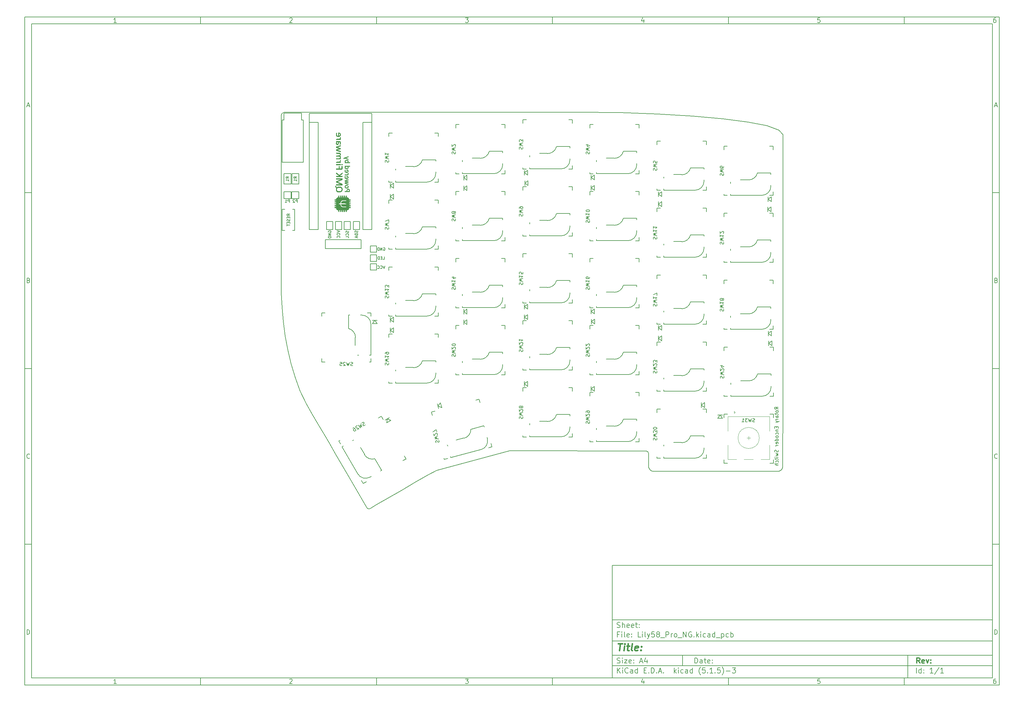
<source format=gbo>
G04 #@! TF.GenerationSoftware,KiCad,Pcbnew,(5.1.5)-3*
G04 #@! TF.CreationDate,2020-05-17T20:16:22+04:00*
G04 #@! TF.ProjectId,Lily58_Pro_NG,4c696c79-3538-45f5-9072-6f5f4e472e6b,rev?*
G04 #@! TF.SameCoordinates,Original*
G04 #@! TF.FileFunction,Legend,Bot*
G04 #@! TF.FilePolarity,Positive*
%FSLAX46Y46*%
G04 Gerber Fmt 4.6, Leading zero omitted, Abs format (unit mm)*
G04 Created by KiCad (PCBNEW (5.1.5)-3) date 2020-05-17 20:16:22*
%MOMM*%
%LPD*%
G04 APERTURE LIST*
%ADD10C,0.100000*%
%ADD11C,0.150000*%
%ADD12C,0.300000*%
%ADD13C,0.400000*%
%ADD14C,0.200000*%
%ADD15C,0.010000*%
%ADD16C,0.120000*%
G04 APERTURE END LIST*
D10*
D11*
X177002200Y-166007200D02*
X177002200Y-198007200D01*
X285002200Y-198007200D01*
X285002200Y-166007200D01*
X177002200Y-166007200D01*
D10*
D11*
X10000000Y-10000000D02*
X10000000Y-200007200D01*
X287002200Y-200007200D01*
X287002200Y-10000000D01*
X10000000Y-10000000D01*
D10*
D11*
X12000000Y-12000000D02*
X12000000Y-198007200D01*
X285002200Y-198007200D01*
X285002200Y-12000000D01*
X12000000Y-12000000D01*
D10*
D11*
X60000000Y-12000000D02*
X60000000Y-10000000D01*
D10*
D11*
X110000000Y-12000000D02*
X110000000Y-10000000D01*
D10*
D11*
X160000000Y-12000000D02*
X160000000Y-10000000D01*
D10*
D11*
X210000000Y-12000000D02*
X210000000Y-10000000D01*
D10*
D11*
X260000000Y-12000000D02*
X260000000Y-10000000D01*
D10*
D11*
X36065476Y-11588095D02*
X35322619Y-11588095D01*
X35694047Y-11588095D02*
X35694047Y-10288095D01*
X35570238Y-10473809D01*
X35446428Y-10597619D01*
X35322619Y-10659523D01*
D10*
D11*
X85322619Y-10411904D02*
X85384523Y-10350000D01*
X85508333Y-10288095D01*
X85817857Y-10288095D01*
X85941666Y-10350000D01*
X86003571Y-10411904D01*
X86065476Y-10535714D01*
X86065476Y-10659523D01*
X86003571Y-10845238D01*
X85260714Y-11588095D01*
X86065476Y-11588095D01*
D10*
D11*
X135260714Y-10288095D02*
X136065476Y-10288095D01*
X135632142Y-10783333D01*
X135817857Y-10783333D01*
X135941666Y-10845238D01*
X136003571Y-10907142D01*
X136065476Y-11030952D01*
X136065476Y-11340476D01*
X136003571Y-11464285D01*
X135941666Y-11526190D01*
X135817857Y-11588095D01*
X135446428Y-11588095D01*
X135322619Y-11526190D01*
X135260714Y-11464285D01*
D10*
D11*
X185941666Y-10721428D02*
X185941666Y-11588095D01*
X185632142Y-10226190D02*
X185322619Y-11154761D01*
X186127380Y-11154761D01*
D10*
D11*
X236003571Y-10288095D02*
X235384523Y-10288095D01*
X235322619Y-10907142D01*
X235384523Y-10845238D01*
X235508333Y-10783333D01*
X235817857Y-10783333D01*
X235941666Y-10845238D01*
X236003571Y-10907142D01*
X236065476Y-11030952D01*
X236065476Y-11340476D01*
X236003571Y-11464285D01*
X235941666Y-11526190D01*
X235817857Y-11588095D01*
X235508333Y-11588095D01*
X235384523Y-11526190D01*
X235322619Y-11464285D01*
D10*
D11*
X285941666Y-10288095D02*
X285694047Y-10288095D01*
X285570238Y-10350000D01*
X285508333Y-10411904D01*
X285384523Y-10597619D01*
X285322619Y-10845238D01*
X285322619Y-11340476D01*
X285384523Y-11464285D01*
X285446428Y-11526190D01*
X285570238Y-11588095D01*
X285817857Y-11588095D01*
X285941666Y-11526190D01*
X286003571Y-11464285D01*
X286065476Y-11340476D01*
X286065476Y-11030952D01*
X286003571Y-10907142D01*
X285941666Y-10845238D01*
X285817857Y-10783333D01*
X285570238Y-10783333D01*
X285446428Y-10845238D01*
X285384523Y-10907142D01*
X285322619Y-11030952D01*
D10*
D11*
X60000000Y-198007200D02*
X60000000Y-200007200D01*
D10*
D11*
X110000000Y-198007200D02*
X110000000Y-200007200D01*
D10*
D11*
X160000000Y-198007200D02*
X160000000Y-200007200D01*
D10*
D11*
X210000000Y-198007200D02*
X210000000Y-200007200D01*
D10*
D11*
X260000000Y-198007200D02*
X260000000Y-200007200D01*
D10*
D11*
X36065476Y-199595295D02*
X35322619Y-199595295D01*
X35694047Y-199595295D02*
X35694047Y-198295295D01*
X35570238Y-198481009D01*
X35446428Y-198604819D01*
X35322619Y-198666723D01*
D10*
D11*
X85322619Y-198419104D02*
X85384523Y-198357200D01*
X85508333Y-198295295D01*
X85817857Y-198295295D01*
X85941666Y-198357200D01*
X86003571Y-198419104D01*
X86065476Y-198542914D01*
X86065476Y-198666723D01*
X86003571Y-198852438D01*
X85260714Y-199595295D01*
X86065476Y-199595295D01*
D10*
D11*
X135260714Y-198295295D02*
X136065476Y-198295295D01*
X135632142Y-198790533D01*
X135817857Y-198790533D01*
X135941666Y-198852438D01*
X136003571Y-198914342D01*
X136065476Y-199038152D01*
X136065476Y-199347676D01*
X136003571Y-199471485D01*
X135941666Y-199533390D01*
X135817857Y-199595295D01*
X135446428Y-199595295D01*
X135322619Y-199533390D01*
X135260714Y-199471485D01*
D10*
D11*
X185941666Y-198728628D02*
X185941666Y-199595295D01*
X185632142Y-198233390D02*
X185322619Y-199161961D01*
X186127380Y-199161961D01*
D10*
D11*
X236003571Y-198295295D02*
X235384523Y-198295295D01*
X235322619Y-198914342D01*
X235384523Y-198852438D01*
X235508333Y-198790533D01*
X235817857Y-198790533D01*
X235941666Y-198852438D01*
X236003571Y-198914342D01*
X236065476Y-199038152D01*
X236065476Y-199347676D01*
X236003571Y-199471485D01*
X235941666Y-199533390D01*
X235817857Y-199595295D01*
X235508333Y-199595295D01*
X235384523Y-199533390D01*
X235322619Y-199471485D01*
D10*
D11*
X285941666Y-198295295D02*
X285694047Y-198295295D01*
X285570238Y-198357200D01*
X285508333Y-198419104D01*
X285384523Y-198604819D01*
X285322619Y-198852438D01*
X285322619Y-199347676D01*
X285384523Y-199471485D01*
X285446428Y-199533390D01*
X285570238Y-199595295D01*
X285817857Y-199595295D01*
X285941666Y-199533390D01*
X286003571Y-199471485D01*
X286065476Y-199347676D01*
X286065476Y-199038152D01*
X286003571Y-198914342D01*
X285941666Y-198852438D01*
X285817857Y-198790533D01*
X285570238Y-198790533D01*
X285446428Y-198852438D01*
X285384523Y-198914342D01*
X285322619Y-199038152D01*
D10*
D11*
X10000000Y-60000000D02*
X12000000Y-60000000D01*
D10*
D11*
X10000000Y-110000000D02*
X12000000Y-110000000D01*
D10*
D11*
X10000000Y-160000000D02*
X12000000Y-160000000D01*
D10*
D11*
X10690476Y-35216666D02*
X11309523Y-35216666D01*
X10566666Y-35588095D02*
X11000000Y-34288095D01*
X11433333Y-35588095D01*
D10*
D11*
X11092857Y-84907142D02*
X11278571Y-84969047D01*
X11340476Y-85030952D01*
X11402380Y-85154761D01*
X11402380Y-85340476D01*
X11340476Y-85464285D01*
X11278571Y-85526190D01*
X11154761Y-85588095D01*
X10659523Y-85588095D01*
X10659523Y-84288095D01*
X11092857Y-84288095D01*
X11216666Y-84350000D01*
X11278571Y-84411904D01*
X11340476Y-84535714D01*
X11340476Y-84659523D01*
X11278571Y-84783333D01*
X11216666Y-84845238D01*
X11092857Y-84907142D01*
X10659523Y-84907142D01*
D10*
D11*
X11402380Y-135464285D02*
X11340476Y-135526190D01*
X11154761Y-135588095D01*
X11030952Y-135588095D01*
X10845238Y-135526190D01*
X10721428Y-135402380D01*
X10659523Y-135278571D01*
X10597619Y-135030952D01*
X10597619Y-134845238D01*
X10659523Y-134597619D01*
X10721428Y-134473809D01*
X10845238Y-134350000D01*
X11030952Y-134288095D01*
X11154761Y-134288095D01*
X11340476Y-134350000D01*
X11402380Y-134411904D01*
D10*
D11*
X10659523Y-185588095D02*
X10659523Y-184288095D01*
X10969047Y-184288095D01*
X11154761Y-184350000D01*
X11278571Y-184473809D01*
X11340476Y-184597619D01*
X11402380Y-184845238D01*
X11402380Y-185030952D01*
X11340476Y-185278571D01*
X11278571Y-185402380D01*
X11154761Y-185526190D01*
X10969047Y-185588095D01*
X10659523Y-185588095D01*
D10*
D11*
X287002200Y-60000000D02*
X285002200Y-60000000D01*
D10*
D11*
X287002200Y-110000000D02*
X285002200Y-110000000D01*
D10*
D11*
X287002200Y-160000000D02*
X285002200Y-160000000D01*
D10*
D11*
X285692676Y-35216666D02*
X286311723Y-35216666D01*
X285568866Y-35588095D02*
X286002200Y-34288095D01*
X286435533Y-35588095D01*
D10*
D11*
X286095057Y-84907142D02*
X286280771Y-84969047D01*
X286342676Y-85030952D01*
X286404580Y-85154761D01*
X286404580Y-85340476D01*
X286342676Y-85464285D01*
X286280771Y-85526190D01*
X286156961Y-85588095D01*
X285661723Y-85588095D01*
X285661723Y-84288095D01*
X286095057Y-84288095D01*
X286218866Y-84350000D01*
X286280771Y-84411904D01*
X286342676Y-84535714D01*
X286342676Y-84659523D01*
X286280771Y-84783333D01*
X286218866Y-84845238D01*
X286095057Y-84907142D01*
X285661723Y-84907142D01*
D10*
D11*
X286404580Y-135464285D02*
X286342676Y-135526190D01*
X286156961Y-135588095D01*
X286033152Y-135588095D01*
X285847438Y-135526190D01*
X285723628Y-135402380D01*
X285661723Y-135278571D01*
X285599819Y-135030952D01*
X285599819Y-134845238D01*
X285661723Y-134597619D01*
X285723628Y-134473809D01*
X285847438Y-134350000D01*
X286033152Y-134288095D01*
X286156961Y-134288095D01*
X286342676Y-134350000D01*
X286404580Y-134411904D01*
D10*
D11*
X285661723Y-185588095D02*
X285661723Y-184288095D01*
X285971247Y-184288095D01*
X286156961Y-184350000D01*
X286280771Y-184473809D01*
X286342676Y-184597619D01*
X286404580Y-184845238D01*
X286404580Y-185030952D01*
X286342676Y-185278571D01*
X286280771Y-185402380D01*
X286156961Y-185526190D01*
X285971247Y-185588095D01*
X285661723Y-185588095D01*
D10*
D11*
X200434342Y-193785771D02*
X200434342Y-192285771D01*
X200791485Y-192285771D01*
X201005771Y-192357200D01*
X201148628Y-192500057D01*
X201220057Y-192642914D01*
X201291485Y-192928628D01*
X201291485Y-193142914D01*
X201220057Y-193428628D01*
X201148628Y-193571485D01*
X201005771Y-193714342D01*
X200791485Y-193785771D01*
X200434342Y-193785771D01*
X202577200Y-193785771D02*
X202577200Y-193000057D01*
X202505771Y-192857200D01*
X202362914Y-192785771D01*
X202077200Y-192785771D01*
X201934342Y-192857200D01*
X202577200Y-193714342D02*
X202434342Y-193785771D01*
X202077200Y-193785771D01*
X201934342Y-193714342D01*
X201862914Y-193571485D01*
X201862914Y-193428628D01*
X201934342Y-193285771D01*
X202077200Y-193214342D01*
X202434342Y-193214342D01*
X202577200Y-193142914D01*
X203077200Y-192785771D02*
X203648628Y-192785771D01*
X203291485Y-192285771D02*
X203291485Y-193571485D01*
X203362914Y-193714342D01*
X203505771Y-193785771D01*
X203648628Y-193785771D01*
X204720057Y-193714342D02*
X204577200Y-193785771D01*
X204291485Y-193785771D01*
X204148628Y-193714342D01*
X204077200Y-193571485D01*
X204077200Y-193000057D01*
X204148628Y-192857200D01*
X204291485Y-192785771D01*
X204577200Y-192785771D01*
X204720057Y-192857200D01*
X204791485Y-193000057D01*
X204791485Y-193142914D01*
X204077200Y-193285771D01*
X205434342Y-193642914D02*
X205505771Y-193714342D01*
X205434342Y-193785771D01*
X205362914Y-193714342D01*
X205434342Y-193642914D01*
X205434342Y-193785771D01*
X205434342Y-192857200D02*
X205505771Y-192928628D01*
X205434342Y-193000057D01*
X205362914Y-192928628D01*
X205434342Y-192857200D01*
X205434342Y-193000057D01*
D10*
D11*
X177002200Y-194507200D02*
X285002200Y-194507200D01*
D10*
D11*
X178434342Y-196585771D02*
X178434342Y-195085771D01*
X179291485Y-196585771D02*
X178648628Y-195728628D01*
X179291485Y-195085771D02*
X178434342Y-195942914D01*
X179934342Y-196585771D02*
X179934342Y-195585771D01*
X179934342Y-195085771D02*
X179862914Y-195157200D01*
X179934342Y-195228628D01*
X180005771Y-195157200D01*
X179934342Y-195085771D01*
X179934342Y-195228628D01*
X181505771Y-196442914D02*
X181434342Y-196514342D01*
X181220057Y-196585771D01*
X181077200Y-196585771D01*
X180862914Y-196514342D01*
X180720057Y-196371485D01*
X180648628Y-196228628D01*
X180577200Y-195942914D01*
X180577200Y-195728628D01*
X180648628Y-195442914D01*
X180720057Y-195300057D01*
X180862914Y-195157200D01*
X181077200Y-195085771D01*
X181220057Y-195085771D01*
X181434342Y-195157200D01*
X181505771Y-195228628D01*
X182791485Y-196585771D02*
X182791485Y-195800057D01*
X182720057Y-195657200D01*
X182577200Y-195585771D01*
X182291485Y-195585771D01*
X182148628Y-195657200D01*
X182791485Y-196514342D02*
X182648628Y-196585771D01*
X182291485Y-196585771D01*
X182148628Y-196514342D01*
X182077200Y-196371485D01*
X182077200Y-196228628D01*
X182148628Y-196085771D01*
X182291485Y-196014342D01*
X182648628Y-196014342D01*
X182791485Y-195942914D01*
X184148628Y-196585771D02*
X184148628Y-195085771D01*
X184148628Y-196514342D02*
X184005771Y-196585771D01*
X183720057Y-196585771D01*
X183577200Y-196514342D01*
X183505771Y-196442914D01*
X183434342Y-196300057D01*
X183434342Y-195871485D01*
X183505771Y-195728628D01*
X183577200Y-195657200D01*
X183720057Y-195585771D01*
X184005771Y-195585771D01*
X184148628Y-195657200D01*
X186005771Y-195800057D02*
X186505771Y-195800057D01*
X186720057Y-196585771D02*
X186005771Y-196585771D01*
X186005771Y-195085771D01*
X186720057Y-195085771D01*
X187362914Y-196442914D02*
X187434342Y-196514342D01*
X187362914Y-196585771D01*
X187291485Y-196514342D01*
X187362914Y-196442914D01*
X187362914Y-196585771D01*
X188077200Y-196585771D02*
X188077200Y-195085771D01*
X188434342Y-195085771D01*
X188648628Y-195157200D01*
X188791485Y-195300057D01*
X188862914Y-195442914D01*
X188934342Y-195728628D01*
X188934342Y-195942914D01*
X188862914Y-196228628D01*
X188791485Y-196371485D01*
X188648628Y-196514342D01*
X188434342Y-196585771D01*
X188077200Y-196585771D01*
X189577200Y-196442914D02*
X189648628Y-196514342D01*
X189577200Y-196585771D01*
X189505771Y-196514342D01*
X189577200Y-196442914D01*
X189577200Y-196585771D01*
X190220057Y-196157200D02*
X190934342Y-196157200D01*
X190077200Y-196585771D02*
X190577200Y-195085771D01*
X191077200Y-196585771D01*
X191577200Y-196442914D02*
X191648628Y-196514342D01*
X191577200Y-196585771D01*
X191505771Y-196514342D01*
X191577200Y-196442914D01*
X191577200Y-196585771D01*
X194577200Y-196585771D02*
X194577200Y-195085771D01*
X194720057Y-196014342D02*
X195148628Y-196585771D01*
X195148628Y-195585771D02*
X194577200Y-196157200D01*
X195791485Y-196585771D02*
X195791485Y-195585771D01*
X195791485Y-195085771D02*
X195720057Y-195157200D01*
X195791485Y-195228628D01*
X195862914Y-195157200D01*
X195791485Y-195085771D01*
X195791485Y-195228628D01*
X197148628Y-196514342D02*
X197005771Y-196585771D01*
X196720057Y-196585771D01*
X196577200Y-196514342D01*
X196505771Y-196442914D01*
X196434342Y-196300057D01*
X196434342Y-195871485D01*
X196505771Y-195728628D01*
X196577200Y-195657200D01*
X196720057Y-195585771D01*
X197005771Y-195585771D01*
X197148628Y-195657200D01*
X198434342Y-196585771D02*
X198434342Y-195800057D01*
X198362914Y-195657200D01*
X198220057Y-195585771D01*
X197934342Y-195585771D01*
X197791485Y-195657200D01*
X198434342Y-196514342D02*
X198291485Y-196585771D01*
X197934342Y-196585771D01*
X197791485Y-196514342D01*
X197720057Y-196371485D01*
X197720057Y-196228628D01*
X197791485Y-196085771D01*
X197934342Y-196014342D01*
X198291485Y-196014342D01*
X198434342Y-195942914D01*
X199791485Y-196585771D02*
X199791485Y-195085771D01*
X199791485Y-196514342D02*
X199648628Y-196585771D01*
X199362914Y-196585771D01*
X199220057Y-196514342D01*
X199148628Y-196442914D01*
X199077200Y-196300057D01*
X199077200Y-195871485D01*
X199148628Y-195728628D01*
X199220057Y-195657200D01*
X199362914Y-195585771D01*
X199648628Y-195585771D01*
X199791485Y-195657200D01*
X202077200Y-197157200D02*
X202005771Y-197085771D01*
X201862914Y-196871485D01*
X201791485Y-196728628D01*
X201720057Y-196514342D01*
X201648628Y-196157200D01*
X201648628Y-195871485D01*
X201720057Y-195514342D01*
X201791485Y-195300057D01*
X201862914Y-195157200D01*
X202005771Y-194942914D01*
X202077200Y-194871485D01*
X203362914Y-195085771D02*
X202648628Y-195085771D01*
X202577200Y-195800057D01*
X202648628Y-195728628D01*
X202791485Y-195657200D01*
X203148628Y-195657200D01*
X203291485Y-195728628D01*
X203362914Y-195800057D01*
X203434342Y-195942914D01*
X203434342Y-196300057D01*
X203362914Y-196442914D01*
X203291485Y-196514342D01*
X203148628Y-196585771D01*
X202791485Y-196585771D01*
X202648628Y-196514342D01*
X202577200Y-196442914D01*
X204077200Y-196442914D02*
X204148628Y-196514342D01*
X204077200Y-196585771D01*
X204005771Y-196514342D01*
X204077200Y-196442914D01*
X204077200Y-196585771D01*
X205577200Y-196585771D02*
X204720057Y-196585771D01*
X205148628Y-196585771D02*
X205148628Y-195085771D01*
X205005771Y-195300057D01*
X204862914Y-195442914D01*
X204720057Y-195514342D01*
X206220057Y-196442914D02*
X206291485Y-196514342D01*
X206220057Y-196585771D01*
X206148628Y-196514342D01*
X206220057Y-196442914D01*
X206220057Y-196585771D01*
X207648628Y-195085771D02*
X206934342Y-195085771D01*
X206862914Y-195800057D01*
X206934342Y-195728628D01*
X207077200Y-195657200D01*
X207434342Y-195657200D01*
X207577200Y-195728628D01*
X207648628Y-195800057D01*
X207720057Y-195942914D01*
X207720057Y-196300057D01*
X207648628Y-196442914D01*
X207577200Y-196514342D01*
X207434342Y-196585771D01*
X207077200Y-196585771D01*
X206934342Y-196514342D01*
X206862914Y-196442914D01*
X208220057Y-197157200D02*
X208291485Y-197085771D01*
X208434342Y-196871485D01*
X208505771Y-196728628D01*
X208577200Y-196514342D01*
X208648628Y-196157200D01*
X208648628Y-195871485D01*
X208577200Y-195514342D01*
X208505771Y-195300057D01*
X208434342Y-195157200D01*
X208291485Y-194942914D01*
X208220057Y-194871485D01*
X209362914Y-196014342D02*
X210505771Y-196014342D01*
X211077200Y-195085771D02*
X212005771Y-195085771D01*
X211505771Y-195657200D01*
X211720057Y-195657200D01*
X211862914Y-195728628D01*
X211934342Y-195800057D01*
X212005771Y-195942914D01*
X212005771Y-196300057D01*
X211934342Y-196442914D01*
X211862914Y-196514342D01*
X211720057Y-196585771D01*
X211291485Y-196585771D01*
X211148628Y-196514342D01*
X211077200Y-196442914D01*
D10*
D11*
X177002200Y-191507200D02*
X285002200Y-191507200D01*
D10*
D12*
X264411485Y-193785771D02*
X263911485Y-193071485D01*
X263554342Y-193785771D02*
X263554342Y-192285771D01*
X264125771Y-192285771D01*
X264268628Y-192357200D01*
X264340057Y-192428628D01*
X264411485Y-192571485D01*
X264411485Y-192785771D01*
X264340057Y-192928628D01*
X264268628Y-193000057D01*
X264125771Y-193071485D01*
X263554342Y-193071485D01*
X265625771Y-193714342D02*
X265482914Y-193785771D01*
X265197200Y-193785771D01*
X265054342Y-193714342D01*
X264982914Y-193571485D01*
X264982914Y-193000057D01*
X265054342Y-192857200D01*
X265197200Y-192785771D01*
X265482914Y-192785771D01*
X265625771Y-192857200D01*
X265697200Y-193000057D01*
X265697200Y-193142914D01*
X264982914Y-193285771D01*
X266197200Y-192785771D02*
X266554342Y-193785771D01*
X266911485Y-192785771D01*
X267482914Y-193642914D02*
X267554342Y-193714342D01*
X267482914Y-193785771D01*
X267411485Y-193714342D01*
X267482914Y-193642914D01*
X267482914Y-193785771D01*
X267482914Y-192857200D02*
X267554342Y-192928628D01*
X267482914Y-193000057D01*
X267411485Y-192928628D01*
X267482914Y-192857200D01*
X267482914Y-193000057D01*
D10*
D11*
X178362914Y-193714342D02*
X178577200Y-193785771D01*
X178934342Y-193785771D01*
X179077200Y-193714342D01*
X179148628Y-193642914D01*
X179220057Y-193500057D01*
X179220057Y-193357200D01*
X179148628Y-193214342D01*
X179077200Y-193142914D01*
X178934342Y-193071485D01*
X178648628Y-193000057D01*
X178505771Y-192928628D01*
X178434342Y-192857200D01*
X178362914Y-192714342D01*
X178362914Y-192571485D01*
X178434342Y-192428628D01*
X178505771Y-192357200D01*
X178648628Y-192285771D01*
X179005771Y-192285771D01*
X179220057Y-192357200D01*
X179862914Y-193785771D02*
X179862914Y-192785771D01*
X179862914Y-192285771D02*
X179791485Y-192357200D01*
X179862914Y-192428628D01*
X179934342Y-192357200D01*
X179862914Y-192285771D01*
X179862914Y-192428628D01*
X180434342Y-192785771D02*
X181220057Y-192785771D01*
X180434342Y-193785771D01*
X181220057Y-193785771D01*
X182362914Y-193714342D02*
X182220057Y-193785771D01*
X181934342Y-193785771D01*
X181791485Y-193714342D01*
X181720057Y-193571485D01*
X181720057Y-193000057D01*
X181791485Y-192857200D01*
X181934342Y-192785771D01*
X182220057Y-192785771D01*
X182362914Y-192857200D01*
X182434342Y-193000057D01*
X182434342Y-193142914D01*
X181720057Y-193285771D01*
X183077200Y-193642914D02*
X183148628Y-193714342D01*
X183077200Y-193785771D01*
X183005771Y-193714342D01*
X183077200Y-193642914D01*
X183077200Y-193785771D01*
X183077200Y-192857200D02*
X183148628Y-192928628D01*
X183077200Y-193000057D01*
X183005771Y-192928628D01*
X183077200Y-192857200D01*
X183077200Y-193000057D01*
X184862914Y-193357200D02*
X185577200Y-193357200D01*
X184720057Y-193785771D02*
X185220057Y-192285771D01*
X185720057Y-193785771D01*
X186862914Y-192785771D02*
X186862914Y-193785771D01*
X186505771Y-192214342D02*
X186148628Y-193285771D01*
X187077200Y-193285771D01*
D10*
D11*
X263434342Y-196585771D02*
X263434342Y-195085771D01*
X264791485Y-196585771D02*
X264791485Y-195085771D01*
X264791485Y-196514342D02*
X264648628Y-196585771D01*
X264362914Y-196585771D01*
X264220057Y-196514342D01*
X264148628Y-196442914D01*
X264077200Y-196300057D01*
X264077200Y-195871485D01*
X264148628Y-195728628D01*
X264220057Y-195657200D01*
X264362914Y-195585771D01*
X264648628Y-195585771D01*
X264791485Y-195657200D01*
X265505771Y-196442914D02*
X265577200Y-196514342D01*
X265505771Y-196585771D01*
X265434342Y-196514342D01*
X265505771Y-196442914D01*
X265505771Y-196585771D01*
X265505771Y-195657200D02*
X265577200Y-195728628D01*
X265505771Y-195800057D01*
X265434342Y-195728628D01*
X265505771Y-195657200D01*
X265505771Y-195800057D01*
X268148628Y-196585771D02*
X267291485Y-196585771D01*
X267720057Y-196585771D02*
X267720057Y-195085771D01*
X267577200Y-195300057D01*
X267434342Y-195442914D01*
X267291485Y-195514342D01*
X269862914Y-195014342D02*
X268577200Y-196942914D01*
X271148628Y-196585771D02*
X270291485Y-196585771D01*
X270720057Y-196585771D02*
X270720057Y-195085771D01*
X270577200Y-195300057D01*
X270434342Y-195442914D01*
X270291485Y-195514342D01*
D10*
D11*
X177002200Y-187507200D02*
X285002200Y-187507200D01*
D10*
D13*
X178714580Y-188211961D02*
X179857438Y-188211961D01*
X179036009Y-190211961D02*
X179286009Y-188211961D01*
X180274104Y-190211961D02*
X180440771Y-188878628D01*
X180524104Y-188211961D02*
X180416961Y-188307200D01*
X180500295Y-188402438D01*
X180607438Y-188307200D01*
X180524104Y-188211961D01*
X180500295Y-188402438D01*
X181107438Y-188878628D02*
X181869342Y-188878628D01*
X181476485Y-188211961D02*
X181262200Y-189926247D01*
X181333628Y-190116723D01*
X181512200Y-190211961D01*
X181702676Y-190211961D01*
X182655057Y-190211961D02*
X182476485Y-190116723D01*
X182405057Y-189926247D01*
X182619342Y-188211961D01*
X184190771Y-190116723D02*
X183988390Y-190211961D01*
X183607438Y-190211961D01*
X183428866Y-190116723D01*
X183357438Y-189926247D01*
X183452676Y-189164342D01*
X183571723Y-188973866D01*
X183774104Y-188878628D01*
X184155057Y-188878628D01*
X184333628Y-188973866D01*
X184405057Y-189164342D01*
X184381247Y-189354819D01*
X183405057Y-189545295D01*
X185155057Y-190021485D02*
X185238390Y-190116723D01*
X185131247Y-190211961D01*
X185047914Y-190116723D01*
X185155057Y-190021485D01*
X185131247Y-190211961D01*
X185286009Y-188973866D02*
X185369342Y-189069104D01*
X185262200Y-189164342D01*
X185178866Y-189069104D01*
X185286009Y-188973866D01*
X185262200Y-189164342D01*
D10*
D11*
X178934342Y-185600057D02*
X178434342Y-185600057D01*
X178434342Y-186385771D02*
X178434342Y-184885771D01*
X179148628Y-184885771D01*
X179720057Y-186385771D02*
X179720057Y-185385771D01*
X179720057Y-184885771D02*
X179648628Y-184957200D01*
X179720057Y-185028628D01*
X179791485Y-184957200D01*
X179720057Y-184885771D01*
X179720057Y-185028628D01*
X180648628Y-186385771D02*
X180505771Y-186314342D01*
X180434342Y-186171485D01*
X180434342Y-184885771D01*
X181791485Y-186314342D02*
X181648628Y-186385771D01*
X181362914Y-186385771D01*
X181220057Y-186314342D01*
X181148628Y-186171485D01*
X181148628Y-185600057D01*
X181220057Y-185457200D01*
X181362914Y-185385771D01*
X181648628Y-185385771D01*
X181791485Y-185457200D01*
X181862914Y-185600057D01*
X181862914Y-185742914D01*
X181148628Y-185885771D01*
X182505771Y-186242914D02*
X182577200Y-186314342D01*
X182505771Y-186385771D01*
X182434342Y-186314342D01*
X182505771Y-186242914D01*
X182505771Y-186385771D01*
X182505771Y-185457200D02*
X182577200Y-185528628D01*
X182505771Y-185600057D01*
X182434342Y-185528628D01*
X182505771Y-185457200D01*
X182505771Y-185600057D01*
X185077200Y-186385771D02*
X184362914Y-186385771D01*
X184362914Y-184885771D01*
X185577200Y-186385771D02*
X185577200Y-185385771D01*
X185577200Y-184885771D02*
X185505771Y-184957200D01*
X185577200Y-185028628D01*
X185648628Y-184957200D01*
X185577200Y-184885771D01*
X185577200Y-185028628D01*
X186505771Y-186385771D02*
X186362914Y-186314342D01*
X186291485Y-186171485D01*
X186291485Y-184885771D01*
X186934342Y-185385771D02*
X187291485Y-186385771D01*
X187648628Y-185385771D02*
X187291485Y-186385771D01*
X187148628Y-186742914D01*
X187077200Y-186814342D01*
X186934342Y-186885771D01*
X188934342Y-184885771D02*
X188220057Y-184885771D01*
X188148628Y-185600057D01*
X188220057Y-185528628D01*
X188362914Y-185457200D01*
X188720057Y-185457200D01*
X188862914Y-185528628D01*
X188934342Y-185600057D01*
X189005771Y-185742914D01*
X189005771Y-186100057D01*
X188934342Y-186242914D01*
X188862914Y-186314342D01*
X188720057Y-186385771D01*
X188362914Y-186385771D01*
X188220057Y-186314342D01*
X188148628Y-186242914D01*
X189862914Y-185528628D02*
X189720057Y-185457200D01*
X189648628Y-185385771D01*
X189577200Y-185242914D01*
X189577200Y-185171485D01*
X189648628Y-185028628D01*
X189720057Y-184957200D01*
X189862914Y-184885771D01*
X190148628Y-184885771D01*
X190291485Y-184957200D01*
X190362914Y-185028628D01*
X190434342Y-185171485D01*
X190434342Y-185242914D01*
X190362914Y-185385771D01*
X190291485Y-185457200D01*
X190148628Y-185528628D01*
X189862914Y-185528628D01*
X189720057Y-185600057D01*
X189648628Y-185671485D01*
X189577200Y-185814342D01*
X189577200Y-186100057D01*
X189648628Y-186242914D01*
X189720057Y-186314342D01*
X189862914Y-186385771D01*
X190148628Y-186385771D01*
X190291485Y-186314342D01*
X190362914Y-186242914D01*
X190434342Y-186100057D01*
X190434342Y-185814342D01*
X190362914Y-185671485D01*
X190291485Y-185600057D01*
X190148628Y-185528628D01*
X190720057Y-186528628D02*
X191862914Y-186528628D01*
X192220057Y-186385771D02*
X192220057Y-184885771D01*
X192791485Y-184885771D01*
X192934342Y-184957200D01*
X193005771Y-185028628D01*
X193077200Y-185171485D01*
X193077200Y-185385771D01*
X193005771Y-185528628D01*
X192934342Y-185600057D01*
X192791485Y-185671485D01*
X192220057Y-185671485D01*
X193720057Y-186385771D02*
X193720057Y-185385771D01*
X193720057Y-185671485D02*
X193791485Y-185528628D01*
X193862914Y-185457200D01*
X194005771Y-185385771D01*
X194148628Y-185385771D01*
X194862914Y-186385771D02*
X194720057Y-186314342D01*
X194648628Y-186242914D01*
X194577200Y-186100057D01*
X194577200Y-185671485D01*
X194648628Y-185528628D01*
X194720057Y-185457200D01*
X194862914Y-185385771D01*
X195077200Y-185385771D01*
X195220057Y-185457200D01*
X195291485Y-185528628D01*
X195362914Y-185671485D01*
X195362914Y-186100057D01*
X195291485Y-186242914D01*
X195220057Y-186314342D01*
X195077200Y-186385771D01*
X194862914Y-186385771D01*
X195648628Y-186528628D02*
X196791485Y-186528628D01*
X197148628Y-186385771D02*
X197148628Y-184885771D01*
X198005771Y-186385771D01*
X198005771Y-184885771D01*
X199505771Y-184957200D02*
X199362914Y-184885771D01*
X199148628Y-184885771D01*
X198934342Y-184957200D01*
X198791485Y-185100057D01*
X198720057Y-185242914D01*
X198648628Y-185528628D01*
X198648628Y-185742914D01*
X198720057Y-186028628D01*
X198791485Y-186171485D01*
X198934342Y-186314342D01*
X199148628Y-186385771D01*
X199291485Y-186385771D01*
X199505771Y-186314342D01*
X199577200Y-186242914D01*
X199577200Y-185742914D01*
X199291485Y-185742914D01*
X200220057Y-186242914D02*
X200291485Y-186314342D01*
X200220057Y-186385771D01*
X200148628Y-186314342D01*
X200220057Y-186242914D01*
X200220057Y-186385771D01*
X200934342Y-186385771D02*
X200934342Y-184885771D01*
X201077200Y-185814342D02*
X201505771Y-186385771D01*
X201505771Y-185385771D02*
X200934342Y-185957200D01*
X202148628Y-186385771D02*
X202148628Y-185385771D01*
X202148628Y-184885771D02*
X202077200Y-184957200D01*
X202148628Y-185028628D01*
X202220057Y-184957200D01*
X202148628Y-184885771D01*
X202148628Y-185028628D01*
X203505771Y-186314342D02*
X203362914Y-186385771D01*
X203077200Y-186385771D01*
X202934342Y-186314342D01*
X202862914Y-186242914D01*
X202791485Y-186100057D01*
X202791485Y-185671485D01*
X202862914Y-185528628D01*
X202934342Y-185457200D01*
X203077200Y-185385771D01*
X203362914Y-185385771D01*
X203505771Y-185457200D01*
X204791485Y-186385771D02*
X204791485Y-185600057D01*
X204720057Y-185457200D01*
X204577200Y-185385771D01*
X204291485Y-185385771D01*
X204148628Y-185457200D01*
X204791485Y-186314342D02*
X204648628Y-186385771D01*
X204291485Y-186385771D01*
X204148628Y-186314342D01*
X204077200Y-186171485D01*
X204077200Y-186028628D01*
X204148628Y-185885771D01*
X204291485Y-185814342D01*
X204648628Y-185814342D01*
X204791485Y-185742914D01*
X206148628Y-186385771D02*
X206148628Y-184885771D01*
X206148628Y-186314342D02*
X206005771Y-186385771D01*
X205720057Y-186385771D01*
X205577200Y-186314342D01*
X205505771Y-186242914D01*
X205434342Y-186100057D01*
X205434342Y-185671485D01*
X205505771Y-185528628D01*
X205577200Y-185457200D01*
X205720057Y-185385771D01*
X206005771Y-185385771D01*
X206148628Y-185457200D01*
X206505771Y-186528628D02*
X207648628Y-186528628D01*
X208005771Y-185385771D02*
X208005771Y-186885771D01*
X208005771Y-185457200D02*
X208148628Y-185385771D01*
X208434342Y-185385771D01*
X208577200Y-185457200D01*
X208648628Y-185528628D01*
X208720057Y-185671485D01*
X208720057Y-186100057D01*
X208648628Y-186242914D01*
X208577200Y-186314342D01*
X208434342Y-186385771D01*
X208148628Y-186385771D01*
X208005771Y-186314342D01*
X210005771Y-186314342D02*
X209862914Y-186385771D01*
X209577200Y-186385771D01*
X209434342Y-186314342D01*
X209362914Y-186242914D01*
X209291485Y-186100057D01*
X209291485Y-185671485D01*
X209362914Y-185528628D01*
X209434342Y-185457200D01*
X209577200Y-185385771D01*
X209862914Y-185385771D01*
X210005771Y-185457200D01*
X210648628Y-186385771D02*
X210648628Y-184885771D01*
X210648628Y-185457200D02*
X210791485Y-185385771D01*
X211077200Y-185385771D01*
X211220057Y-185457200D01*
X211291485Y-185528628D01*
X211362914Y-185671485D01*
X211362914Y-186100057D01*
X211291485Y-186242914D01*
X211220057Y-186314342D01*
X211077200Y-186385771D01*
X210791485Y-186385771D01*
X210648628Y-186314342D01*
D10*
D11*
X177002200Y-181507200D02*
X285002200Y-181507200D01*
D10*
D11*
X178362914Y-183614342D02*
X178577200Y-183685771D01*
X178934342Y-183685771D01*
X179077200Y-183614342D01*
X179148628Y-183542914D01*
X179220057Y-183400057D01*
X179220057Y-183257200D01*
X179148628Y-183114342D01*
X179077200Y-183042914D01*
X178934342Y-182971485D01*
X178648628Y-182900057D01*
X178505771Y-182828628D01*
X178434342Y-182757200D01*
X178362914Y-182614342D01*
X178362914Y-182471485D01*
X178434342Y-182328628D01*
X178505771Y-182257200D01*
X178648628Y-182185771D01*
X179005771Y-182185771D01*
X179220057Y-182257200D01*
X179862914Y-183685771D02*
X179862914Y-182185771D01*
X180505771Y-183685771D02*
X180505771Y-182900057D01*
X180434342Y-182757200D01*
X180291485Y-182685771D01*
X180077200Y-182685771D01*
X179934342Y-182757200D01*
X179862914Y-182828628D01*
X181791485Y-183614342D02*
X181648628Y-183685771D01*
X181362914Y-183685771D01*
X181220057Y-183614342D01*
X181148628Y-183471485D01*
X181148628Y-182900057D01*
X181220057Y-182757200D01*
X181362914Y-182685771D01*
X181648628Y-182685771D01*
X181791485Y-182757200D01*
X181862914Y-182900057D01*
X181862914Y-183042914D01*
X181148628Y-183185771D01*
X183077200Y-183614342D02*
X182934342Y-183685771D01*
X182648628Y-183685771D01*
X182505771Y-183614342D01*
X182434342Y-183471485D01*
X182434342Y-182900057D01*
X182505771Y-182757200D01*
X182648628Y-182685771D01*
X182934342Y-182685771D01*
X183077200Y-182757200D01*
X183148628Y-182900057D01*
X183148628Y-183042914D01*
X182434342Y-183185771D01*
X183577200Y-182685771D02*
X184148628Y-182685771D01*
X183791485Y-182185771D02*
X183791485Y-183471485D01*
X183862914Y-183614342D01*
X184005771Y-183685771D01*
X184148628Y-183685771D01*
X184648628Y-183542914D02*
X184720057Y-183614342D01*
X184648628Y-183685771D01*
X184577200Y-183614342D01*
X184648628Y-183542914D01*
X184648628Y-183685771D01*
X184648628Y-182757200D02*
X184720057Y-182828628D01*
X184648628Y-182900057D01*
X184577200Y-182828628D01*
X184648628Y-182757200D01*
X184648628Y-182900057D01*
D10*
D11*
X197002200Y-191507200D02*
X197002200Y-194507200D01*
D10*
D11*
X261002200Y-191507200D02*
X261002200Y-198007200D01*
D14*
X187714087Y-138785913D02*
X187530998Y-138563960D01*
X188472504Y-139194553D02*
X188190848Y-139107217D01*
X187530998Y-138563960D02*
X187392782Y-138309152D01*
X188190848Y-139107217D02*
X187936039Y-138969001D01*
X187392782Y-138309152D02*
X187305447Y-138027496D01*
X188750000Y-139200000D02*
X188472504Y-139194553D01*
X187936039Y-138969001D02*
X187714087Y-138785913D01*
X186658574Y-133452455D02*
G75*
G02X187300000Y-134150000I-58574J-697545D01*
G01*
X124667888Y-140255128D02*
X127100000Y-138950000D01*
X120963416Y-142391346D02*
X124667888Y-140255128D01*
X117258944Y-144527564D02*
X120963416Y-142391346D01*
X113554472Y-146663782D02*
X117258944Y-144527564D01*
D11*
X96300000Y-71240476D02*
X96261904Y-71164285D01*
X96261904Y-71050000D01*
X96300000Y-70935714D01*
X96376190Y-70859523D01*
X96452380Y-70821428D01*
X96604761Y-70783333D01*
X96719047Y-70783333D01*
X96871428Y-70821428D01*
X96947619Y-70859523D01*
X97023809Y-70935714D01*
X97061904Y-71050000D01*
X97061904Y-71126190D01*
X97023809Y-71240476D01*
X96985714Y-71278571D01*
X96719047Y-71278571D01*
X96719047Y-71126190D01*
X97061904Y-71621428D02*
X96261904Y-71621428D01*
X97061904Y-72078571D01*
X96261904Y-72078571D01*
X97061904Y-72459523D02*
X96261904Y-72459523D01*
X96261904Y-72650000D01*
X96300000Y-72764285D01*
X96376190Y-72840476D01*
X96452380Y-72878571D01*
X96604761Y-72916666D01*
X96719047Y-72916666D01*
X96871428Y-72878571D01*
X96947619Y-72840476D01*
X97023809Y-72764285D01*
X97061904Y-72650000D01*
X97061904Y-72459523D01*
X98761904Y-70733333D02*
X99561904Y-71000000D01*
X98761904Y-71266666D01*
X99485714Y-71990476D02*
X99523809Y-71952380D01*
X99561904Y-71838095D01*
X99561904Y-71761904D01*
X99523809Y-71647619D01*
X99447619Y-71571428D01*
X99371428Y-71533333D01*
X99219047Y-71495238D01*
X99104761Y-71495238D01*
X98952380Y-71533333D01*
X98876190Y-71571428D01*
X98800000Y-71647619D01*
X98761904Y-71761904D01*
X98761904Y-71838095D01*
X98800000Y-71952380D01*
X98838095Y-71990476D01*
X99485714Y-72790476D02*
X99523809Y-72752380D01*
X99561904Y-72638095D01*
X99561904Y-72561904D01*
X99523809Y-72447619D01*
X99447619Y-72371428D01*
X99371428Y-72333333D01*
X99219047Y-72295238D01*
X99104761Y-72295238D01*
X98952380Y-72333333D01*
X98876190Y-72371428D01*
X98800000Y-72447619D01*
X98761904Y-72561904D01*
X98761904Y-72638095D01*
X98800000Y-72752380D01*
X98838095Y-72790476D01*
X102023809Y-70897619D02*
X102061904Y-71011904D01*
X102061904Y-71202380D01*
X102023809Y-71278571D01*
X101985714Y-71316666D01*
X101909523Y-71354761D01*
X101833333Y-71354761D01*
X101757142Y-71316666D01*
X101719047Y-71278571D01*
X101680952Y-71202380D01*
X101642857Y-71050000D01*
X101604761Y-70973809D01*
X101566666Y-70935714D01*
X101490476Y-70897619D01*
X101414285Y-70897619D01*
X101338095Y-70935714D01*
X101300000Y-70973809D01*
X101261904Y-71050000D01*
X101261904Y-71240476D01*
X101300000Y-71354761D01*
X101985714Y-72154761D02*
X102023809Y-72116666D01*
X102061904Y-72002380D01*
X102061904Y-71926190D01*
X102023809Y-71811904D01*
X101947619Y-71735714D01*
X101871428Y-71697619D01*
X101719047Y-71659523D01*
X101604761Y-71659523D01*
X101452380Y-71697619D01*
X101376190Y-71735714D01*
X101300000Y-71811904D01*
X101261904Y-71926190D01*
X101261904Y-72002380D01*
X101300000Y-72116666D01*
X101338095Y-72154761D01*
X102061904Y-72878571D02*
X102061904Y-72497619D01*
X101261904Y-72497619D01*
X104623809Y-70828571D02*
X104661904Y-70942857D01*
X104661904Y-71133333D01*
X104623809Y-71209523D01*
X104585714Y-71247619D01*
X104509523Y-71285714D01*
X104433333Y-71285714D01*
X104357142Y-71247619D01*
X104319047Y-71209523D01*
X104280952Y-71133333D01*
X104242857Y-70980952D01*
X104204761Y-70904761D01*
X104166666Y-70866666D01*
X104090476Y-70828571D01*
X104014285Y-70828571D01*
X103938095Y-70866666D01*
X103900000Y-70904761D01*
X103861904Y-70980952D01*
X103861904Y-71171428D01*
X103900000Y-71285714D01*
X104661904Y-71628571D02*
X103861904Y-71628571D01*
X103861904Y-71819047D01*
X103900000Y-71933333D01*
X103976190Y-72009523D01*
X104052380Y-72047619D01*
X104204761Y-72085714D01*
X104319047Y-72085714D01*
X104471428Y-72047619D01*
X104547619Y-72009523D01*
X104623809Y-71933333D01*
X104661904Y-71819047D01*
X104661904Y-71628571D01*
X104433333Y-72390476D02*
X104433333Y-72771428D01*
X104661904Y-72314285D02*
X103861904Y-72580952D01*
X104661904Y-72847619D01*
D14*
X225459999Y-119289735D02*
X225450000Y-137750000D01*
X204850000Y-139200000D02*
X224277496Y-139194553D01*
X225357217Y-138309152D02*
X225219001Y-138563961D01*
X224559152Y-139107218D02*
X224277496Y-139194553D01*
X224813960Y-138969002D02*
X224559152Y-139107218D01*
X225035913Y-138785913D02*
X224813960Y-138969002D01*
X225444553Y-138027496D02*
X225357217Y-138309152D01*
X225219001Y-138563961D02*
X225035913Y-138785913D01*
X225450000Y-137750000D02*
X225444553Y-138027496D01*
X127100000Y-138950000D02*
X147900000Y-133400000D01*
X187300000Y-134150000D02*
X187305447Y-138027496D01*
X147900000Y-133400000D02*
X186658574Y-133452455D01*
X109882452Y-148801617D02*
X113554472Y-146663782D01*
X188750000Y-139200000D02*
X204850000Y-139200000D01*
X82937528Y-50750629D02*
X82937528Y-44443695D01*
X82937528Y-57057562D02*
X82937528Y-50750629D01*
X115211711Y-37086762D02*
X104803877Y-37086762D01*
X199807654Y-38170488D02*
X189919538Y-37585374D01*
X208420758Y-38945561D02*
X199807654Y-38170488D01*
X215525697Y-39885159D02*
X208420758Y-38945561D01*
X220889319Y-40963847D02*
X215525697Y-39885159D01*
X178989563Y-37215654D02*
X167250881Y-37086762D01*
X189919538Y-37585374D02*
X178989563Y-37215654D01*
X225460000Y-52918378D02*
X225460000Y-62400000D01*
X225460000Y-43436755D02*
X225460000Y-52918378D01*
X82937528Y-69671429D02*
X82937528Y-63364495D01*
X82937528Y-75978362D02*
X82937528Y-69671429D01*
X82937528Y-82285296D02*
X82937528Y-75978362D01*
X82937528Y-88592229D02*
X82937528Y-82285296D01*
X104803877Y-37086762D02*
X94396044Y-37086762D01*
X125619545Y-37086762D02*
X115211711Y-37086762D01*
X136027379Y-37086762D02*
X125619545Y-37086762D01*
X146435213Y-37086762D02*
X136027379Y-37086762D01*
X156843047Y-37086762D02*
X146435213Y-37086762D01*
X167250881Y-37086762D02*
X156843047Y-37086762D01*
X83400937Y-37265961D02*
X83579303Y-37169210D01*
X83245570Y-37394123D02*
X83400937Y-37265961D01*
X83117409Y-37549489D02*
X83245570Y-37394123D01*
X83020657Y-37727855D02*
X83117409Y-37549489D01*
X82959523Y-37925015D02*
X83020657Y-37727855D01*
X82938210Y-38136762D02*
X82959523Y-37925015D01*
X83776462Y-37108075D02*
X83988210Y-37086762D01*
X83579303Y-37169210D02*
X83776462Y-37108075D01*
X94396044Y-37086762D02*
X83988210Y-37086762D01*
X82937528Y-63364495D02*
X82937528Y-57057562D01*
X82937528Y-44443695D02*
X82937528Y-38136762D01*
X88291758Y-116318073D02*
X89993333Y-119989540D01*
X86863105Y-112530670D02*
X88291758Y-116318073D01*
X85688004Y-108649127D02*
X86863105Y-112530670D01*
X84747083Y-104695246D02*
X85688004Y-108649127D01*
X84020972Y-100690825D02*
X84747083Y-104695246D01*
X83490297Y-96657663D02*
X84020972Y-100690825D01*
X83135690Y-92617561D02*
X83490297Y-96657663D01*
X82937777Y-88592317D02*
X83135690Y-92617561D01*
X108038864Y-149857278D02*
X108206758Y-149771756D01*
X107880206Y-149904468D02*
X108038864Y-149857278D01*
X107731252Y-149913974D02*
X107880206Y-149904468D01*
X107592470Y-149886445D02*
X107731252Y-149913974D01*
X107464328Y-149822532D02*
X107592470Y-149886445D01*
X107347295Y-149722884D02*
X107464328Y-149822532D01*
X107241837Y-149588150D02*
X107347295Y-149722884D01*
X107148425Y-149418979D02*
X107241837Y-149588150D01*
X108206758Y-149771756D02*
X109882452Y-148801617D01*
X101722730Y-140052659D02*
X107148425Y-149418979D01*
X100047036Y-137186340D02*
X101722730Y-140052659D01*
X98371341Y-134320020D02*
X100047036Y-137186340D01*
X96695647Y-131453701D02*
X98371341Y-134320020D01*
X95019952Y-128587381D02*
X96695647Y-131453701D01*
X93344258Y-125721062D02*
X95019952Y-128587381D01*
X91668563Y-122854742D02*
X93344258Y-125721062D01*
X89992869Y-119988423D02*
X91668563Y-122854742D01*
X224278471Y-42156190D02*
X220889319Y-40963847D01*
X225460000Y-43436755D02*
X224278471Y-42156190D01*
X225460000Y-109808112D02*
X225460000Y-119289735D01*
X225460000Y-100326490D02*
X225460000Y-109808112D01*
X225460000Y-90844867D02*
X225460000Y-100326490D01*
X225460000Y-81363245D02*
X225460000Y-90844867D01*
X225460000Y-71881623D02*
X225460000Y-81363245D01*
X225460000Y-62400000D02*
X225460000Y-71881623D01*
D15*
G36*
X102120852Y-64043822D02*
G01*
X102126580Y-63902795D01*
X102132308Y-63761769D01*
X102357000Y-63752000D01*
X102581692Y-63742230D01*
X102581692Y-63527307D01*
X102120852Y-63516283D01*
X102126580Y-63375257D01*
X102132308Y-63234230D01*
X102581692Y-63214692D01*
X102581692Y-62999769D01*
X102120852Y-62988745D01*
X102126580Y-62847719D01*
X102132308Y-62706692D01*
X102581692Y-62687154D01*
X102581692Y-62472230D01*
X102351272Y-62466719D01*
X102120852Y-62461207D01*
X102126580Y-62320180D01*
X102132308Y-62179154D01*
X102357000Y-62169384D01*
X102581692Y-62159615D01*
X102581692Y-61944692D01*
X102352116Y-61939187D01*
X102122539Y-61933683D01*
X102122539Y-61840091D01*
X102104362Y-61700839D01*
X102052932Y-61575743D01*
X101972898Y-61469453D01*
X101868908Y-61386618D01*
X101745613Y-61331888D01*
X101607660Y-61309910D01*
X101592140Y-61309692D01*
X101498548Y-61309692D01*
X101493043Y-61080115D01*
X101487539Y-60850538D01*
X101381926Y-60844527D01*
X101305698Y-60845295D01*
X101265058Y-60858521D01*
X101260110Y-60864066D01*
X101253420Y-60893266D01*
X101248014Y-60952216D01*
X101244545Y-61031592D01*
X101243607Y-61099654D01*
X101243308Y-61309692D01*
X100971009Y-61309692D01*
X100965505Y-61080115D01*
X100960000Y-60850538D01*
X100854388Y-60844527D01*
X100778160Y-60845295D01*
X100737520Y-60858521D01*
X100732572Y-60864066D01*
X100725881Y-60893266D01*
X100720475Y-60952216D01*
X100717007Y-61031592D01*
X100716069Y-61099654D01*
X100715769Y-61309692D01*
X100443471Y-61309692D01*
X100437966Y-61080115D01*
X100432462Y-60850538D01*
X100322630Y-60844754D01*
X100270414Y-60843134D01*
X100233930Y-60848566D01*
X100210345Y-60866843D01*
X100196828Y-60903757D01*
X100190548Y-60965103D01*
X100188673Y-61056673D01*
X100188498Y-61119192D01*
X100188231Y-61309692D01*
X99915933Y-61309692D01*
X99904923Y-60850538D01*
X99795091Y-60844754D01*
X99742876Y-60843134D01*
X99706391Y-60848566D01*
X99682806Y-60866843D01*
X99669290Y-60903757D01*
X99663010Y-60965103D01*
X99661135Y-61056673D01*
X99660959Y-61119192D01*
X99660692Y-61309692D01*
X99388394Y-61309692D01*
X99382889Y-61080115D01*
X99377385Y-60850538D01*
X99267553Y-60844754D01*
X99215337Y-60843134D01*
X99178853Y-60848566D01*
X99155268Y-60866843D01*
X99141751Y-60903757D01*
X99135471Y-60965103D01*
X99133596Y-61056673D01*
X99133421Y-61119192D01*
X99133154Y-61309692D01*
X99030577Y-61309883D01*
X98896642Y-61328457D01*
X98775938Y-61380843D01*
X98672751Y-61462813D01*
X98591369Y-61570139D01*
X98536081Y-61698591D01*
X98512884Y-61820361D01*
X98502496Y-61934923D01*
X98292679Y-61934923D01*
X98187646Y-61936350D01*
X98115804Y-61942819D01*
X98071306Y-61957609D01*
X98048305Y-61983998D01*
X98040954Y-62025265D01*
X98042691Y-62075133D01*
X98048769Y-62159615D01*
X98273462Y-62169384D01*
X98498154Y-62179154D01*
X98503895Y-62320807D01*
X98509635Y-62462461D01*
X98296248Y-62462461D01*
X98190387Y-62463835D01*
X98117749Y-62470099D01*
X98072520Y-62484470D01*
X98048882Y-62510165D01*
X98041018Y-62550400D01*
X98042691Y-62602671D01*
X98048769Y-62687154D01*
X98278346Y-62692658D01*
X98507923Y-62698163D01*
X98507923Y-62990000D01*
X98295392Y-62990000D01*
X98189729Y-62991386D01*
X98117282Y-62997698D01*
X98072227Y-63012168D01*
X98048742Y-63038027D01*
X98041001Y-63078506D01*
X98042691Y-63130210D01*
X98048769Y-63214692D01*
X98278346Y-63220197D01*
X98507923Y-63225701D01*
X98507923Y-63517538D01*
X98295392Y-63517538D01*
X98189729Y-63518924D01*
X98117282Y-63525237D01*
X98072227Y-63539707D01*
X98048742Y-63565566D01*
X98041001Y-63606045D01*
X98042691Y-63657748D01*
X98048769Y-63742230D01*
X98507923Y-63753240D01*
X98507923Y-64045077D01*
X98296908Y-64045077D01*
X98184015Y-64047445D01*
X98106442Y-64054444D01*
X98065801Y-64065912D01*
X98062446Y-64068523D01*
X98048618Y-64100845D01*
X98040622Y-64153761D01*
X98039339Y-64210549D01*
X98045649Y-64254487D01*
X98052026Y-64266513D01*
X98075720Y-64271738D01*
X98130036Y-64275964D01*
X98206521Y-64278715D01*
X98283662Y-64279538D01*
X98502272Y-64279538D01*
X98514040Y-64405556D01*
X98545022Y-64556495D01*
X98606597Y-64683672D01*
X98697173Y-64785487D01*
X98815158Y-64860337D01*
X98958961Y-64906624D01*
X99022352Y-64916665D01*
X99133154Y-64929688D01*
X99133154Y-65123667D01*
X99134827Y-65231642D01*
X99141652Y-65306517D01*
X99156338Y-65354192D01*
X99181596Y-65380569D01*
X99220133Y-65391548D01*
X99256934Y-65393230D01*
X99314308Y-65388031D01*
X99356321Y-65375043D01*
X99363708Y-65369784D01*
X99375988Y-65336186D01*
X99383830Y-65265356D01*
X99387071Y-65158907D01*
X99387154Y-65135323D01*
X99387154Y-64924307D01*
X99660692Y-64924307D01*
X99660692Y-65120977D01*
X99662326Y-65229554D01*
X99669010Y-65305004D01*
X99683415Y-65353204D01*
X99708213Y-65380032D01*
X99746077Y-65391364D01*
X99784472Y-65393230D01*
X99841847Y-65388031D01*
X99883860Y-65375043D01*
X99891246Y-65369784D01*
X99903527Y-65336186D01*
X99911368Y-65265356D01*
X99914610Y-65158907D01*
X99914692Y-65135323D01*
X99914692Y-64924307D01*
X100188231Y-64924307D01*
X100188231Y-65120977D01*
X100189865Y-65229554D01*
X100196548Y-65305004D01*
X100210953Y-65353204D01*
X100235751Y-65380032D01*
X100273615Y-65391364D01*
X100312011Y-65393231D01*
X100369385Y-65388031D01*
X100411398Y-65375043D01*
X100418785Y-65369784D01*
X100431065Y-65336186D01*
X100438907Y-65265356D01*
X100442148Y-65158907D01*
X100442231Y-65135323D01*
X100442231Y-64924307D01*
X100692116Y-64924307D01*
X100692116Y-64139392D01*
X100553366Y-64139019D01*
X100444277Y-64136917D01*
X100360153Y-64132920D01*
X100296301Y-64126857D01*
X100248023Y-64118561D01*
X100235969Y-64115636D01*
X100079680Y-64055929D01*
X99946262Y-63965237D01*
X99836980Y-63845137D01*
X99753101Y-63697207D01*
X99695892Y-63523022D01*
X99676609Y-63419133D01*
X99654605Y-63263538D01*
X99456402Y-63263538D01*
X99344020Y-63260850D01*
X99269829Y-63252803D01*
X99234090Y-63239426D01*
X99233944Y-63239282D01*
X99219305Y-63202003D01*
X99214435Y-63132675D01*
X99215383Y-63097628D01*
X99221077Y-62980230D01*
X99440885Y-62974706D01*
X99536248Y-62971845D01*
X99599208Y-62968076D01*
X99636433Y-62962040D01*
X99654594Y-62952379D01*
X99660362Y-62937732D01*
X99660692Y-62929921D01*
X99667048Y-62864624D01*
X99683787Y-62776687D01*
X99707419Y-62680000D01*
X99734454Y-62588455D01*
X99761402Y-62515942D01*
X99768504Y-62500847D01*
X99836566Y-62396363D01*
X99928784Y-62295416D01*
X100031654Y-62211975D01*
X100071712Y-62187213D01*
X100128541Y-62157095D01*
X100182680Y-62133260D01*
X100239604Y-62114984D01*
X100304789Y-62101543D01*
X100383712Y-62092212D01*
X100481849Y-62086267D01*
X100604675Y-62082985D01*
X100757666Y-62081640D01*
X100871237Y-62081461D01*
X101388166Y-62081461D01*
X101402265Y-62149846D01*
X101408079Y-62219536D01*
X101402262Y-62286615D01*
X101388159Y-62355000D01*
X100871233Y-62366437D01*
X100701090Y-62371084D01*
X100554253Y-62376889D01*
X100434403Y-62383634D01*
X100345219Y-62391101D01*
X100290380Y-62399071D01*
X100281532Y-62401411D01*
X100167226Y-62458037D01*
X100068477Y-62545517D01*
X99990557Y-62657007D01*
X99938738Y-62785662D01*
X99922442Y-62867647D01*
X99909721Y-62969987D01*
X100648987Y-62975109D01*
X101388253Y-62980230D01*
X101402309Y-63048615D01*
X101408083Y-63118302D01*
X101402236Y-63185384D01*
X101388106Y-63253769D01*
X100649216Y-63258891D01*
X99910327Y-63264012D01*
X99923693Y-63356583D01*
X99961664Y-63503700D01*
X100028520Y-63630084D01*
X100121266Y-63731370D01*
X100227308Y-63798832D01*
X100256254Y-63811161D01*
X100287642Y-63820933D01*
X100326536Y-63828559D01*
X100378000Y-63834451D01*
X100447098Y-63839023D01*
X100538895Y-63842687D01*
X100658453Y-63845854D01*
X100810837Y-63848938D01*
X100851765Y-63849692D01*
X101388298Y-63859461D01*
X101402332Y-63927846D01*
X101408091Y-63997535D01*
X101402239Y-64064615D01*
X101388114Y-64133000D01*
X100865223Y-64138206D01*
X100692116Y-64139392D01*
X100692116Y-64924307D01*
X100715769Y-64924307D01*
X100715769Y-65120977D01*
X100717403Y-65229554D01*
X100724087Y-65305004D01*
X100738491Y-65353204D01*
X100763290Y-65380032D01*
X100801154Y-65391364D01*
X100839549Y-65393230D01*
X100896924Y-65388031D01*
X100938937Y-65375043D01*
X100946323Y-65369784D01*
X100958604Y-65336186D01*
X100966445Y-65265356D01*
X100969687Y-65158907D01*
X100969769Y-65135323D01*
X100969769Y-64924307D01*
X101243308Y-64924307D01*
X101243308Y-65120977D01*
X101244942Y-65229554D01*
X101251625Y-65305004D01*
X101266030Y-65353204D01*
X101290828Y-65380032D01*
X101328692Y-65391364D01*
X101367088Y-65393230D01*
X101424462Y-65388031D01*
X101466475Y-65375043D01*
X101473862Y-65369784D01*
X101486167Y-65336198D01*
X101494020Y-65265595D01*
X101497236Y-65159805D01*
X101497308Y-65138106D01*
X101497308Y-64929874D01*
X101614419Y-64917634D01*
X101732848Y-64897535D01*
X101828287Y-64861217D01*
X101915548Y-64802355D01*
X101945950Y-64776116D01*
X102032428Y-64679357D01*
X102088068Y-64569694D01*
X102117409Y-64437769D01*
X102119553Y-64418247D01*
X102132308Y-64289307D01*
X102581692Y-64269769D01*
X102581692Y-64054846D01*
X102120852Y-64043822D01*
G37*
X102120852Y-64043822D02*
X102126580Y-63902795D01*
X102132308Y-63761769D01*
X102357000Y-63752000D01*
X102581692Y-63742230D01*
X102581692Y-63527307D01*
X102120852Y-63516283D01*
X102126580Y-63375257D01*
X102132308Y-63234230D01*
X102581692Y-63214692D01*
X102581692Y-62999769D01*
X102120852Y-62988745D01*
X102126580Y-62847719D01*
X102132308Y-62706692D01*
X102581692Y-62687154D01*
X102581692Y-62472230D01*
X102351272Y-62466719D01*
X102120852Y-62461207D01*
X102126580Y-62320180D01*
X102132308Y-62179154D01*
X102357000Y-62169384D01*
X102581692Y-62159615D01*
X102581692Y-61944692D01*
X102352116Y-61939187D01*
X102122539Y-61933683D01*
X102122539Y-61840091D01*
X102104362Y-61700839D01*
X102052932Y-61575743D01*
X101972898Y-61469453D01*
X101868908Y-61386618D01*
X101745613Y-61331888D01*
X101607660Y-61309910D01*
X101592140Y-61309692D01*
X101498548Y-61309692D01*
X101493043Y-61080115D01*
X101487539Y-60850538D01*
X101381926Y-60844527D01*
X101305698Y-60845295D01*
X101265058Y-60858521D01*
X101260110Y-60864066D01*
X101253420Y-60893266D01*
X101248014Y-60952216D01*
X101244545Y-61031592D01*
X101243607Y-61099654D01*
X101243308Y-61309692D01*
X100971009Y-61309692D01*
X100965505Y-61080115D01*
X100960000Y-60850538D01*
X100854388Y-60844527D01*
X100778160Y-60845295D01*
X100737520Y-60858521D01*
X100732572Y-60864066D01*
X100725881Y-60893266D01*
X100720475Y-60952216D01*
X100717007Y-61031592D01*
X100716069Y-61099654D01*
X100715769Y-61309692D01*
X100443471Y-61309692D01*
X100437966Y-61080115D01*
X100432462Y-60850538D01*
X100322630Y-60844754D01*
X100270414Y-60843134D01*
X100233930Y-60848566D01*
X100210345Y-60866843D01*
X100196828Y-60903757D01*
X100190548Y-60965103D01*
X100188673Y-61056673D01*
X100188498Y-61119192D01*
X100188231Y-61309692D01*
X99915933Y-61309692D01*
X99904923Y-60850538D01*
X99795091Y-60844754D01*
X99742876Y-60843134D01*
X99706391Y-60848566D01*
X99682806Y-60866843D01*
X99669290Y-60903757D01*
X99663010Y-60965103D01*
X99661135Y-61056673D01*
X99660959Y-61119192D01*
X99660692Y-61309692D01*
X99388394Y-61309692D01*
X99382889Y-61080115D01*
X99377385Y-60850538D01*
X99267553Y-60844754D01*
X99215337Y-60843134D01*
X99178853Y-60848566D01*
X99155268Y-60866843D01*
X99141751Y-60903757D01*
X99135471Y-60965103D01*
X99133596Y-61056673D01*
X99133421Y-61119192D01*
X99133154Y-61309692D01*
X99030577Y-61309883D01*
X98896642Y-61328457D01*
X98775938Y-61380843D01*
X98672751Y-61462813D01*
X98591369Y-61570139D01*
X98536081Y-61698591D01*
X98512884Y-61820361D01*
X98502496Y-61934923D01*
X98292679Y-61934923D01*
X98187646Y-61936350D01*
X98115804Y-61942819D01*
X98071306Y-61957609D01*
X98048305Y-61983998D01*
X98040954Y-62025265D01*
X98042691Y-62075133D01*
X98048769Y-62159615D01*
X98273462Y-62169384D01*
X98498154Y-62179154D01*
X98503895Y-62320807D01*
X98509635Y-62462461D01*
X98296248Y-62462461D01*
X98190387Y-62463835D01*
X98117749Y-62470099D01*
X98072520Y-62484470D01*
X98048882Y-62510165D01*
X98041018Y-62550400D01*
X98042691Y-62602671D01*
X98048769Y-62687154D01*
X98278346Y-62692658D01*
X98507923Y-62698163D01*
X98507923Y-62990000D01*
X98295392Y-62990000D01*
X98189729Y-62991386D01*
X98117282Y-62997698D01*
X98072227Y-63012168D01*
X98048742Y-63038027D01*
X98041001Y-63078506D01*
X98042691Y-63130210D01*
X98048769Y-63214692D01*
X98278346Y-63220197D01*
X98507923Y-63225701D01*
X98507923Y-63517538D01*
X98295392Y-63517538D01*
X98189729Y-63518924D01*
X98117282Y-63525237D01*
X98072227Y-63539707D01*
X98048742Y-63565566D01*
X98041001Y-63606045D01*
X98042691Y-63657748D01*
X98048769Y-63742230D01*
X98507923Y-63753240D01*
X98507923Y-64045077D01*
X98296908Y-64045077D01*
X98184015Y-64047445D01*
X98106442Y-64054444D01*
X98065801Y-64065912D01*
X98062446Y-64068523D01*
X98048618Y-64100845D01*
X98040622Y-64153761D01*
X98039339Y-64210549D01*
X98045649Y-64254487D01*
X98052026Y-64266513D01*
X98075720Y-64271738D01*
X98130036Y-64275964D01*
X98206521Y-64278715D01*
X98283662Y-64279538D01*
X98502272Y-64279538D01*
X98514040Y-64405556D01*
X98545022Y-64556495D01*
X98606597Y-64683672D01*
X98697173Y-64785487D01*
X98815158Y-64860337D01*
X98958961Y-64906624D01*
X99022352Y-64916665D01*
X99133154Y-64929688D01*
X99133154Y-65123667D01*
X99134827Y-65231642D01*
X99141652Y-65306517D01*
X99156338Y-65354192D01*
X99181596Y-65380569D01*
X99220133Y-65391548D01*
X99256934Y-65393230D01*
X99314308Y-65388031D01*
X99356321Y-65375043D01*
X99363708Y-65369784D01*
X99375988Y-65336186D01*
X99383830Y-65265356D01*
X99387071Y-65158907D01*
X99387154Y-65135323D01*
X99387154Y-64924307D01*
X99660692Y-64924307D01*
X99660692Y-65120977D01*
X99662326Y-65229554D01*
X99669010Y-65305004D01*
X99683415Y-65353204D01*
X99708213Y-65380032D01*
X99746077Y-65391364D01*
X99784472Y-65393230D01*
X99841847Y-65388031D01*
X99883860Y-65375043D01*
X99891246Y-65369784D01*
X99903527Y-65336186D01*
X99911368Y-65265356D01*
X99914610Y-65158907D01*
X99914692Y-65135323D01*
X99914692Y-64924307D01*
X100188231Y-64924307D01*
X100188231Y-65120977D01*
X100189865Y-65229554D01*
X100196548Y-65305004D01*
X100210953Y-65353204D01*
X100235751Y-65380032D01*
X100273615Y-65391364D01*
X100312011Y-65393231D01*
X100369385Y-65388031D01*
X100411398Y-65375043D01*
X100418785Y-65369784D01*
X100431065Y-65336186D01*
X100438907Y-65265356D01*
X100442148Y-65158907D01*
X100442231Y-65135323D01*
X100442231Y-64924307D01*
X100692116Y-64924307D01*
X100692116Y-64139392D01*
X100553366Y-64139019D01*
X100444277Y-64136917D01*
X100360153Y-64132920D01*
X100296301Y-64126857D01*
X100248023Y-64118561D01*
X100235969Y-64115636D01*
X100079680Y-64055929D01*
X99946262Y-63965237D01*
X99836980Y-63845137D01*
X99753101Y-63697207D01*
X99695892Y-63523022D01*
X99676609Y-63419133D01*
X99654605Y-63263538D01*
X99456402Y-63263538D01*
X99344020Y-63260850D01*
X99269829Y-63252803D01*
X99234090Y-63239426D01*
X99233944Y-63239282D01*
X99219305Y-63202003D01*
X99214435Y-63132675D01*
X99215383Y-63097628D01*
X99221077Y-62980230D01*
X99440885Y-62974706D01*
X99536248Y-62971845D01*
X99599208Y-62968076D01*
X99636433Y-62962040D01*
X99654594Y-62952379D01*
X99660362Y-62937732D01*
X99660692Y-62929921D01*
X99667048Y-62864624D01*
X99683787Y-62776687D01*
X99707419Y-62680000D01*
X99734454Y-62588455D01*
X99761402Y-62515942D01*
X99768504Y-62500847D01*
X99836566Y-62396363D01*
X99928784Y-62295416D01*
X100031654Y-62211975D01*
X100071712Y-62187213D01*
X100128541Y-62157095D01*
X100182680Y-62133260D01*
X100239604Y-62114984D01*
X100304789Y-62101543D01*
X100383712Y-62092212D01*
X100481849Y-62086267D01*
X100604675Y-62082985D01*
X100757666Y-62081640D01*
X100871237Y-62081461D01*
X101388166Y-62081461D01*
X101402265Y-62149846D01*
X101408079Y-62219536D01*
X101402262Y-62286615D01*
X101388159Y-62355000D01*
X100871233Y-62366437D01*
X100701090Y-62371084D01*
X100554253Y-62376889D01*
X100434403Y-62383634D01*
X100345219Y-62391101D01*
X100290380Y-62399071D01*
X100281532Y-62401411D01*
X100167226Y-62458037D01*
X100068477Y-62545517D01*
X99990557Y-62657007D01*
X99938738Y-62785662D01*
X99922442Y-62867647D01*
X99909721Y-62969987D01*
X100648987Y-62975109D01*
X101388253Y-62980230D01*
X101402309Y-63048615D01*
X101408083Y-63118302D01*
X101402236Y-63185384D01*
X101388106Y-63253769D01*
X100649216Y-63258891D01*
X99910327Y-63264012D01*
X99923693Y-63356583D01*
X99961664Y-63503700D01*
X100028520Y-63630084D01*
X100121266Y-63731370D01*
X100227308Y-63798832D01*
X100256254Y-63811161D01*
X100287642Y-63820933D01*
X100326536Y-63828559D01*
X100378000Y-63834451D01*
X100447098Y-63839023D01*
X100538895Y-63842687D01*
X100658453Y-63845854D01*
X100810837Y-63848938D01*
X100851765Y-63849692D01*
X101388298Y-63859461D01*
X101402332Y-63927846D01*
X101408091Y-63997535D01*
X101402239Y-64064615D01*
X101388114Y-64133000D01*
X100865223Y-64138206D01*
X100692116Y-64139392D01*
X100692116Y-64924307D01*
X100715769Y-64924307D01*
X100715769Y-65120977D01*
X100717403Y-65229554D01*
X100724087Y-65305004D01*
X100738491Y-65353204D01*
X100763290Y-65380032D01*
X100801154Y-65391364D01*
X100839549Y-65393230D01*
X100896924Y-65388031D01*
X100938937Y-65375043D01*
X100946323Y-65369784D01*
X100958604Y-65336186D01*
X100966445Y-65265356D01*
X100969687Y-65158907D01*
X100969769Y-65135323D01*
X100969769Y-64924307D01*
X101243308Y-64924307D01*
X101243308Y-65120977D01*
X101244942Y-65229554D01*
X101251625Y-65305004D01*
X101266030Y-65353204D01*
X101290828Y-65380032D01*
X101328692Y-65391364D01*
X101367088Y-65393230D01*
X101424462Y-65388031D01*
X101466475Y-65375043D01*
X101473862Y-65369784D01*
X101486167Y-65336198D01*
X101494020Y-65265595D01*
X101497236Y-65159805D01*
X101497308Y-65138106D01*
X101497308Y-64929874D01*
X101614419Y-64917634D01*
X101732848Y-64897535D01*
X101828287Y-64861217D01*
X101915548Y-64802355D01*
X101945950Y-64776116D01*
X102032428Y-64679357D01*
X102088068Y-64569694D01*
X102117409Y-64437769D01*
X102119553Y-64418247D01*
X102132308Y-64289307D01*
X102581692Y-64269769D01*
X102581692Y-64054846D01*
X102120852Y-64043822D01*
G36*
X100255637Y-58862074D02*
G01*
X100222088Y-58722834D01*
X100163318Y-58601285D01*
X100130245Y-58553209D01*
X100041493Y-58453765D01*
X99938931Y-58378123D01*
X99810572Y-58317587D01*
X99799986Y-58313568D01*
X99751081Y-58297201D01*
X99700759Y-58285718D01*
X99640746Y-58278282D01*
X99562765Y-58274061D01*
X99458542Y-58272217D01*
X99387154Y-58271915D01*
X99266593Y-58272350D01*
X99176460Y-58274672D01*
X99108116Y-58279786D01*
X99052925Y-58288595D01*
X99002248Y-58302003D01*
X98958928Y-58316730D01*
X98878428Y-58350053D01*
X98799195Y-58389685D01*
X98751243Y-58418626D01*
X98668938Y-58475254D01*
X98590949Y-58363588D01*
X98540892Y-58287484D01*
X98491822Y-58205752D01*
X98462448Y-58151678D01*
X98414844Y-58077569D01*
X98361696Y-58039023D01*
X98296830Y-58032530D01*
X98263692Y-58038746D01*
X98230913Y-58051206D01*
X98218354Y-58073041D01*
X98224435Y-58113622D01*
X98242077Y-58167044D01*
X98291185Y-58276357D01*
X98364240Y-58400785D01*
X98455294Y-58530283D01*
X98463537Y-58541028D01*
X98551027Y-58654287D01*
X98505360Y-58755951D01*
X98475885Y-58853306D01*
X98460398Y-58974547D01*
X98458855Y-59107088D01*
X98471213Y-59238342D01*
X98497427Y-59355724D01*
X98507532Y-59385154D01*
X98574391Y-59510672D01*
X98671150Y-59622568D01*
X98788960Y-59712273D01*
X98899651Y-59764886D01*
X98997311Y-59789994D01*
X99121247Y-59808653D01*
X99259079Y-59820154D01*
X99367615Y-59822986D01*
X99367615Y-59579217D01*
X99207924Y-59575309D01*
X99079317Y-59560864D01*
X98974842Y-59534310D01*
X98887551Y-59494078D01*
X98835640Y-59459011D01*
X98748772Y-59368875D01*
X98689518Y-59256783D01*
X98659130Y-59129621D01*
X98658859Y-58994276D01*
X98689955Y-58857636D01*
X98715220Y-58796066D01*
X98779393Y-58696545D01*
X98870352Y-58616754D01*
X98993355Y-58552171D01*
X99003576Y-58547992D01*
X99052493Y-58530800D01*
X99104318Y-58519178D01*
X99168085Y-58512129D01*
X99252827Y-58508653D01*
X99367578Y-58507753D01*
X99367615Y-58507753D01*
X99525361Y-58512139D01*
X99651883Y-58526558D01*
X99754222Y-58553114D01*
X99839420Y-58593912D01*
X99914517Y-58651057D01*
X99944535Y-58680228D01*
X100012879Y-58769352D01*
X100053706Y-58871369D01*
X100070267Y-58995359D01*
X100071000Y-59033461D01*
X100061385Y-59160774D01*
X100029763Y-59264421D01*
X99971973Y-59355501D01*
X99934600Y-59397111D01*
X99856427Y-59466533D01*
X99772616Y-59516953D01*
X99675536Y-59550824D01*
X99557559Y-59570593D01*
X99411057Y-59578713D01*
X99367615Y-59579217D01*
X99367615Y-59822986D01*
X99398431Y-59823791D01*
X99526926Y-59818858D01*
X99624210Y-59806279D01*
X99804685Y-59754652D01*
X99956226Y-59676831D01*
X100078314Y-59573445D01*
X100170427Y-59445128D01*
X100232047Y-59292511D01*
X100262652Y-59116225D01*
X100266173Y-59026699D01*
X100255637Y-58862074D01*
G37*
X100255637Y-58862074D02*
X100222088Y-58722834D01*
X100163318Y-58601285D01*
X100130245Y-58553209D01*
X100041493Y-58453765D01*
X99938931Y-58378123D01*
X99810572Y-58317587D01*
X99799986Y-58313568D01*
X99751081Y-58297201D01*
X99700759Y-58285718D01*
X99640746Y-58278282D01*
X99562765Y-58274061D01*
X99458542Y-58272217D01*
X99387154Y-58271915D01*
X99266593Y-58272350D01*
X99176460Y-58274672D01*
X99108116Y-58279786D01*
X99052925Y-58288595D01*
X99002248Y-58302003D01*
X98958928Y-58316730D01*
X98878428Y-58350053D01*
X98799195Y-58389685D01*
X98751243Y-58418626D01*
X98668938Y-58475254D01*
X98590949Y-58363588D01*
X98540892Y-58287484D01*
X98491822Y-58205752D01*
X98462448Y-58151678D01*
X98414844Y-58077569D01*
X98361696Y-58039023D01*
X98296830Y-58032530D01*
X98263692Y-58038746D01*
X98230913Y-58051206D01*
X98218354Y-58073041D01*
X98224435Y-58113622D01*
X98242077Y-58167044D01*
X98291185Y-58276357D01*
X98364240Y-58400785D01*
X98455294Y-58530283D01*
X98463537Y-58541028D01*
X98551027Y-58654287D01*
X98505360Y-58755951D01*
X98475885Y-58853306D01*
X98460398Y-58974547D01*
X98458855Y-59107088D01*
X98471213Y-59238342D01*
X98497427Y-59355724D01*
X98507532Y-59385154D01*
X98574391Y-59510672D01*
X98671150Y-59622568D01*
X98788960Y-59712273D01*
X98899651Y-59764886D01*
X98997311Y-59789994D01*
X99121247Y-59808653D01*
X99259079Y-59820154D01*
X99367615Y-59822986D01*
X99367615Y-59579217D01*
X99207924Y-59575309D01*
X99079317Y-59560864D01*
X98974842Y-59534310D01*
X98887551Y-59494078D01*
X98835640Y-59459011D01*
X98748772Y-59368875D01*
X98689518Y-59256783D01*
X98659130Y-59129621D01*
X98658859Y-58994276D01*
X98689955Y-58857636D01*
X98715220Y-58796066D01*
X98779393Y-58696545D01*
X98870352Y-58616754D01*
X98993355Y-58552171D01*
X99003576Y-58547992D01*
X99052493Y-58530800D01*
X99104318Y-58519178D01*
X99168085Y-58512129D01*
X99252827Y-58508653D01*
X99367578Y-58507753D01*
X99367615Y-58507753D01*
X99525361Y-58512139D01*
X99651883Y-58526558D01*
X99754222Y-58553114D01*
X99839420Y-58593912D01*
X99914517Y-58651057D01*
X99944535Y-58680228D01*
X100012879Y-58769352D01*
X100053706Y-58871369D01*
X100070267Y-58995359D01*
X100071000Y-59033461D01*
X100061385Y-59160774D01*
X100029763Y-59264421D01*
X99971973Y-59355501D01*
X99934600Y-59397111D01*
X99856427Y-59466533D01*
X99772616Y-59516953D01*
X99675536Y-59550824D01*
X99557559Y-59570593D01*
X99411057Y-59578713D01*
X99367615Y-59579217D01*
X99367615Y-59822986D01*
X99398431Y-59823791D01*
X99526926Y-59818858D01*
X99624210Y-59806279D01*
X99804685Y-59754652D01*
X99956226Y-59676831D01*
X100078314Y-59573445D01*
X100170427Y-59445128D01*
X100232047Y-59292511D01*
X100262652Y-59116225D01*
X100266173Y-59026699D01*
X100255637Y-58862074D01*
G36*
X99792595Y-45683452D02*
G01*
X99775669Y-45591440D01*
X99735244Y-45507601D01*
X99668172Y-45430305D01*
X99586511Y-45371469D01*
X99529616Y-45348302D01*
X99478110Y-45340642D01*
X99389812Y-45335138D01*
X99266952Y-45331854D01*
X99111760Y-45330857D01*
X98963709Y-45331770D01*
X98478615Y-45337000D01*
X98478615Y-45415154D01*
X98480862Y-45465414D01*
X98494662Y-45488785D01*
X98530609Y-45497441D01*
X98551885Y-45499371D01*
X98598995Y-45505564D01*
X98623955Y-45513318D01*
X98625154Y-45515171D01*
X98613965Y-45534750D01*
X98585479Y-45573710D01*
X98565439Y-45599213D01*
X98498513Y-45710287D01*
X98460725Y-45835192D01*
X98454067Y-45963208D01*
X98477110Y-46074399D01*
X98531011Y-46185364D01*
X98602816Y-46262257D01*
X98695401Y-46306961D01*
X98811642Y-46321357D01*
X98828770Y-46320785D01*
X98828770Y-46103271D01*
X98781205Y-46091462D01*
X98705576Y-46050427D01*
X98653449Y-45984710D01*
X98627380Y-45902616D01*
X98629925Y-45812451D01*
X98663639Y-45722520D01*
X98666296Y-45718000D01*
X98707726Y-45657082D01*
X98753752Y-45600266D01*
X98757802Y-45595884D01*
X98788739Y-45567105D01*
X98821579Y-45550916D01*
X98868597Y-45543778D01*
X98942074Y-45542154D01*
X99080221Y-45542154D01*
X99069615Y-45734633D01*
X99058737Y-45857967D01*
X99039993Y-45948928D01*
X99010803Y-46013862D01*
X98968587Y-46059114D01*
X98927795Y-46083494D01*
X98876118Y-46102852D01*
X98828770Y-46103271D01*
X98828770Y-46320785D01*
X98852394Y-46319995D01*
X98964730Y-46298713D01*
X99055754Y-46249543D01*
X99126480Y-46170944D01*
X99177926Y-46061374D01*
X99211107Y-45919290D01*
X99226665Y-45752192D01*
X99235866Y-45542154D01*
X99306625Y-45542263D01*
X99417242Y-45554756D01*
X99509785Y-45589645D01*
X99563565Y-45630678D01*
X99603235Y-45699335D01*
X99620724Y-45791548D01*
X99615836Y-45898568D01*
X99588373Y-46011644D01*
X99573055Y-46051831D01*
X99544611Y-46122336D01*
X99521722Y-46184257D01*
X99509852Y-46222361D01*
X99506370Y-46250227D01*
X99519477Y-46262186D01*
X99558415Y-46263112D01*
X99583943Y-46261438D01*
X99642313Y-46252471D01*
X99678622Y-46230021D01*
X99705433Y-46191901D01*
X99751341Y-46085033D01*
X99782257Y-45955379D01*
X99796552Y-45816873D01*
X99792595Y-45683452D01*
G37*
X99792595Y-45683452D02*
X99775669Y-45591440D01*
X99735244Y-45507601D01*
X99668172Y-45430305D01*
X99586511Y-45371469D01*
X99529616Y-45348302D01*
X99478110Y-45340642D01*
X99389812Y-45335138D01*
X99266952Y-45331854D01*
X99111760Y-45330857D01*
X98963709Y-45331770D01*
X98478615Y-45337000D01*
X98478615Y-45415154D01*
X98480862Y-45465414D01*
X98494662Y-45488785D01*
X98530609Y-45497441D01*
X98551885Y-45499371D01*
X98598995Y-45505564D01*
X98623955Y-45513318D01*
X98625154Y-45515171D01*
X98613965Y-45534750D01*
X98585479Y-45573710D01*
X98565439Y-45599213D01*
X98498513Y-45710287D01*
X98460725Y-45835192D01*
X98454067Y-45963208D01*
X98477110Y-46074399D01*
X98531011Y-46185364D01*
X98602816Y-46262257D01*
X98695401Y-46306961D01*
X98811642Y-46321357D01*
X98828770Y-46320785D01*
X98828770Y-46103271D01*
X98781205Y-46091462D01*
X98705576Y-46050427D01*
X98653449Y-45984710D01*
X98627380Y-45902616D01*
X98629925Y-45812451D01*
X98663639Y-45722520D01*
X98666296Y-45718000D01*
X98707726Y-45657082D01*
X98753752Y-45600266D01*
X98757802Y-45595884D01*
X98788739Y-45567105D01*
X98821579Y-45550916D01*
X98868597Y-45543778D01*
X98942074Y-45542154D01*
X99080221Y-45542154D01*
X99069615Y-45734633D01*
X99058737Y-45857967D01*
X99039993Y-45948928D01*
X99010803Y-46013862D01*
X98968587Y-46059114D01*
X98927795Y-46083494D01*
X98876118Y-46102852D01*
X98828770Y-46103271D01*
X98828770Y-46320785D01*
X98852394Y-46319995D01*
X98964730Y-46298713D01*
X99055754Y-46249543D01*
X99126480Y-46170944D01*
X99177926Y-46061374D01*
X99211107Y-45919290D01*
X99226665Y-45752192D01*
X99235866Y-45542154D01*
X99306625Y-45542263D01*
X99417242Y-45554756D01*
X99509785Y-45589645D01*
X99563565Y-45630678D01*
X99603235Y-45699335D01*
X99620724Y-45791548D01*
X99615836Y-45898568D01*
X99588373Y-46011644D01*
X99573055Y-46051831D01*
X99544611Y-46122336D01*
X99521722Y-46184257D01*
X99509852Y-46222361D01*
X99506370Y-46250227D01*
X99519477Y-46262186D01*
X99558415Y-46263112D01*
X99583943Y-46261438D01*
X99642313Y-46252471D01*
X99678622Y-46230021D01*
X99705433Y-46191901D01*
X99751341Y-46085033D01*
X99782257Y-45955379D01*
X99796552Y-45816873D01*
X99792595Y-45683452D01*
G36*
X99787102Y-43331050D02*
G01*
X99748913Y-43199055D01*
X99679807Y-43090455D01*
X99580699Y-43006286D01*
X99452504Y-42947584D01*
X99296138Y-42915385D01*
X99289462Y-42914678D01*
X99226632Y-42908507D01*
X99178164Y-42907330D01*
X99142116Y-42915460D01*
X99116551Y-42937210D01*
X99099529Y-42976891D01*
X99089110Y-43038816D01*
X99083356Y-43127297D01*
X99080327Y-43246646D01*
X99078325Y-43384167D01*
X99072343Y-43808471D01*
X98965626Y-43797457D01*
X98844840Y-43770354D01*
X98752204Y-43716574D01*
X98687307Y-43635605D01*
X98649737Y-43526939D01*
X98639037Y-43392923D01*
X98648852Y-43270491D01*
X98672204Y-43151266D01*
X98681018Y-43120823D01*
X98699812Y-43055091D01*
X98710549Y-43004108D01*
X98710948Y-42979169D01*
X98683824Y-42966253D01*
X98636839Y-42963547D01*
X98587589Y-42970131D01*
X98553671Y-42985087D01*
X98551386Y-42987500D01*
X98520810Y-43045214D01*
X98495113Y-43131715D01*
X98475510Y-43236885D01*
X98463214Y-43350603D01*
X98459440Y-43462754D01*
X98465401Y-43563217D01*
X98475568Y-43619434D01*
X98524812Y-43752732D01*
X98598585Y-43858773D01*
X98698678Y-43938810D01*
X98826882Y-43994092D01*
X98984989Y-44025873D01*
X99067522Y-44032904D01*
X99246126Y-44029669D01*
X99250385Y-44028796D01*
X99250385Y-43808376D01*
X99250385Y-43138923D01*
X99323654Y-43139244D01*
X99410426Y-43155726D01*
X99496326Y-43198575D01*
X99565847Y-43258980D01*
X99587444Y-43289177D01*
X99615704Y-43368950D01*
X99623455Y-43465561D01*
X99610511Y-43562474D01*
X99591114Y-43617371D01*
X99536015Y-43692897D01*
X99454915Y-43754002D01*
X99360478Y-43791942D01*
X99329936Y-43797706D01*
X99250385Y-43808376D01*
X99250385Y-44028796D01*
X99399766Y-43998163D01*
X99531269Y-43937585D01*
X99609438Y-43879422D01*
X99693857Y-43792270D01*
X99749381Y-43700431D01*
X99781285Y-43592607D01*
X99793459Y-43485403D01*
X99787102Y-43331050D01*
G37*
X99787102Y-43331050D02*
X99748913Y-43199055D01*
X99679807Y-43090455D01*
X99580699Y-43006286D01*
X99452504Y-42947584D01*
X99296138Y-42915385D01*
X99289462Y-42914678D01*
X99226632Y-42908507D01*
X99178164Y-42907330D01*
X99142116Y-42915460D01*
X99116551Y-42937210D01*
X99099529Y-42976891D01*
X99089110Y-43038816D01*
X99083356Y-43127297D01*
X99080327Y-43246646D01*
X99078325Y-43384167D01*
X99072343Y-43808471D01*
X98965626Y-43797457D01*
X98844840Y-43770354D01*
X98752204Y-43716574D01*
X98687307Y-43635605D01*
X98649737Y-43526939D01*
X98639037Y-43392923D01*
X98648852Y-43270491D01*
X98672204Y-43151266D01*
X98681018Y-43120823D01*
X98699812Y-43055091D01*
X98710549Y-43004108D01*
X98710948Y-42979169D01*
X98683824Y-42966253D01*
X98636839Y-42963547D01*
X98587589Y-42970131D01*
X98553671Y-42985087D01*
X98551386Y-42987500D01*
X98520810Y-43045214D01*
X98495113Y-43131715D01*
X98475510Y-43236885D01*
X98463214Y-43350603D01*
X98459440Y-43462754D01*
X98465401Y-43563217D01*
X98475568Y-43619434D01*
X98524812Y-43752732D01*
X98598585Y-43858773D01*
X98698678Y-43938810D01*
X98826882Y-43994092D01*
X98984989Y-44025873D01*
X99067522Y-44032904D01*
X99246126Y-44029669D01*
X99250385Y-44028796D01*
X99250385Y-43808376D01*
X99250385Y-43138923D01*
X99323654Y-43139244D01*
X99410426Y-43155726D01*
X99496326Y-43198575D01*
X99565847Y-43258980D01*
X99587444Y-43289177D01*
X99615704Y-43368950D01*
X99623455Y-43465561D01*
X99610511Y-43562474D01*
X99591114Y-43617371D01*
X99536015Y-43692897D01*
X99454915Y-43754002D01*
X99360478Y-43791942D01*
X99329936Y-43797706D01*
X99250385Y-43808376D01*
X99250385Y-44028796D01*
X99399766Y-43998163D01*
X99531269Y-43937585D01*
X99609438Y-43879422D01*
X99693857Y-43792270D01*
X99749381Y-43700431D01*
X99781285Y-43592607D01*
X99793459Y-43485403D01*
X99787102Y-43331050D01*
G36*
X100240419Y-56003296D02*
G01*
X100221384Y-55954007D01*
X100216143Y-55947780D01*
X100204937Y-55940290D01*
X100185378Y-55934106D01*
X100154010Y-55929105D01*
X100107375Y-55925167D01*
X100042016Y-55922170D01*
X99954478Y-55919994D01*
X99841302Y-55918518D01*
X99699031Y-55917621D01*
X99524210Y-55917181D01*
X99339003Y-55917077D01*
X99131682Y-55916994D01*
X98960075Y-55917050D01*
X98820821Y-55917695D01*
X98710559Y-55919384D01*
X98625925Y-55922569D01*
X98563559Y-55927703D01*
X98520100Y-55935239D01*
X98492186Y-55945630D01*
X98476454Y-55959328D01*
X98469545Y-55976787D01*
X98468095Y-55998460D01*
X98468744Y-56024798D01*
X98468846Y-56034307D01*
X98468300Y-56063185D01*
X98468989Y-56086901D01*
X98474403Y-56105966D01*
X98488031Y-56120888D01*
X98513363Y-56132176D01*
X98553889Y-56140339D01*
X98613098Y-56145886D01*
X98694481Y-56149327D01*
X98801526Y-56151169D01*
X98937725Y-56151923D01*
X99106566Y-56152098D01*
X99276898Y-56152169D01*
X100061231Y-56152800D01*
X99279692Y-56467910D01*
X99114565Y-56534837D01*
X98960662Y-56597889D01*
X98821776Y-56655461D01*
X98701702Y-56705949D01*
X98604232Y-56747751D01*
X98533162Y-56779263D01*
X98492285Y-56798881D01*
X98483799Y-56804318D01*
X98474034Y-56837181D01*
X98469487Y-56888691D01*
X98469445Y-56894000D01*
X98473305Y-56946349D01*
X98482710Y-56982144D01*
X98483799Y-56983980D01*
X98504546Y-56995364D01*
X98557988Y-57019087D01*
X98640296Y-57053597D01*
X98747641Y-57097343D01*
X98876192Y-57148773D01*
X99022120Y-57206337D01*
X99181596Y-57268484D01*
X99279692Y-57306365D01*
X100061231Y-57607154D01*
X98478615Y-57626692D01*
X98472856Y-57714717D01*
X98474520Y-57778114D01*
X98486929Y-57821174D01*
X98491417Y-57827063D01*
X98516978Y-57833469D01*
X98576607Y-57838970D01*
X98665306Y-57843568D01*
X98778079Y-57847265D01*
X98909928Y-57850064D01*
X99055854Y-57851968D01*
X99210860Y-57852979D01*
X99369948Y-57853100D01*
X99528120Y-57852333D01*
X99680379Y-57850682D01*
X99821727Y-57848148D01*
X99947166Y-57844734D01*
X100051698Y-57840443D01*
X100130326Y-57835278D01*
X100178052Y-57829240D01*
X100188231Y-57826182D01*
X100215401Y-57808130D01*
X100231080Y-57781273D01*
X100239233Y-57734779D01*
X100242979Y-57676665D01*
X100241918Y-57573960D01*
X100225071Y-57500489D01*
X100188945Y-57448393D01*
X100130048Y-57409812D01*
X100122894Y-57406451D01*
X100085341Y-57390397D01*
X100016388Y-57362073D01*
X99921014Y-57323477D01*
X99804195Y-57276610D01*
X99670910Y-57223471D01*
X99526137Y-57166061D01*
X99430527Y-57128305D01*
X99286245Y-57070882D01*
X99154993Y-57017596D01*
X99040843Y-56970185D01*
X98947866Y-56930384D01*
X98880137Y-56899927D01*
X98841728Y-56880551D01*
X98834604Y-56874341D01*
X98855603Y-56864197D01*
X98908663Y-56841055D01*
X98989648Y-56806649D01*
X99094426Y-56762713D01*
X99218862Y-56710980D01*
X99358821Y-56653183D01*
X99510171Y-56591056D01*
X99510574Y-56590891D01*
X99703694Y-56511225D01*
X99862329Y-56444361D01*
X99988573Y-56389346D01*
X100084516Y-56345224D01*
X100152251Y-56311043D01*
X100193868Y-56285850D01*
X100209074Y-56272442D01*
X100232436Y-56221751D01*
X100245647Y-56150865D01*
X100248407Y-56073481D01*
X100240419Y-56003296D01*
G37*
X100240419Y-56003296D02*
X100221384Y-55954007D01*
X100216143Y-55947780D01*
X100204937Y-55940290D01*
X100185378Y-55934106D01*
X100154010Y-55929105D01*
X100107375Y-55925167D01*
X100042016Y-55922170D01*
X99954478Y-55919994D01*
X99841302Y-55918518D01*
X99699031Y-55917621D01*
X99524210Y-55917181D01*
X99339003Y-55917077D01*
X99131682Y-55916994D01*
X98960075Y-55917050D01*
X98820821Y-55917695D01*
X98710559Y-55919384D01*
X98625925Y-55922569D01*
X98563559Y-55927703D01*
X98520100Y-55935239D01*
X98492186Y-55945630D01*
X98476454Y-55959328D01*
X98469545Y-55976787D01*
X98468095Y-55998460D01*
X98468744Y-56024798D01*
X98468846Y-56034307D01*
X98468300Y-56063185D01*
X98468989Y-56086901D01*
X98474403Y-56105966D01*
X98488031Y-56120888D01*
X98513363Y-56132176D01*
X98553889Y-56140339D01*
X98613098Y-56145886D01*
X98694481Y-56149327D01*
X98801526Y-56151169D01*
X98937725Y-56151923D01*
X99106566Y-56152098D01*
X99276898Y-56152169D01*
X100061231Y-56152800D01*
X99279692Y-56467910D01*
X99114565Y-56534837D01*
X98960662Y-56597889D01*
X98821776Y-56655461D01*
X98701702Y-56705949D01*
X98604232Y-56747751D01*
X98533162Y-56779263D01*
X98492285Y-56798881D01*
X98483799Y-56804318D01*
X98474034Y-56837181D01*
X98469487Y-56888691D01*
X98469445Y-56894000D01*
X98473305Y-56946349D01*
X98482710Y-56982144D01*
X98483799Y-56983980D01*
X98504546Y-56995364D01*
X98557988Y-57019087D01*
X98640296Y-57053597D01*
X98747641Y-57097343D01*
X98876192Y-57148773D01*
X99022120Y-57206337D01*
X99181596Y-57268484D01*
X99279692Y-57306365D01*
X100061231Y-57607154D01*
X98478615Y-57626692D01*
X98472856Y-57714717D01*
X98474520Y-57778114D01*
X98486929Y-57821174D01*
X98491417Y-57827063D01*
X98516978Y-57833469D01*
X98576607Y-57838970D01*
X98665306Y-57843568D01*
X98778079Y-57847265D01*
X98909928Y-57850064D01*
X99055854Y-57851968D01*
X99210860Y-57852979D01*
X99369948Y-57853100D01*
X99528120Y-57852333D01*
X99680379Y-57850682D01*
X99821727Y-57848148D01*
X99947166Y-57844734D01*
X100051698Y-57840443D01*
X100130326Y-57835278D01*
X100178052Y-57829240D01*
X100188231Y-57826182D01*
X100215401Y-57808130D01*
X100231080Y-57781273D01*
X100239233Y-57734779D01*
X100242979Y-57676665D01*
X100241918Y-57573960D01*
X100225071Y-57500489D01*
X100188945Y-57448393D01*
X100130048Y-57409812D01*
X100122894Y-57406451D01*
X100085341Y-57390397D01*
X100016388Y-57362073D01*
X99921014Y-57323477D01*
X99804195Y-57276610D01*
X99670910Y-57223471D01*
X99526137Y-57166061D01*
X99430527Y-57128305D01*
X99286245Y-57070882D01*
X99154993Y-57017596D01*
X99040843Y-56970185D01*
X98947866Y-56930384D01*
X98880137Y-56899927D01*
X98841728Y-56880551D01*
X98834604Y-56874341D01*
X98855603Y-56864197D01*
X98908663Y-56841055D01*
X98989648Y-56806649D01*
X99094426Y-56762713D01*
X99218862Y-56710980D01*
X99358821Y-56653183D01*
X99510171Y-56591056D01*
X99510574Y-56590891D01*
X99703694Y-56511225D01*
X99862329Y-56444361D01*
X99988573Y-56389346D01*
X100084516Y-56345224D01*
X100152251Y-56311043D01*
X100193868Y-56285850D01*
X100209074Y-56272442D01*
X100232436Y-56221751D01*
X100245647Y-56150865D01*
X100248407Y-56073481D01*
X100240419Y-56003296D01*
G36*
X99835654Y-55209196D02*
G01*
X99424461Y-55203923D01*
X99835654Y-54877063D01*
X100246846Y-54550202D01*
X100246846Y-54443485D01*
X100243935Y-54382496D01*
X100236445Y-54339115D01*
X100229624Y-54326124D01*
X100215056Y-54324616D01*
X100190293Y-54334555D01*
X100152291Y-54358197D01*
X100098007Y-54397797D01*
X100024397Y-54455609D01*
X99928419Y-54533888D01*
X99807029Y-54634891D01*
X99762093Y-54672570D01*
X99666872Y-54751803D01*
X99581206Y-54821721D01*
X99509747Y-54878636D01*
X99457152Y-54918859D01*
X99428073Y-54938704D01*
X99424364Y-54940154D01*
X99404374Y-54928778D01*
X99357559Y-54896683D01*
X99288113Y-54846913D01*
X99200231Y-54782516D01*
X99098108Y-54706536D01*
X98985937Y-54622020D01*
X98977979Y-54615985D01*
X98837282Y-54510522D01*
X98719680Y-54425033D01*
X98626791Y-54360628D01*
X98560232Y-54318413D01*
X98521622Y-54299497D01*
X98514631Y-54298645D01*
X98485205Y-54320737D01*
X98472291Y-54371517D01*
X98469537Y-54416359D01*
X98473175Y-54454768D01*
X98486850Y-54490958D01*
X98514207Y-54529147D01*
X98558889Y-54573553D01*
X98624540Y-54628390D01*
X98714804Y-54697876D01*
X98825989Y-54780791D01*
X98934432Y-54861169D01*
X99040261Y-54939608D01*
X99136572Y-55010990D01*
X99216456Y-55070194D01*
X99273007Y-55112103D01*
X99279692Y-55117057D01*
X99396923Y-55203923D01*
X98478615Y-55223461D01*
X98472856Y-55311486D01*
X98474520Y-55374883D01*
X98486929Y-55417944D01*
X98491417Y-55423832D01*
X98506781Y-55430079D01*
X98541109Y-55435251D01*
X98597191Y-55439428D01*
X98677814Y-55442688D01*
X98785766Y-55445110D01*
X98923833Y-55446774D01*
X99094805Y-55447759D01*
X99301469Y-55448142D01*
X99350387Y-55448154D01*
X99528137Y-55447883D01*
X99694388Y-55447111D01*
X99844938Y-55445893D01*
X99975584Y-55444289D01*
X100082126Y-55442355D01*
X100160359Y-55440149D01*
X100206083Y-55437729D01*
X100215941Y-55436294D01*
X100235514Y-55416530D01*
X100245049Y-55371485D01*
X100246846Y-55319452D01*
X100246846Y-55214469D01*
X99835654Y-55209196D01*
G37*
X99835654Y-55209196D02*
X99424461Y-55203923D01*
X99835654Y-54877063D01*
X100246846Y-54550202D01*
X100246846Y-54443485D01*
X100243935Y-54382496D01*
X100236445Y-54339115D01*
X100229624Y-54326124D01*
X100215056Y-54324616D01*
X100190293Y-54334555D01*
X100152291Y-54358197D01*
X100098007Y-54397797D01*
X100024397Y-54455609D01*
X99928419Y-54533888D01*
X99807029Y-54634891D01*
X99762093Y-54672570D01*
X99666872Y-54751803D01*
X99581206Y-54821721D01*
X99509747Y-54878636D01*
X99457152Y-54918859D01*
X99428073Y-54938704D01*
X99424364Y-54940154D01*
X99404374Y-54928778D01*
X99357559Y-54896683D01*
X99288113Y-54846913D01*
X99200231Y-54782516D01*
X99098108Y-54706536D01*
X98985937Y-54622020D01*
X98977979Y-54615985D01*
X98837282Y-54510522D01*
X98719680Y-54425033D01*
X98626791Y-54360628D01*
X98560232Y-54318413D01*
X98521622Y-54299497D01*
X98514631Y-54298645D01*
X98485205Y-54320737D01*
X98472291Y-54371517D01*
X98469537Y-54416359D01*
X98473175Y-54454768D01*
X98486850Y-54490958D01*
X98514207Y-54529147D01*
X98558889Y-54573553D01*
X98624540Y-54628390D01*
X98714804Y-54697876D01*
X98825989Y-54780791D01*
X98934432Y-54861169D01*
X99040261Y-54939608D01*
X99136572Y-55010990D01*
X99216456Y-55070194D01*
X99273007Y-55112103D01*
X99279692Y-55117057D01*
X99396923Y-55203923D01*
X98478615Y-55223461D01*
X98472856Y-55311486D01*
X98474520Y-55374883D01*
X98486929Y-55417944D01*
X98491417Y-55423832D01*
X98506781Y-55430079D01*
X98541109Y-55435251D01*
X98597191Y-55439428D01*
X98677814Y-55442688D01*
X98785766Y-55445110D01*
X98923833Y-55446774D01*
X99094805Y-55447759D01*
X99301469Y-55448142D01*
X99350387Y-55448154D01*
X99528137Y-55447883D01*
X99694388Y-55447111D01*
X99844938Y-55445893D01*
X99975584Y-55444289D01*
X100082126Y-55442355D01*
X100160359Y-55440149D01*
X100206083Y-55437729D01*
X100215941Y-55436294D01*
X100235514Y-55416530D01*
X100245049Y-55371485D01*
X100246846Y-55319452D01*
X100246846Y-55214469D01*
X99835654Y-55209196D01*
G36*
X100242349Y-52856838D02*
G01*
X100237077Y-52429461D01*
X100061231Y-52429461D01*
X100055885Y-52766500D01*
X100050539Y-53103538D01*
X99446737Y-53103538D01*
X99441369Y-52786038D01*
X99436000Y-52468538D01*
X99260154Y-52468538D01*
X99254785Y-52786038D01*
X99249417Y-53103538D01*
X98882578Y-53103538D01*
X98736795Y-53104492D01*
X98627364Y-53107459D01*
X98551603Y-53112602D01*
X98506829Y-53120081D01*
X98492292Y-53126984D01*
X98478464Y-53159306D01*
X98470468Y-53212222D01*
X98469185Y-53269010D01*
X98475495Y-53312948D01*
X98481872Y-53324974D01*
X98503540Y-53327700D01*
X98560247Y-53330233D01*
X98647957Y-53332511D01*
X98762631Y-53334474D01*
X98900232Y-53336062D01*
X99056724Y-53337214D01*
X99228067Y-53337869D01*
X99348941Y-53338000D01*
X99560021Y-53337811D01*
X99735212Y-53337179D01*
X99877701Y-53336005D01*
X99990675Y-53334194D01*
X100077319Y-53331645D01*
X100140822Y-53328262D01*
X100184368Y-53323947D01*
X100211146Y-53318603D01*
X100224341Y-53312130D01*
X100225303Y-53311107D01*
X100233431Y-53285271D01*
X100239119Y-53228931D01*
X100242445Y-53139957D01*
X100243490Y-53016214D01*
X100242349Y-52856838D01*
G37*
X100242349Y-52856838D02*
X100237077Y-52429461D01*
X100061231Y-52429461D01*
X100055885Y-52766500D01*
X100050539Y-53103538D01*
X99446737Y-53103538D01*
X99441369Y-52786038D01*
X99436000Y-52468538D01*
X99260154Y-52468538D01*
X99254785Y-52786038D01*
X99249417Y-53103538D01*
X98882578Y-53103538D01*
X98736795Y-53104492D01*
X98627364Y-53107459D01*
X98551603Y-53112602D01*
X98506829Y-53120081D01*
X98492292Y-53126984D01*
X98478464Y-53159306D01*
X98470468Y-53212222D01*
X98469185Y-53269010D01*
X98475495Y-53312948D01*
X98481872Y-53324974D01*
X98503540Y-53327700D01*
X98560247Y-53330233D01*
X98647957Y-53332511D01*
X98762631Y-53334474D01*
X98900232Y-53336062D01*
X99056724Y-53337214D01*
X99228067Y-53337869D01*
X99348941Y-53338000D01*
X99560021Y-53337811D01*
X99735212Y-53337179D01*
X99877701Y-53336005D01*
X99990675Y-53334194D01*
X100077319Y-53331645D01*
X100140822Y-53328262D01*
X100184368Y-53323947D01*
X100211146Y-53318603D01*
X100224341Y-53312130D01*
X100225303Y-53311107D01*
X100233431Y-53285271D01*
X100239119Y-53228931D01*
X100242445Y-53139957D01*
X100243490Y-53016214D01*
X100242349Y-52856838D01*
G36*
X99774060Y-51965423D02*
G01*
X99768154Y-51862846D01*
X99134477Y-51857686D01*
X98951563Y-51856523D01*
X98804379Y-51856387D01*
X98689590Y-51857381D01*
X98603862Y-51859603D01*
X98543858Y-51863154D01*
X98506244Y-51868135D01*
X98487684Y-51874646D01*
X98485123Y-51877224D01*
X98474367Y-51913043D01*
X98469671Y-51965772D01*
X98471352Y-52017964D01*
X98479731Y-52052174D01*
X98481872Y-52054974D01*
X98503862Y-52058103D01*
X98560243Y-52060962D01*
X98646330Y-52063458D01*
X98757437Y-52065498D01*
X98888878Y-52066989D01*
X99035968Y-52067837D01*
X99137431Y-52068000D01*
X99779965Y-52068000D01*
X99774060Y-51965423D01*
G37*
X99774060Y-51965423D02*
X99768154Y-51862846D01*
X99134477Y-51857686D01*
X98951563Y-51856523D01*
X98804379Y-51856387D01*
X98689590Y-51857381D01*
X98603862Y-51859603D01*
X98543858Y-51863154D01*
X98506244Y-51868135D01*
X98487684Y-51874646D01*
X98485123Y-51877224D01*
X98474367Y-51913043D01*
X98469671Y-51965772D01*
X98471352Y-52017964D01*
X98479731Y-52052174D01*
X98481872Y-52054974D01*
X98503862Y-52058103D01*
X98560243Y-52060962D01*
X98646330Y-52063458D01*
X98757437Y-52065498D01*
X98888878Y-52066989D01*
X99035968Y-52067837D01*
X99137431Y-52068000D01*
X99779965Y-52068000D01*
X99774060Y-51965423D01*
G36*
X99793007Y-50808343D02*
G01*
X99775884Y-50756717D01*
X99740453Y-50729668D01*
X99681074Y-50720263D01*
X99657831Y-50719846D01*
X99558651Y-50719846D01*
X99573921Y-50793115D01*
X99587034Y-50888047D01*
X99578558Y-50963192D01*
X99544388Y-51028559D01*
X99480422Y-51094155D01*
X99435622Y-51130445D01*
X99334698Y-51208307D01*
X98913632Y-51208307D01*
X98770787Y-51208313D01*
X98662300Y-51209216D01*
X98583454Y-51212345D01*
X98529531Y-51219030D01*
X98495815Y-51230600D01*
X98477589Y-51248384D01*
X98470136Y-51273712D01*
X98468740Y-51307912D01*
X98468846Y-51333649D01*
X98472508Y-51381362D01*
X98481370Y-51409656D01*
X98481872Y-51410205D01*
X98503862Y-51413334D01*
X98560243Y-51416193D01*
X98646331Y-51418689D01*
X98757438Y-51420728D01*
X98888881Y-51422219D01*
X99035974Y-51423068D01*
X99137481Y-51423230D01*
X99780064Y-51423230D01*
X99774109Y-51330423D01*
X99768154Y-51237615D01*
X99670462Y-51227846D01*
X99572769Y-51218077D01*
X99629365Y-51179760D01*
X99715025Y-51102399D01*
X99772575Y-51008824D01*
X99796972Y-50907685D01*
X99797462Y-50891476D01*
X99793007Y-50808343D01*
G37*
X99793007Y-50808343D02*
X99775884Y-50756717D01*
X99740453Y-50729668D01*
X99681074Y-50720263D01*
X99657831Y-50719846D01*
X99558651Y-50719846D01*
X99573921Y-50793115D01*
X99587034Y-50888047D01*
X99578558Y-50963192D01*
X99544388Y-51028559D01*
X99480422Y-51094155D01*
X99435622Y-51130445D01*
X99334698Y-51208307D01*
X98913632Y-51208307D01*
X98770787Y-51208313D01*
X98662300Y-51209216D01*
X98583454Y-51212345D01*
X98529531Y-51219030D01*
X98495815Y-51230600D01*
X98477589Y-51248384D01*
X98470136Y-51273712D01*
X98468740Y-51307912D01*
X98468846Y-51333649D01*
X98472508Y-51381362D01*
X98481370Y-51409656D01*
X98481872Y-51410205D01*
X98503862Y-51413334D01*
X98560243Y-51416193D01*
X98646331Y-51418689D01*
X98757438Y-51420728D01*
X98888881Y-51422219D01*
X99035974Y-51423068D01*
X99137481Y-51423230D01*
X99780064Y-51423230D01*
X99774109Y-51330423D01*
X99768154Y-51237615D01*
X99670462Y-51227846D01*
X99572769Y-51218077D01*
X99629365Y-51179760D01*
X99715025Y-51102399D01*
X99772575Y-51008824D01*
X99796972Y-50907685D01*
X99797462Y-50891476D01*
X99793007Y-50808343D01*
G36*
X99793339Y-49808740D02*
G01*
X99769928Y-49685370D01*
X99715983Y-49586375D01*
X99631481Y-49511710D01*
X99624495Y-49507438D01*
X99558990Y-49468336D01*
X99637761Y-49382879D01*
X99719058Y-49283364D01*
X99769276Y-49191425D01*
X99792432Y-49097450D01*
X99793864Y-49009234D01*
X99771167Y-48885996D01*
X99719418Y-48788037D01*
X99637009Y-48712819D01*
X99588712Y-48685328D01*
X99558887Y-48671270D01*
X99530002Y-48660386D01*
X99496777Y-48652272D01*
X99453936Y-48646522D01*
X99396200Y-48642728D01*
X99318292Y-48640486D01*
X99214934Y-48639388D01*
X99080847Y-48639029D01*
X98986615Y-48639000D01*
X98478615Y-48639000D01*
X98478615Y-48834384D01*
X98947539Y-48844621D01*
X99110584Y-48848716D01*
X99239406Y-48853718D01*
X99338856Y-48860606D01*
X99413788Y-48870358D01*
X99469054Y-48883955D01*
X99509507Y-48902374D01*
X99539999Y-48926595D01*
X99565384Y-48957597D01*
X99574539Y-48971113D01*
X99605957Y-49052111D01*
X99599631Y-49140341D01*
X99555954Y-49234500D01*
X99475317Y-49333287D01*
X99461636Y-49346891D01*
X99376677Y-49429551D01*
X98478615Y-49440077D01*
X98478615Y-49635461D01*
X98937769Y-49646117D01*
X99103450Y-49650662D01*
X99234825Y-49656333D01*
X99336664Y-49664025D01*
X99413738Y-49674633D01*
X99470815Y-49689051D01*
X99512667Y-49708175D01*
X99544064Y-49732898D01*
X99569775Y-49764117D01*
X99570216Y-49764745D01*
X99595161Y-49828278D01*
X99600414Y-49907984D01*
X99585681Y-49986112D01*
X99574336Y-50012547D01*
X99544893Y-50055393D01*
X99498345Y-50110042D01*
X99461636Y-50147967D01*
X99376677Y-50230628D01*
X98478615Y-50241154D01*
X98472830Y-50329804D01*
X98472173Y-50386015D01*
X98477247Y-50424736D01*
X98480971Y-50432381D01*
X98503184Y-50435727D01*
X98559779Y-50438784D01*
X98646063Y-50441453D01*
X98757342Y-50443634D01*
X98888921Y-50445227D01*
X99036106Y-50446134D01*
X99137481Y-50446307D01*
X99780064Y-50446307D01*
X99774109Y-50353500D01*
X99768154Y-50260692D01*
X99579644Y-50248664D01*
X99658432Y-50163189D01*
X99734102Y-50067373D01*
X99777889Y-49974090D01*
X99794275Y-49871565D01*
X99793339Y-49808740D01*
G37*
X99793339Y-49808740D02*
X99769928Y-49685370D01*
X99715983Y-49586375D01*
X99631481Y-49511710D01*
X99624495Y-49507438D01*
X99558990Y-49468336D01*
X99637761Y-49382879D01*
X99719058Y-49283364D01*
X99769276Y-49191425D01*
X99792432Y-49097450D01*
X99793864Y-49009234D01*
X99771167Y-48885996D01*
X99719418Y-48788037D01*
X99637009Y-48712819D01*
X99588712Y-48685328D01*
X99558887Y-48671270D01*
X99530002Y-48660386D01*
X99496777Y-48652272D01*
X99453936Y-48646522D01*
X99396200Y-48642728D01*
X99318292Y-48640486D01*
X99214934Y-48639388D01*
X99080847Y-48639029D01*
X98986615Y-48639000D01*
X98478615Y-48639000D01*
X98478615Y-48834384D01*
X98947539Y-48844621D01*
X99110584Y-48848716D01*
X99239406Y-48853718D01*
X99338856Y-48860606D01*
X99413788Y-48870358D01*
X99469054Y-48883955D01*
X99509507Y-48902374D01*
X99539999Y-48926595D01*
X99565384Y-48957597D01*
X99574539Y-48971113D01*
X99605957Y-49052111D01*
X99599631Y-49140341D01*
X99555954Y-49234500D01*
X99475317Y-49333287D01*
X99461636Y-49346891D01*
X99376677Y-49429551D01*
X98478615Y-49440077D01*
X98478615Y-49635461D01*
X98937769Y-49646117D01*
X99103450Y-49650662D01*
X99234825Y-49656333D01*
X99336664Y-49664025D01*
X99413738Y-49674633D01*
X99470815Y-49689051D01*
X99512667Y-49708175D01*
X99544064Y-49732898D01*
X99569775Y-49764117D01*
X99570216Y-49764745D01*
X99595161Y-49828278D01*
X99600414Y-49907984D01*
X99585681Y-49986112D01*
X99574336Y-50012547D01*
X99544893Y-50055393D01*
X99498345Y-50110042D01*
X99461636Y-50147967D01*
X99376677Y-50230628D01*
X98478615Y-50241154D01*
X98472830Y-50329804D01*
X98472173Y-50386015D01*
X98477247Y-50424736D01*
X98480971Y-50432381D01*
X98503184Y-50435727D01*
X98559779Y-50438784D01*
X98646063Y-50441453D01*
X98757342Y-50443634D01*
X98888921Y-50445227D01*
X99036106Y-50446134D01*
X99137481Y-50446307D01*
X99780064Y-50446307D01*
X99774109Y-50353500D01*
X99768154Y-50260692D01*
X99579644Y-50248664D01*
X99658432Y-50163189D01*
X99734102Y-50067373D01*
X99777889Y-49974090D01*
X99794275Y-49871565D01*
X99793339Y-49808740D01*
G36*
X99616731Y-48094446D02*
G01*
X99544209Y-48072791D01*
X99443954Y-48043202D01*
X99325781Y-48008560D01*
X99199509Y-47971743D01*
X99098962Y-47942574D01*
X98987826Y-47909870D01*
X98890826Y-47880289D01*
X98813744Y-47855677D01*
X98762359Y-47837885D01*
X98742452Y-47828760D01*
X98742385Y-47828529D01*
X98760469Y-47820826D01*
X98811487Y-47804573D01*
X98890582Y-47781176D01*
X98992901Y-47752038D01*
X99113587Y-47718564D01*
X99247785Y-47682159D01*
X99255269Y-47680151D01*
X99768154Y-47542634D01*
X99768154Y-47330376D01*
X99250385Y-47179912D01*
X99114773Y-47140512D01*
X98991727Y-47104781D01*
X98886148Y-47074140D01*
X98802939Y-47050012D01*
X98747003Y-47033818D01*
X98723242Y-47026982D01*
X98722846Y-47026873D01*
X98737758Y-47020983D01*
X98784973Y-47005953D01*
X98859218Y-46983379D01*
X98955222Y-46954854D01*
X99067715Y-46921974D01*
X99113615Y-46908690D01*
X99242359Y-46871443D01*
X99367330Y-46835130D01*
X99480422Y-46802119D01*
X99573523Y-46774777D01*
X99638526Y-46755472D01*
X99646039Y-46753209D01*
X99777923Y-46713337D01*
X99777923Y-46617360D01*
X99774602Y-46559537D01*
X99766147Y-46519692D01*
X99760203Y-46510431D01*
X99738197Y-46513458D01*
X99684302Y-46526752D01*
X99603855Y-46548690D01*
X99502189Y-46577649D01*
X99384642Y-46612009D01*
X99256549Y-46650145D01*
X99123245Y-46690437D01*
X98990066Y-46731261D01*
X98862348Y-46770995D01*
X98745426Y-46808017D01*
X98644636Y-46840704D01*
X98565313Y-46867435D01*
X98512794Y-46886587D01*
X98493269Y-46895650D01*
X98478663Y-46925927D01*
X98470063Y-46982025D01*
X98468846Y-47015965D01*
X98473388Y-47080577D01*
X98484961Y-47132277D01*
X98493269Y-47149204D01*
X98519861Y-47164833D01*
X98579863Y-47188736D01*
X98668857Y-47219401D01*
X98782420Y-47255316D01*
X98916133Y-47294969D01*
X98937549Y-47301116D01*
X99060558Y-47336579D01*
X99171648Y-47369180D01*
X99265048Y-47397179D01*
X99334991Y-47418837D01*
X99375706Y-47432413D01*
X99382977Y-47435435D01*
X99372503Y-47444368D01*
X99328418Y-47461587D01*
X99254983Y-47485737D01*
X99156456Y-47515461D01*
X99037096Y-47549402D01*
X98953466Y-47572246D01*
X98825784Y-47607368D01*
X98710737Y-47640451D01*
X98613707Y-47669829D01*
X98540076Y-47693839D01*
X98495225Y-47710814D01*
X98483914Y-47717488D01*
X98474444Y-47753177D01*
X98470145Y-47811591D01*
X98470928Y-47876734D01*
X98476705Y-47932610D01*
X98485250Y-47960519D01*
X98506674Y-47971456D01*
X98560175Y-47991819D01*
X98640367Y-48019916D01*
X98741866Y-48054051D01*
X98859288Y-48092530D01*
X98987247Y-48133659D01*
X99120359Y-48175745D01*
X99253239Y-48217093D01*
X99380503Y-48256009D01*
X99496766Y-48290798D01*
X99596643Y-48319767D01*
X99674749Y-48341221D01*
X99725700Y-48353467D01*
X99741280Y-48355692D01*
X99762660Y-48350206D01*
X99773740Y-48327676D01*
X99777658Y-48278999D01*
X99777923Y-48249413D01*
X99777923Y-48143134D01*
X99616731Y-48094446D01*
G37*
X99616731Y-48094446D02*
X99544209Y-48072791D01*
X99443954Y-48043202D01*
X99325781Y-48008560D01*
X99199509Y-47971743D01*
X99098962Y-47942574D01*
X98987826Y-47909870D01*
X98890826Y-47880289D01*
X98813744Y-47855677D01*
X98762359Y-47837885D01*
X98742452Y-47828760D01*
X98742385Y-47828529D01*
X98760469Y-47820826D01*
X98811487Y-47804573D01*
X98890582Y-47781176D01*
X98992901Y-47752038D01*
X99113587Y-47718564D01*
X99247785Y-47682159D01*
X99255269Y-47680151D01*
X99768154Y-47542634D01*
X99768154Y-47330376D01*
X99250385Y-47179912D01*
X99114773Y-47140512D01*
X98991727Y-47104781D01*
X98886148Y-47074140D01*
X98802939Y-47050012D01*
X98747003Y-47033818D01*
X98723242Y-47026982D01*
X98722846Y-47026873D01*
X98737758Y-47020983D01*
X98784973Y-47005953D01*
X98859218Y-46983379D01*
X98955222Y-46954854D01*
X99067715Y-46921974D01*
X99113615Y-46908690D01*
X99242359Y-46871443D01*
X99367330Y-46835130D01*
X99480422Y-46802119D01*
X99573523Y-46774777D01*
X99638526Y-46755472D01*
X99646039Y-46753209D01*
X99777923Y-46713337D01*
X99777923Y-46617360D01*
X99774602Y-46559537D01*
X99766147Y-46519692D01*
X99760203Y-46510431D01*
X99738197Y-46513458D01*
X99684302Y-46526752D01*
X99603855Y-46548690D01*
X99502189Y-46577649D01*
X99384642Y-46612009D01*
X99256549Y-46650145D01*
X99123245Y-46690437D01*
X98990066Y-46731261D01*
X98862348Y-46770995D01*
X98745426Y-46808017D01*
X98644636Y-46840704D01*
X98565313Y-46867435D01*
X98512794Y-46886587D01*
X98493269Y-46895650D01*
X98478663Y-46925927D01*
X98470063Y-46982025D01*
X98468846Y-47015965D01*
X98473388Y-47080577D01*
X98484961Y-47132277D01*
X98493269Y-47149204D01*
X98519861Y-47164833D01*
X98579863Y-47188736D01*
X98668857Y-47219401D01*
X98782420Y-47255316D01*
X98916133Y-47294969D01*
X98937549Y-47301116D01*
X99060558Y-47336579D01*
X99171648Y-47369180D01*
X99265048Y-47397179D01*
X99334991Y-47418837D01*
X99375706Y-47432413D01*
X99382977Y-47435435D01*
X99372503Y-47444368D01*
X99328418Y-47461587D01*
X99254983Y-47485737D01*
X99156456Y-47515461D01*
X99037096Y-47549402D01*
X98953466Y-47572246D01*
X98825784Y-47607368D01*
X98710737Y-47640451D01*
X98613707Y-47669829D01*
X98540076Y-47693839D01*
X98495225Y-47710814D01*
X98483914Y-47717488D01*
X98474444Y-47753177D01*
X98470145Y-47811591D01*
X98470928Y-47876734D01*
X98476705Y-47932610D01*
X98485250Y-47960519D01*
X98506674Y-47971456D01*
X98560175Y-47991819D01*
X98640367Y-48019916D01*
X98741866Y-48054051D01*
X98859288Y-48092530D01*
X98987247Y-48133659D01*
X99120359Y-48175745D01*
X99253239Y-48217093D01*
X99380503Y-48256009D01*
X99496766Y-48290798D01*
X99596643Y-48319767D01*
X99674749Y-48341221D01*
X99725700Y-48353467D01*
X99741280Y-48355692D01*
X99762660Y-48350206D01*
X99773740Y-48327676D01*
X99777658Y-48278999D01*
X99777923Y-48249413D01*
X99777923Y-48143134D01*
X99616731Y-48094446D01*
G36*
X99785147Y-44237961D02*
G01*
X99773507Y-44212200D01*
X99749355Y-44199009D01*
X99701999Y-44194369D01*
X99668183Y-44194000D01*
X99603513Y-44196303D01*
X99571408Y-44208881D01*
X99565396Y-44240233D01*
X99579006Y-44298862D01*
X99581553Y-44307795D01*
X99586258Y-44391960D01*
X99552246Y-44477062D01*
X99479398Y-44563309D01*
X99396923Y-44630516D01*
X99375337Y-44644410D01*
X99350544Y-44655084D01*
X99317038Y-44663124D01*
X99269316Y-44669116D01*
X99201871Y-44673645D01*
X99109198Y-44677296D01*
X98985793Y-44680654D01*
X98908462Y-44682461D01*
X98478615Y-44692230D01*
X98472830Y-44780881D01*
X98472173Y-44837092D01*
X98477247Y-44875813D01*
X98480971Y-44883458D01*
X98503184Y-44886804D01*
X98559779Y-44889861D01*
X98646063Y-44892529D01*
X98757342Y-44894710D01*
X98888921Y-44896304D01*
X99036106Y-44897211D01*
X99137481Y-44897384D01*
X99780064Y-44897384D01*
X99774109Y-44804577D01*
X99768154Y-44711769D01*
X99671368Y-44702000D01*
X99574582Y-44692230D01*
X99636553Y-44640285D01*
X99728577Y-44543201D01*
X99782621Y-44438335D01*
X99798461Y-44326295D01*
X99785147Y-44237961D01*
G37*
X99785147Y-44237961D02*
X99773507Y-44212200D01*
X99749355Y-44199009D01*
X99701999Y-44194369D01*
X99668183Y-44194000D01*
X99603513Y-44196303D01*
X99571408Y-44208881D01*
X99565396Y-44240233D01*
X99579006Y-44298862D01*
X99581553Y-44307795D01*
X99586258Y-44391960D01*
X99552246Y-44477062D01*
X99479398Y-44563309D01*
X99396923Y-44630516D01*
X99375337Y-44644410D01*
X99350544Y-44655084D01*
X99317038Y-44663124D01*
X99269316Y-44669116D01*
X99201871Y-44673645D01*
X99109198Y-44677296D01*
X98985793Y-44680654D01*
X98908462Y-44682461D01*
X98478615Y-44692230D01*
X98472830Y-44780881D01*
X98472173Y-44837092D01*
X98477247Y-44875813D01*
X98480971Y-44883458D01*
X98503184Y-44886804D01*
X98559779Y-44889861D01*
X98646063Y-44892529D01*
X98757342Y-44894710D01*
X98888921Y-44896304D01*
X99036106Y-44897211D01*
X99137481Y-44897384D01*
X99780064Y-44897384D01*
X99774109Y-44804577D01*
X99768154Y-44711769D01*
X99671368Y-44702000D01*
X99574582Y-44692230D01*
X99636553Y-44640285D01*
X99728577Y-44543201D01*
X99782621Y-44438335D01*
X99798461Y-44326295D01*
X99785147Y-44237961D01*
G36*
X100283034Y-51913476D02*
G01*
X100269231Y-51866016D01*
X100262477Y-51856984D01*
X100222018Y-51838805D01*
X100163211Y-51834433D01*
X100104011Y-51843214D01*
X100062626Y-51864241D01*
X100039927Y-51909581D01*
X100032712Y-51972549D01*
X100040983Y-52034894D01*
X100062626Y-52076373D01*
X100103013Y-52097876D01*
X100157750Y-52107072D01*
X100158923Y-52107077D01*
X100213700Y-52098237D01*
X100254662Y-52076920D01*
X100255220Y-52076373D01*
X100275467Y-52035642D01*
X100284926Y-51975681D01*
X100283034Y-51913476D01*
G37*
X100283034Y-51913476D02*
X100269231Y-51866016D01*
X100262477Y-51856984D01*
X100222018Y-51838805D01*
X100163211Y-51834433D01*
X100104011Y-51843214D01*
X100062626Y-51864241D01*
X100039927Y-51909581D01*
X100032712Y-51972549D01*
X100040983Y-52034894D01*
X100062626Y-52076373D01*
X100103013Y-52097876D01*
X100157750Y-52107072D01*
X100158923Y-52107077D01*
X100213700Y-52098237D01*
X100254662Y-52076920D01*
X100255220Y-52076373D01*
X100275467Y-52035642D01*
X100284926Y-51975681D01*
X100283034Y-51913476D01*
G36*
X101955073Y-49691200D02*
G01*
X101936248Y-49671575D01*
X101913163Y-49675813D01*
X101858512Y-49691616D01*
X101777451Y-49717188D01*
X101675138Y-49750734D01*
X101556727Y-49790458D01*
X101427376Y-49834567D01*
X101292242Y-49881264D01*
X101156480Y-49928755D01*
X101025246Y-49975245D01*
X100903698Y-50018937D01*
X100796992Y-50058038D01*
X100710283Y-50090752D01*
X100648730Y-50115283D01*
X100617486Y-50129838D01*
X100615251Y-50131466D01*
X100598601Y-50165994D01*
X100589412Y-50218450D01*
X100590165Y-50268005D01*
X100596595Y-50287953D01*
X100611031Y-50298557D01*
X100638635Y-50297846D01*
X100686254Y-50284317D01*
X100760735Y-50256467D01*
X100786215Y-50246348D01*
X100883903Y-50210234D01*
X100949910Y-50192972D01*
X100986462Y-50193996D01*
X100988462Y-50195011D01*
X101025118Y-50212335D01*
X101089768Y-50238869D01*
X101176343Y-50272443D01*
X101278774Y-50310890D01*
X101390990Y-50352040D01*
X101506924Y-50393723D01*
X101620505Y-50433771D01*
X101725664Y-50470015D01*
X101816333Y-50500285D01*
X101886441Y-50522414D01*
X101929920Y-50534231D01*
X101940925Y-50535399D01*
X101960488Y-50508578D01*
X101962535Y-50451349D01*
X101956462Y-50377923D01*
X101570853Y-50241154D01*
X101456038Y-50199884D01*
X101354810Y-50162452D01*
X101272579Y-50130945D01*
X101214756Y-50107450D01*
X101186750Y-50094055D01*
X101184968Y-50092277D01*
X101202517Y-50082670D01*
X101251611Y-50062963D01*
X101326661Y-50035214D01*
X101422074Y-50001481D01*
X101532260Y-49963823D01*
X101551039Y-49957520D01*
X101665081Y-49918809D01*
X101767158Y-49883153D01*
X101851166Y-49852768D01*
X101911001Y-49829865D01*
X101940561Y-49816659D01*
X101941808Y-49815813D01*
X101961245Y-49781828D01*
X101965437Y-49734348D01*
X101955073Y-49691200D01*
G37*
X101955073Y-49691200D02*
X101936248Y-49671575D01*
X101913163Y-49675813D01*
X101858512Y-49691616D01*
X101777451Y-49717188D01*
X101675138Y-49750734D01*
X101556727Y-49790458D01*
X101427376Y-49834567D01*
X101292242Y-49881264D01*
X101156480Y-49928755D01*
X101025246Y-49975245D01*
X100903698Y-50018937D01*
X100796992Y-50058038D01*
X100710283Y-50090752D01*
X100648730Y-50115283D01*
X100617486Y-50129838D01*
X100615251Y-50131466D01*
X100598601Y-50165994D01*
X100589412Y-50218450D01*
X100590165Y-50268005D01*
X100596595Y-50287953D01*
X100611031Y-50298557D01*
X100638635Y-50297846D01*
X100686254Y-50284317D01*
X100760735Y-50256467D01*
X100786215Y-50246348D01*
X100883903Y-50210234D01*
X100949910Y-50192972D01*
X100986462Y-50193996D01*
X100988462Y-50195011D01*
X101025118Y-50212335D01*
X101089768Y-50238869D01*
X101176343Y-50272443D01*
X101278774Y-50310890D01*
X101390990Y-50352040D01*
X101506924Y-50393723D01*
X101620505Y-50433771D01*
X101725664Y-50470015D01*
X101816333Y-50500285D01*
X101886441Y-50522414D01*
X101929920Y-50534231D01*
X101940925Y-50535399D01*
X101960488Y-50508578D01*
X101962535Y-50451349D01*
X101956462Y-50377923D01*
X101570853Y-50241154D01*
X101456038Y-50199884D01*
X101354810Y-50162452D01*
X101272579Y-50130945D01*
X101214756Y-50107450D01*
X101186750Y-50094055D01*
X101184968Y-50092277D01*
X101202517Y-50082670D01*
X101251611Y-50062963D01*
X101326661Y-50035214D01*
X101422074Y-50001481D01*
X101532260Y-49963823D01*
X101551039Y-49957520D01*
X101665081Y-49918809D01*
X101767158Y-49883153D01*
X101851166Y-49852768D01*
X101911001Y-49829865D01*
X101940561Y-49816659D01*
X101941808Y-49815813D01*
X101961245Y-49781828D01*
X101965437Y-49734348D01*
X101955073Y-49691200D01*
G36*
X101957255Y-58104037D02*
G01*
X101914678Y-57988285D01*
X101843052Y-57898658D01*
X101742363Y-57835143D01*
X101612597Y-57797727D01*
X101453739Y-57786398D01*
X101453631Y-57786400D01*
X101304616Y-57802943D01*
X101178518Y-57848394D01*
X101077600Y-57921252D01*
X101004130Y-58020018D01*
X100969319Y-58106956D01*
X100953557Y-58204481D01*
X100954100Y-58314848D01*
X100970356Y-58416943D01*
X100978731Y-58444275D01*
X101035188Y-58548234D01*
X101120979Y-58626778D01*
X101235350Y-58679430D01*
X101377549Y-58705713D01*
X101392690Y-58706835D01*
X101453974Y-58705727D01*
X101453974Y-58535200D01*
X101332799Y-58526416D01*
X101240273Y-58498244D01*
X101169656Y-58447870D01*
X101131351Y-58400456D01*
X101093552Y-58311092D01*
X101089606Y-58214742D01*
X101119525Y-58123287D01*
X101131028Y-58104446D01*
X101188594Y-58036354D01*
X101257357Y-57992264D01*
X101345755Y-57968592D01*
X101462225Y-57961754D01*
X101466951Y-57961776D01*
X101600177Y-57971967D01*
X101700845Y-58001761D01*
X101771123Y-58052843D01*
X101813177Y-58126894D01*
X101829175Y-58225599D01*
X101829462Y-58243289D01*
X101815107Y-58349449D01*
X101771548Y-58431142D01*
X101698041Y-58488944D01*
X101593841Y-58523435D01*
X101458205Y-58535192D01*
X101453974Y-58535200D01*
X101453974Y-58705727D01*
X101555729Y-58703886D01*
X101693641Y-58672810D01*
X101805191Y-58614590D01*
X101889147Y-58530210D01*
X101944274Y-58420654D01*
X101969338Y-58286905D01*
X101970797Y-58245926D01*
X101957255Y-58104037D01*
G37*
X101957255Y-58104037D02*
X101914678Y-57988285D01*
X101843052Y-57898658D01*
X101742363Y-57835143D01*
X101612597Y-57797727D01*
X101453739Y-57786398D01*
X101453631Y-57786400D01*
X101304616Y-57802943D01*
X101178518Y-57848394D01*
X101077600Y-57921252D01*
X101004130Y-58020018D01*
X100969319Y-58106956D01*
X100953557Y-58204481D01*
X100954100Y-58314848D01*
X100970356Y-58416943D01*
X100978731Y-58444275D01*
X101035188Y-58548234D01*
X101120979Y-58626778D01*
X101235350Y-58679430D01*
X101377549Y-58705713D01*
X101392690Y-58706835D01*
X101453974Y-58705727D01*
X101453974Y-58535200D01*
X101332799Y-58526416D01*
X101240273Y-58498244D01*
X101169656Y-58447870D01*
X101131351Y-58400456D01*
X101093552Y-58311092D01*
X101089606Y-58214742D01*
X101119525Y-58123287D01*
X101131028Y-58104446D01*
X101188594Y-58036354D01*
X101257357Y-57992264D01*
X101345755Y-57968592D01*
X101462225Y-57961754D01*
X101466951Y-57961776D01*
X101600177Y-57971967D01*
X101700845Y-58001761D01*
X101771123Y-58052843D01*
X101813177Y-58126894D01*
X101829175Y-58225599D01*
X101829462Y-58243289D01*
X101815107Y-58349449D01*
X101771548Y-58431142D01*
X101698041Y-58488944D01*
X101593841Y-58523435D01*
X101458205Y-58535192D01*
X101453974Y-58535200D01*
X101453974Y-58705727D01*
X101555729Y-58703886D01*
X101693641Y-58672810D01*
X101805191Y-58614590D01*
X101889147Y-58530210D01*
X101944274Y-58420654D01*
X101969338Y-58286905D01*
X101970797Y-58245926D01*
X101957255Y-58104037D01*
G36*
X101956705Y-55492013D02*
G01*
X101910049Y-55385116D01*
X101834832Y-55303702D01*
X101733192Y-55249922D01*
X101607268Y-55225928D01*
X101577584Y-55224870D01*
X101448462Y-55223461D01*
X101443116Y-55560500D01*
X101441041Y-55682421D01*
X101438750Y-55770699D01*
X101435458Y-55830761D01*
X101430375Y-55868037D01*
X101422716Y-55887954D01*
X101411693Y-55895943D01*
X101396520Y-55897430D01*
X101394270Y-55897429D01*
X101294243Y-55881354D01*
X101202158Y-55838252D01*
X101155178Y-55799631D01*
X101122260Y-55759120D01*
X101103360Y-55714835D01*
X101093433Y-55652346D01*
X101090582Y-55614978D01*
X101095462Y-55474855D01*
X101114101Y-55396914D01*
X101136764Y-55324781D01*
X101143164Y-55281579D01*
X101131895Y-55260095D01*
X101101552Y-55253118D01*
X101086003Y-55252769D01*
X101044029Y-55258775D01*
X101016507Y-55283749D01*
X100995546Y-55326038D01*
X100979940Y-55380637D01*
X100966412Y-55459217D01*
X100957433Y-55546684D01*
X100956325Y-55565384D01*
X100953460Y-55652654D01*
X100956752Y-55714836D01*
X100968243Y-55765704D01*
X100989972Y-55819031D01*
X100995675Y-55831098D01*
X101065066Y-55933294D01*
X101161844Y-56007865D01*
X101285493Y-56054541D01*
X101435492Y-56073053D01*
X101460653Y-56073384D01*
X101592770Y-56060173D01*
X101592770Y-55897012D01*
X101573255Y-55885625D01*
X101562236Y-55853096D01*
X101557285Y-55794328D01*
X101555973Y-55704222D01*
X101555923Y-55643538D01*
X101555923Y-55389538D01*
X101619423Y-55389611D01*
X101706060Y-55407253D01*
X101776123Y-55455364D01*
X101824459Y-55527039D01*
X101845913Y-55615376D01*
X101841516Y-55687077D01*
X101810603Y-55759391D01*
X101752069Y-55825280D01*
X101676968Y-55872732D01*
X101666997Y-55876757D01*
X101623208Y-55892357D01*
X101592770Y-55897012D01*
X101592770Y-56060173D01*
X101610718Y-56058378D01*
X101738263Y-56014857D01*
X101840739Y-55945066D01*
X101915598Y-55851251D01*
X101960292Y-55735655D01*
X101972661Y-55622241D01*
X101956705Y-55492013D01*
G37*
X101956705Y-55492013D02*
X101910049Y-55385116D01*
X101834832Y-55303702D01*
X101733192Y-55249922D01*
X101607268Y-55225928D01*
X101577584Y-55224870D01*
X101448462Y-55223461D01*
X101443116Y-55560500D01*
X101441041Y-55682421D01*
X101438750Y-55770699D01*
X101435458Y-55830761D01*
X101430375Y-55868037D01*
X101422716Y-55887954D01*
X101411693Y-55895943D01*
X101396520Y-55897430D01*
X101394270Y-55897429D01*
X101294243Y-55881354D01*
X101202158Y-55838252D01*
X101155178Y-55799631D01*
X101122260Y-55759120D01*
X101103360Y-55714835D01*
X101093433Y-55652346D01*
X101090582Y-55614978D01*
X101095462Y-55474855D01*
X101114101Y-55396914D01*
X101136764Y-55324781D01*
X101143164Y-55281579D01*
X101131895Y-55260095D01*
X101101552Y-55253118D01*
X101086003Y-55252769D01*
X101044029Y-55258775D01*
X101016507Y-55283749D01*
X100995546Y-55326038D01*
X100979940Y-55380637D01*
X100966412Y-55459217D01*
X100957433Y-55546684D01*
X100956325Y-55565384D01*
X100953460Y-55652654D01*
X100956752Y-55714836D01*
X100968243Y-55765704D01*
X100989972Y-55819031D01*
X100995675Y-55831098D01*
X101065066Y-55933294D01*
X101161844Y-56007865D01*
X101285493Y-56054541D01*
X101435492Y-56073053D01*
X101460653Y-56073384D01*
X101592770Y-56060173D01*
X101592770Y-55897012D01*
X101573255Y-55885625D01*
X101562236Y-55853096D01*
X101557285Y-55794328D01*
X101555973Y-55704222D01*
X101555923Y-55643538D01*
X101555923Y-55389538D01*
X101619423Y-55389611D01*
X101706060Y-55407253D01*
X101776123Y-55455364D01*
X101824459Y-55527039D01*
X101845913Y-55615376D01*
X101841516Y-55687077D01*
X101810603Y-55759391D01*
X101752069Y-55825280D01*
X101676968Y-55872732D01*
X101666997Y-55876757D01*
X101623208Y-55892357D01*
X101592770Y-55897012D01*
X101592770Y-56060173D01*
X101610718Y-56058378D01*
X101738263Y-56014857D01*
X101840739Y-55945066D01*
X101915598Y-55851251D01*
X101960292Y-55735655D01*
X101972661Y-55622241D01*
X101956705Y-55492013D01*
G36*
X101964739Y-53740421D02*
G01*
X101928450Y-53628555D01*
X101865194Y-53542342D01*
X101772788Y-53479821D01*
X101649050Y-53439033D01*
X101623172Y-53433828D01*
X101559766Y-53422380D01*
X101512935Y-53417998D01*
X101480068Y-53425382D01*
X101458553Y-53449233D01*
X101445778Y-53494251D01*
X101439132Y-53565137D01*
X101436004Y-53666590D01*
X101434264Y-53773850D01*
X101428923Y-54109664D01*
X101350769Y-54103285D01*
X101248466Y-54078418D01*
X101169648Y-54024661D01*
X101115886Y-53945477D01*
X101088753Y-53844329D01*
X101089819Y-53724681D01*
X101119505Y-53593533D01*
X101137843Y-53517131D01*
X101133140Y-53471952D01*
X101105138Y-53457471D01*
X101059242Y-53470508D01*
X101019463Y-53508013D01*
X100987605Y-53575142D01*
X100964975Y-53663004D01*
X100952882Y-53762710D01*
X100952631Y-53865370D01*
X100965532Y-53962094D01*
X100979592Y-54012077D01*
X101023971Y-54092552D01*
X101092943Y-54168452D01*
X101173855Y-54227806D01*
X101235950Y-54254597D01*
X101292839Y-54264841D01*
X101372652Y-54272358D01*
X101459256Y-54275688D01*
X101469381Y-54275737D01*
X101555923Y-54273614D01*
X101555923Y-54115423D01*
X101555923Y-53853711D01*
X101556898Y-53741257D01*
X101560095Y-53663476D01*
X101565920Y-53616010D01*
X101574781Y-53594497D01*
X101580346Y-53592109D01*
X101649720Y-53603888D01*
X101723669Y-53633132D01*
X101781993Y-53671511D01*
X101788553Y-53677973D01*
X101826529Y-53742771D01*
X101844527Y-53825571D01*
X101839934Y-53909365D01*
X101829404Y-53943830D01*
X101781829Y-54012777D01*
X101707113Y-54068314D01*
X101622813Y-54100337D01*
X101555923Y-54115423D01*
X101555923Y-54273614D01*
X101558086Y-54273560D01*
X101623482Y-54264757D01*
X101681185Y-54246144D01*
X101732171Y-54222115D01*
X101843222Y-54146257D01*
X101921142Y-54050269D01*
X101964869Y-53936351D01*
X101973340Y-53806705D01*
X101964739Y-53740421D01*
G37*
X101964739Y-53740421D02*
X101928450Y-53628555D01*
X101865194Y-53542342D01*
X101772788Y-53479821D01*
X101649050Y-53439033D01*
X101623172Y-53433828D01*
X101559766Y-53422380D01*
X101512935Y-53417998D01*
X101480068Y-53425382D01*
X101458553Y-53449233D01*
X101445778Y-53494251D01*
X101439132Y-53565137D01*
X101436004Y-53666590D01*
X101434264Y-53773850D01*
X101428923Y-54109664D01*
X101350769Y-54103285D01*
X101248466Y-54078418D01*
X101169648Y-54024661D01*
X101115886Y-53945477D01*
X101088753Y-53844329D01*
X101089819Y-53724681D01*
X101119505Y-53593533D01*
X101137843Y-53517131D01*
X101133140Y-53471952D01*
X101105138Y-53457471D01*
X101059242Y-53470508D01*
X101019463Y-53508013D01*
X100987605Y-53575142D01*
X100964975Y-53663004D01*
X100952882Y-53762710D01*
X100952631Y-53865370D01*
X100965532Y-53962094D01*
X100979592Y-54012077D01*
X101023971Y-54092552D01*
X101092943Y-54168452D01*
X101173855Y-54227806D01*
X101235950Y-54254597D01*
X101292839Y-54264841D01*
X101372652Y-54272358D01*
X101459256Y-54275688D01*
X101469381Y-54275737D01*
X101555923Y-54273614D01*
X101555923Y-54115423D01*
X101555923Y-53853711D01*
X101556898Y-53741257D01*
X101560095Y-53663476D01*
X101565920Y-53616010D01*
X101574781Y-53594497D01*
X101580346Y-53592109D01*
X101649720Y-53603888D01*
X101723669Y-53633132D01*
X101781993Y-53671511D01*
X101788553Y-53677973D01*
X101826529Y-53742771D01*
X101844527Y-53825571D01*
X101839934Y-53909365D01*
X101829404Y-53943830D01*
X101781829Y-54012777D01*
X101707113Y-54068314D01*
X101622813Y-54100337D01*
X101555923Y-54115423D01*
X101555923Y-54273614D01*
X101558086Y-54273560D01*
X101623482Y-54264757D01*
X101681185Y-54246144D01*
X101732171Y-54222115D01*
X101843222Y-54146257D01*
X101921142Y-54050269D01*
X101964869Y-53936351D01*
X101973340Y-53806705D01*
X101964739Y-53740421D01*
G36*
X100969769Y-52361077D02*
G01*
X100969769Y-52428282D01*
X100973038Y-52473015D01*
X100990656Y-52493230D01*
X101034343Y-52500953D01*
X101041186Y-52501551D01*
X101112603Y-52507615D01*
X101063473Y-52566230D01*
X100988937Y-52678171D01*
X100953406Y-52789828D01*
X100956816Y-52901627D01*
X100995697Y-53007657D01*
X101035429Y-53067640D01*
X101088763Y-53114063D01*
X101152175Y-53150680D01*
X101213457Y-53179518D01*
X101267894Y-53196740D01*
X101329827Y-53205269D01*
X101413598Y-53208032D01*
X101433979Y-53208148D01*
X101464009Y-53206139D01*
X101464009Y-53038221D01*
X101375458Y-53033077D01*
X101262895Y-53007708D01*
X101175980Y-52962122D01*
X101117847Y-52899901D01*
X101091632Y-52824627D01*
X101100468Y-52739882D01*
X101105667Y-52724832D01*
X101129506Y-52682090D01*
X101169695Y-52627326D01*
X101195863Y-52596560D01*
X101267393Y-52517384D01*
X101449137Y-52517384D01*
X101532723Y-52518651D01*
X101603709Y-52522043D01*
X101651396Y-52526948D01*
X101662778Y-52529625D01*
X101691821Y-52551295D01*
X101732657Y-52594051D01*
X101762069Y-52630127D01*
X101812916Y-52719952D01*
X101827704Y-52804392D01*
X101809384Y-52880374D01*
X101760904Y-52944822D01*
X101685215Y-52994662D01*
X101585267Y-53026820D01*
X101464009Y-53038221D01*
X101464009Y-53206139D01*
X101597390Y-53197214D01*
X101730998Y-53162627D01*
X101836785Y-53103466D01*
X101916734Y-53018808D01*
X101945968Y-52969911D01*
X101968565Y-52892412D01*
X101970202Y-52800412D01*
X101953142Y-52707293D01*
X101919644Y-52626438D01*
X101879596Y-52577069D01*
X101854331Y-52548595D01*
X101849000Y-52534530D01*
X101867392Y-52528468D01*
X101917989Y-52523348D01*
X101993922Y-52519584D01*
X102088323Y-52517592D01*
X102132308Y-52517384D01*
X102415615Y-52517384D01*
X102415615Y-52361077D01*
X100969769Y-52361077D01*
G37*
X100969769Y-52361077D02*
X100969769Y-52428282D01*
X100973038Y-52473015D01*
X100990656Y-52493230D01*
X101034343Y-52500953D01*
X101041186Y-52501551D01*
X101112603Y-52507615D01*
X101063473Y-52566230D01*
X100988937Y-52678171D01*
X100953406Y-52789828D01*
X100956816Y-52901627D01*
X100995697Y-53007657D01*
X101035429Y-53067640D01*
X101088763Y-53114063D01*
X101152175Y-53150680D01*
X101213457Y-53179518D01*
X101267894Y-53196740D01*
X101329827Y-53205269D01*
X101413598Y-53208032D01*
X101433979Y-53208148D01*
X101464009Y-53206139D01*
X101464009Y-53038221D01*
X101375458Y-53033077D01*
X101262895Y-53007708D01*
X101175980Y-52962122D01*
X101117847Y-52899901D01*
X101091632Y-52824627D01*
X101100468Y-52739882D01*
X101105667Y-52724832D01*
X101129506Y-52682090D01*
X101169695Y-52627326D01*
X101195863Y-52596560D01*
X101267393Y-52517384D01*
X101449137Y-52517384D01*
X101532723Y-52518651D01*
X101603709Y-52522043D01*
X101651396Y-52526948D01*
X101662778Y-52529625D01*
X101691821Y-52551295D01*
X101732657Y-52594051D01*
X101762069Y-52630127D01*
X101812916Y-52719952D01*
X101827704Y-52804392D01*
X101809384Y-52880374D01*
X101760904Y-52944822D01*
X101685215Y-52994662D01*
X101585267Y-53026820D01*
X101464009Y-53038221D01*
X101464009Y-53206139D01*
X101597390Y-53197214D01*
X101730998Y-53162627D01*
X101836785Y-53103466D01*
X101916734Y-53018808D01*
X101945968Y-52969911D01*
X101968565Y-52892412D01*
X101970202Y-52800412D01*
X101953142Y-52707293D01*
X101919644Y-52626438D01*
X101879596Y-52577069D01*
X101854331Y-52548595D01*
X101849000Y-52534530D01*
X101867392Y-52528468D01*
X101917989Y-52523348D01*
X101993922Y-52519584D01*
X102088323Y-52517592D01*
X102132308Y-52517384D01*
X102415615Y-52517384D01*
X102415615Y-52361077D01*
X100969769Y-52361077D01*
G36*
X102411854Y-51457423D02*
G01*
X102405846Y-51374384D01*
X102117155Y-51368975D01*
X101828464Y-51363565D01*
X101885949Y-51290821D01*
X101949072Y-51183946D01*
X101973654Y-51072251D01*
X101965211Y-50979064D01*
X101937762Y-50890987D01*
X101895777Y-50826783D01*
X101830028Y-50775155D01*
X101773809Y-50744766D01*
X101715313Y-50718372D01*
X101662615Y-50702171D01*
X101602669Y-50693776D01*
X101522432Y-50690799D01*
X101477769Y-50690590D01*
X101380715Y-50693601D01*
X101293341Y-50701701D01*
X101228641Y-50713568D01*
X101217209Y-50717081D01*
X101132660Y-50760251D01*
X101054105Y-50823417D01*
X100994540Y-50895133D01*
X100976628Y-50928952D01*
X100956900Y-51008091D01*
X100952752Y-51100422D01*
X100964532Y-51185058D01*
X100971969Y-51207724D01*
X100996875Y-51255641D01*
X101033000Y-51310569D01*
X101039115Y-51318766D01*
X101073908Y-51367012D01*
X101082926Y-51392388D01*
X101065250Y-51402180D01*
X101028385Y-51403692D01*
X100989003Y-51407504D01*
X100972851Y-51426840D01*
X100969769Y-51472077D01*
X100969769Y-51540461D01*
X101665488Y-51540461D01*
X101665488Y-51364615D01*
X101246781Y-51364615D01*
X101193262Y-51301115D01*
X101127499Y-51204493D01*
X101097382Y-51114259D01*
X101103282Y-51032790D01*
X101140963Y-50967484D01*
X101211437Y-50913467D01*
X101304674Y-50877413D01*
X101411374Y-50859199D01*
X101522236Y-50858705D01*
X101627962Y-50875809D01*
X101719250Y-50910388D01*
X101786802Y-50962321D01*
X101797565Y-50976079D01*
X101823289Y-51041017D01*
X101827531Y-51119359D01*
X101809385Y-51191287D01*
X101807579Y-51194938D01*
X101780308Y-51236062D01*
X101739057Y-51286429D01*
X101725592Y-51301115D01*
X101665488Y-51364615D01*
X101665488Y-51540461D01*
X102417862Y-51540461D01*
X102411854Y-51457423D01*
G37*
X102411854Y-51457423D02*
X102405846Y-51374384D01*
X102117155Y-51368975D01*
X101828464Y-51363565D01*
X101885949Y-51290821D01*
X101949072Y-51183946D01*
X101973654Y-51072251D01*
X101965211Y-50979064D01*
X101937762Y-50890987D01*
X101895777Y-50826783D01*
X101830028Y-50775155D01*
X101773809Y-50744766D01*
X101715313Y-50718372D01*
X101662615Y-50702171D01*
X101602669Y-50693776D01*
X101522432Y-50690799D01*
X101477769Y-50690590D01*
X101380715Y-50693601D01*
X101293341Y-50701701D01*
X101228641Y-50713568D01*
X101217209Y-50717081D01*
X101132660Y-50760251D01*
X101054105Y-50823417D01*
X100994540Y-50895133D01*
X100976628Y-50928952D01*
X100956900Y-51008091D01*
X100952752Y-51100422D01*
X100964532Y-51185058D01*
X100971969Y-51207724D01*
X100996875Y-51255641D01*
X101033000Y-51310569D01*
X101039115Y-51318766D01*
X101073908Y-51367012D01*
X101082926Y-51392388D01*
X101065250Y-51402180D01*
X101028385Y-51403692D01*
X100989003Y-51407504D01*
X100972851Y-51426840D01*
X100969769Y-51472077D01*
X100969769Y-51540461D01*
X101665488Y-51540461D01*
X101665488Y-51364615D01*
X101246781Y-51364615D01*
X101193262Y-51301115D01*
X101127499Y-51204493D01*
X101097382Y-51114259D01*
X101103282Y-51032790D01*
X101140963Y-50967484D01*
X101211437Y-50913467D01*
X101304674Y-50877413D01*
X101411374Y-50859199D01*
X101522236Y-50858705D01*
X101627962Y-50875809D01*
X101719250Y-50910388D01*
X101786802Y-50962321D01*
X101797565Y-50976079D01*
X101823289Y-51041017D01*
X101827531Y-51119359D01*
X101809385Y-51191287D01*
X101807579Y-51194938D01*
X101780308Y-51236062D01*
X101739057Y-51286429D01*
X101725592Y-51301115D01*
X101665488Y-51364615D01*
X101665488Y-51540461D01*
X102417862Y-51540461D01*
X102411854Y-51457423D01*
G36*
X102316117Y-59445927D02*
G01*
X102314292Y-59380117D01*
X102307743Y-59267042D01*
X102296882Y-59182682D01*
X102280027Y-59116765D01*
X102265017Y-59078843D01*
X102204374Y-58986714D01*
X102122525Y-58921641D01*
X102026030Y-58883186D01*
X101921450Y-58870908D01*
X101815344Y-58884371D01*
X101714274Y-58923134D01*
X101624800Y-58986758D01*
X101553483Y-59074805D01*
X101526515Y-59128253D01*
X101510140Y-59184108D01*
X101495321Y-59263563D01*
X101484831Y-59351160D01*
X101483545Y-59367599D01*
X101471965Y-59531692D01*
X100969769Y-59531692D01*
X100969769Y-59688000D01*
X101630021Y-59688000D01*
X101630021Y-59532821D01*
X101636934Y-59364678D01*
X101640955Y-59282857D01*
X101647289Y-59229260D01*
X101659618Y-59193056D01*
X101681622Y-59163416D01*
X101716829Y-59129652D01*
X101762117Y-59091747D01*
X101802410Y-59071677D01*
X101853680Y-59063889D01*
X101909282Y-59062769D01*
X101978762Y-59064820D01*
X102024287Y-59074489D01*
X102060910Y-59097051D01*
X102093209Y-59127224D01*
X102130426Y-59169868D01*
X102152660Y-59214207D01*
X102165884Y-59274958D01*
X102171383Y-59319794D01*
X102179823Y-59397503D01*
X102182154Y-59452295D01*
X102172982Y-59488301D01*
X102146913Y-59509654D01*
X102098555Y-59520486D01*
X102022513Y-59524930D01*
X101913394Y-59527118D01*
X101900460Y-59527372D01*
X101630021Y-59532821D01*
X101630021Y-59688000D01*
X102297640Y-59688000D01*
X102309938Y-59639002D01*
X102314330Y-59599477D01*
X102316449Y-59531572D01*
X102316117Y-59445927D01*
G37*
X102316117Y-59445927D02*
X102314292Y-59380117D01*
X102307743Y-59267042D01*
X102296882Y-59182682D01*
X102280027Y-59116765D01*
X102265017Y-59078843D01*
X102204374Y-58986714D01*
X102122525Y-58921641D01*
X102026030Y-58883186D01*
X101921450Y-58870908D01*
X101815344Y-58884371D01*
X101714274Y-58923134D01*
X101624800Y-58986758D01*
X101553483Y-59074805D01*
X101526515Y-59128253D01*
X101510140Y-59184108D01*
X101495321Y-59263563D01*
X101484831Y-59351160D01*
X101483545Y-59367599D01*
X101471965Y-59531692D01*
X100969769Y-59531692D01*
X100969769Y-59688000D01*
X101630021Y-59688000D01*
X101630021Y-59532821D01*
X101636934Y-59364678D01*
X101640955Y-59282857D01*
X101647289Y-59229260D01*
X101659618Y-59193056D01*
X101681622Y-59163416D01*
X101716829Y-59129652D01*
X101762117Y-59091747D01*
X101802410Y-59071677D01*
X101853680Y-59063889D01*
X101909282Y-59062769D01*
X101978762Y-59064820D01*
X102024287Y-59074489D01*
X102060910Y-59097051D01*
X102093209Y-59127224D01*
X102130426Y-59169868D01*
X102152660Y-59214207D01*
X102165884Y-59274958D01*
X102171383Y-59319794D01*
X102179823Y-59397503D01*
X102182154Y-59452295D01*
X102172982Y-59488301D01*
X102146913Y-59509654D01*
X102098555Y-59520486D01*
X102022513Y-59524930D01*
X101913394Y-59527118D01*
X101900460Y-59527372D01*
X101630021Y-59532821D01*
X101630021Y-59688000D01*
X102297640Y-59688000D01*
X102309938Y-59639002D01*
X102314330Y-59599477D01*
X102316449Y-59531572D01*
X102316117Y-59445927D01*
G36*
X101956299Y-57499030D02*
G01*
X101936090Y-57465962D01*
X101932039Y-57463295D01*
X101902993Y-57452250D01*
X101842951Y-57432586D01*
X101758509Y-57406353D01*
X101656261Y-57375602D01*
X101546154Y-57343350D01*
X101434609Y-57310616D01*
X101336072Y-57280799D01*
X101256687Y-57255832D01*
X101202598Y-57237646D01*
X101179948Y-57228174D01*
X101179936Y-57228163D01*
X101193207Y-57219255D01*
X101238816Y-57202500D01*
X101311218Y-57179643D01*
X101404870Y-57152430D01*
X101514227Y-57122607D01*
X101520115Y-57121051D01*
X101661683Y-57083720D01*
X101769936Y-57054707D01*
X101849247Y-57032012D01*
X101903992Y-57013637D01*
X101938545Y-56997585D01*
X101957281Y-56981857D01*
X101964576Y-56964455D01*
X101964803Y-56943382D01*
X101962528Y-56918992D01*
X101956462Y-56846224D01*
X101643846Y-56754637D01*
X101532110Y-56722073D01*
X101426930Y-56691733D01*
X101336897Y-56666070D01*
X101270603Y-56647542D01*
X101245816Y-56640876D01*
X101197114Y-56625940D01*
X101171081Y-56613368D01*
X101169737Y-56609366D01*
X101190489Y-56601350D01*
X101243099Y-56584315D01*
X101321861Y-56560014D01*
X101421069Y-56530200D01*
X101535017Y-56496626D01*
X101567767Y-56487087D01*
X101956462Y-56374144D01*
X101962769Y-56309203D01*
X101962256Y-56259656D01*
X101952434Y-56227721D01*
X101951498Y-56226682D01*
X101927966Y-56227045D01*
X101871213Y-56238728D01*
X101785094Y-56260713D01*
X101673468Y-56291986D01*
X101540190Y-56331529D01*
X101459925Y-56356167D01*
X101330759Y-56396136D01*
X101214286Y-56431975D01*
X101115585Y-56462137D01*
X101039738Y-56485075D01*
X100991826Y-56499241D01*
X100976875Y-56503230D01*
X100972917Y-56520895D01*
X100972048Y-56566589D01*
X100973679Y-56613910D01*
X100979539Y-56724590D01*
X101326035Y-56822632D01*
X101434688Y-56854104D01*
X101528198Y-56882586D01*
X101600926Y-56906245D01*
X101647237Y-56923248D01*
X101661496Y-56931760D01*
X101639911Y-56940174D01*
X101586805Y-56956695D01*
X101508448Y-56979493D01*
X101411109Y-57006740D01*
X101314999Y-57032870D01*
X100979539Y-57122895D01*
X100973679Y-57233140D01*
X100971838Y-57292808D01*
X100973151Y-57332841D01*
X100976124Y-57343384D01*
X100996292Y-57348893D01*
X101048721Y-57364398D01*
X101128337Y-57388364D01*
X101230065Y-57419257D01*
X101348830Y-57455542D01*
X101458710Y-57489272D01*
X101588365Y-57528571D01*
X101705809Y-57563058D01*
X101805862Y-57591302D01*
X101883345Y-57611872D01*
X101933077Y-57623337D01*
X101949611Y-57624888D01*
X101964936Y-57595752D01*
X101966540Y-57548046D01*
X101956299Y-57499030D01*
G37*
X101956299Y-57499030D02*
X101936090Y-57465962D01*
X101932039Y-57463295D01*
X101902993Y-57452250D01*
X101842951Y-57432586D01*
X101758509Y-57406353D01*
X101656261Y-57375602D01*
X101546154Y-57343350D01*
X101434609Y-57310616D01*
X101336072Y-57280799D01*
X101256687Y-57255832D01*
X101202598Y-57237646D01*
X101179948Y-57228174D01*
X101179936Y-57228163D01*
X101193207Y-57219255D01*
X101238816Y-57202500D01*
X101311218Y-57179643D01*
X101404870Y-57152430D01*
X101514227Y-57122607D01*
X101520115Y-57121051D01*
X101661683Y-57083720D01*
X101769936Y-57054707D01*
X101849247Y-57032012D01*
X101903992Y-57013637D01*
X101938545Y-56997585D01*
X101957281Y-56981857D01*
X101964576Y-56964455D01*
X101964803Y-56943382D01*
X101962528Y-56918992D01*
X101956462Y-56846224D01*
X101643846Y-56754637D01*
X101532110Y-56722073D01*
X101426930Y-56691733D01*
X101336897Y-56666070D01*
X101270603Y-56647542D01*
X101245816Y-56640876D01*
X101197114Y-56625940D01*
X101171081Y-56613368D01*
X101169737Y-56609366D01*
X101190489Y-56601350D01*
X101243099Y-56584315D01*
X101321861Y-56560014D01*
X101421069Y-56530200D01*
X101535017Y-56496626D01*
X101567767Y-56487087D01*
X101956462Y-56374144D01*
X101962769Y-56309203D01*
X101962256Y-56259656D01*
X101952434Y-56227721D01*
X101951498Y-56226682D01*
X101927966Y-56227045D01*
X101871213Y-56238728D01*
X101785094Y-56260713D01*
X101673468Y-56291986D01*
X101540190Y-56331529D01*
X101459925Y-56356167D01*
X101330759Y-56396136D01*
X101214286Y-56431975D01*
X101115585Y-56462137D01*
X101039738Y-56485075D01*
X100991826Y-56499241D01*
X100976875Y-56503230D01*
X100972917Y-56520895D01*
X100972048Y-56566589D01*
X100973679Y-56613910D01*
X100979539Y-56724590D01*
X101326035Y-56822632D01*
X101434688Y-56854104D01*
X101528198Y-56882586D01*
X101600926Y-56906245D01*
X101647237Y-56923248D01*
X101661496Y-56931760D01*
X101639911Y-56940174D01*
X101586805Y-56956695D01*
X101508448Y-56979493D01*
X101411109Y-57006740D01*
X101314999Y-57032870D01*
X100979539Y-57122895D01*
X100973679Y-57233140D01*
X100971838Y-57292808D01*
X100973151Y-57332841D01*
X100976124Y-57343384D01*
X100996292Y-57348893D01*
X101048721Y-57364398D01*
X101128337Y-57388364D01*
X101230065Y-57419257D01*
X101348830Y-57455542D01*
X101458710Y-57489272D01*
X101588365Y-57528571D01*
X101705809Y-57563058D01*
X101805862Y-57591302D01*
X101883345Y-57611872D01*
X101933077Y-57623337D01*
X101949611Y-57624888D01*
X101964936Y-57595752D01*
X101966540Y-57548046D01*
X101956299Y-57499030D01*
G36*
X101969355Y-54461128D02*
G01*
X101950463Y-54418686D01*
X101914820Y-54400242D01*
X101889189Y-54396538D01*
X101830199Y-54397924D01*
X101802877Y-54419677D01*
X101803350Y-54465932D01*
X101807793Y-54483343D01*
X101811523Y-54562689D01*
X101776795Y-54638621D01*
X101704156Y-54710059D01*
X101686170Y-54722997D01*
X101597729Y-54783846D01*
X100969769Y-54783846D01*
X100969769Y-54940825D01*
X101463115Y-54935604D01*
X101956462Y-54930384D01*
X101956462Y-54862000D01*
X101953229Y-54816821D01*
X101935861Y-54795298D01*
X101892849Y-54785209D01*
X101882872Y-54783846D01*
X101809283Y-54774077D01*
X101877314Y-54720050D01*
X101938658Y-54649435D01*
X101971769Y-54563295D01*
X101972299Y-54473861D01*
X101969355Y-54461128D01*
G37*
X101969355Y-54461128D02*
X101950463Y-54418686D01*
X101914820Y-54400242D01*
X101889189Y-54396538D01*
X101830199Y-54397924D01*
X101802877Y-54419677D01*
X101803350Y-54465932D01*
X101807793Y-54483343D01*
X101811523Y-54562689D01*
X101776795Y-54638621D01*
X101704156Y-54710059D01*
X101686170Y-54722997D01*
X101597729Y-54783846D01*
X100969769Y-54783846D01*
X100969769Y-54940825D01*
X101463115Y-54935604D01*
X101956462Y-54930384D01*
X101956462Y-54862000D01*
X101953229Y-54816821D01*
X101935861Y-54795298D01*
X101892849Y-54785209D01*
X101882872Y-54783846D01*
X101809283Y-54774077D01*
X101877314Y-54720050D01*
X101938658Y-54649435D01*
X101971769Y-54563295D01*
X101972299Y-54473861D01*
X101969355Y-54461128D01*
D16*
X211650000Y-122150000D02*
X211650000Y-122750000D01*
X219250000Y-135850000D02*
X221650000Y-135850000D01*
X211950000Y-122450000D02*
X211650000Y-122150000D01*
X214450000Y-135850000D02*
X217050000Y-135850000D01*
X209850000Y-135850000D02*
X212250000Y-135850000D01*
X211650000Y-122750000D02*
X211950000Y-122450000D01*
X221650000Y-135850000D02*
X221650000Y-131750000D01*
X209850000Y-123650000D02*
X221650000Y-123650000D01*
X215750000Y-129250000D02*
X215750000Y-130250000D01*
X209850000Y-127750000D02*
X209850000Y-123650000D01*
X218750000Y-129750000D02*
G75*
G03X218750000Y-129750000I-3000000J0D01*
G01*
X209850000Y-131750000D02*
X209850000Y-135850000D01*
X221650000Y-127750000D02*
X221650000Y-123650000D01*
X215250000Y-129750000D02*
X216250000Y-129750000D01*
D11*
X208750000Y-135950000D02*
X208750000Y-136950000D01*
X208750000Y-136950000D02*
X209750000Y-136950000D01*
X209750000Y-122950000D02*
X208750000Y-122950000D01*
X222750000Y-123950000D02*
X222750000Y-122950000D01*
X222750000Y-122950000D02*
X221750000Y-122950000D01*
X222750000Y-136950000D02*
X222750000Y-135950000D01*
X221750000Y-136950000D02*
X222750000Y-136950000D01*
X208750000Y-122950000D02*
X208750000Y-123950000D01*
X113500000Y-56604000D02*
X113500000Y-57000000D01*
X113500000Y-57000000D02*
X114500000Y-57000000D01*
X114500000Y-43000000D02*
X113500000Y-43000000D01*
X113500000Y-43000000D02*
X113500000Y-44000000D01*
X127500000Y-44000000D02*
X127500000Y-43000000D01*
X127500000Y-43000000D02*
X126500000Y-43000000D01*
X126500000Y-57000000D02*
X127500000Y-57000000D01*
X127500000Y-57000000D02*
X127500000Y-56000000D01*
X124310000Y-56985000D02*
G75*
G03X126850000Y-54445000I0J2540000D01*
G01*
X120500001Y-52618171D02*
G75*
G03X123039999Y-50634999I-1J2618171D01*
G01*
X124310000Y-56985000D02*
X115420000Y-56985000D01*
X115420000Y-56985000D02*
X115420000Y-56604000D01*
X115420000Y-53556000D02*
X115420000Y-53175000D01*
X118214000Y-52540000D02*
X120500000Y-52540000D01*
X123040000Y-50635000D02*
X126850000Y-50635000D01*
X126469000Y-50635000D02*
X126850000Y-50635000D01*
X126850000Y-50635000D02*
X126850000Y-51016000D01*
X126850000Y-54445000D02*
X126850000Y-54064000D01*
X132500000Y-54204000D02*
X132500000Y-54600000D01*
X132500000Y-54600000D02*
X133500000Y-54600000D01*
X133500000Y-40600000D02*
X132500000Y-40600000D01*
X132500000Y-40600000D02*
X132500000Y-41600000D01*
X146500000Y-41600000D02*
X146500000Y-40600000D01*
X146500000Y-40600000D02*
X145500000Y-40600000D01*
X145500000Y-54600000D02*
X146500000Y-54600000D01*
X146500000Y-54600000D02*
X146500000Y-53600000D01*
X143310000Y-54585000D02*
G75*
G03X145850000Y-52045000I0J2540000D01*
G01*
X139500001Y-50218171D02*
G75*
G03X142039999Y-48234999I-1J2618171D01*
G01*
X143310000Y-54585000D02*
X134420000Y-54585000D01*
X134420000Y-54585000D02*
X134420000Y-54204000D01*
X134420000Y-51156000D02*
X134420000Y-50775000D01*
X137214000Y-50140000D02*
X139500000Y-50140000D01*
X142040000Y-48235000D02*
X145850000Y-48235000D01*
X145469000Y-48235000D02*
X145850000Y-48235000D01*
X145850000Y-48235000D02*
X145850000Y-48616000D01*
X145850000Y-52045000D02*
X145850000Y-51664000D01*
X151600000Y-52854000D02*
X151600000Y-53250000D01*
X151600000Y-53250000D02*
X152600000Y-53250000D01*
X152600000Y-39250000D02*
X151600000Y-39250000D01*
X151600000Y-39250000D02*
X151600000Y-40250000D01*
X165600000Y-40250000D02*
X165600000Y-39250000D01*
X165600000Y-39250000D02*
X164600000Y-39250000D01*
X164600000Y-53250000D02*
X165600000Y-53250000D01*
X165600000Y-53250000D02*
X165600000Y-52250000D01*
X162410000Y-53235000D02*
G75*
G03X164950000Y-50695000I0J2540000D01*
G01*
X158600001Y-48868171D02*
G75*
G03X161139999Y-46884999I-1J2618171D01*
G01*
X162410000Y-53235000D02*
X153520000Y-53235000D01*
X153520000Y-53235000D02*
X153520000Y-52854000D01*
X153520000Y-49806000D02*
X153520000Y-49425000D01*
X156314000Y-48790000D02*
X158600000Y-48790000D01*
X161140000Y-46885000D02*
X164950000Y-46885000D01*
X164569000Y-46885000D02*
X164950000Y-46885000D01*
X164950000Y-46885000D02*
X164950000Y-47266000D01*
X164950000Y-50695000D02*
X164950000Y-50314000D01*
X170600000Y-54204000D02*
X170600000Y-54600000D01*
X170600000Y-54600000D02*
X171600000Y-54600000D01*
X171600000Y-40600000D02*
X170600000Y-40600000D01*
X170600000Y-40600000D02*
X170600000Y-41600000D01*
X184600000Y-41600000D02*
X184600000Y-40600000D01*
X184600000Y-40600000D02*
X183600000Y-40600000D01*
X183600000Y-54600000D02*
X184600000Y-54600000D01*
X184600000Y-54600000D02*
X184600000Y-53600000D01*
X181410000Y-54585000D02*
G75*
G03X183950000Y-52045000I0J2540000D01*
G01*
X177600001Y-50218171D02*
G75*
G03X180139999Y-48234999I-1J2618171D01*
G01*
X181410000Y-54585000D02*
X172520000Y-54585000D01*
X172520000Y-54585000D02*
X172520000Y-54204000D01*
X172520000Y-51156000D02*
X172520000Y-50775000D01*
X175314000Y-50140000D02*
X177600000Y-50140000D01*
X180140000Y-48235000D02*
X183950000Y-48235000D01*
X183569000Y-48235000D02*
X183950000Y-48235000D01*
X183950000Y-48235000D02*
X183950000Y-48616000D01*
X183950000Y-52045000D02*
X183950000Y-51664000D01*
X189700000Y-58904000D02*
X189700000Y-59300000D01*
X189700000Y-59300000D02*
X190700000Y-59300000D01*
X190700000Y-45300000D02*
X189700000Y-45300000D01*
X189700000Y-45300000D02*
X189700000Y-46300000D01*
X203700000Y-46300000D02*
X203700000Y-45300000D01*
X203700000Y-45300000D02*
X202700000Y-45300000D01*
X202700000Y-59300000D02*
X203700000Y-59300000D01*
X203700000Y-59300000D02*
X203700000Y-58300000D01*
X200510000Y-59285000D02*
G75*
G03X203050000Y-56745000I0J2540000D01*
G01*
X196700001Y-54918171D02*
G75*
G03X199239999Y-52934999I-1J2618171D01*
G01*
X200510000Y-59285000D02*
X191620000Y-59285000D01*
X191620000Y-59285000D02*
X191620000Y-58904000D01*
X191620000Y-55856000D02*
X191620000Y-55475000D01*
X194414000Y-54840000D02*
X196700000Y-54840000D01*
X199240000Y-52935000D02*
X203050000Y-52935000D01*
X202669000Y-52935000D02*
X203050000Y-52935000D01*
X203050000Y-52935000D02*
X203050000Y-53316000D01*
X203050000Y-56745000D02*
X203050000Y-56364000D01*
X208700000Y-60354000D02*
X208700000Y-60750000D01*
X208700000Y-60750000D02*
X209700000Y-60750000D01*
X209700000Y-46750000D02*
X208700000Y-46750000D01*
X208700000Y-46750000D02*
X208700000Y-47750000D01*
X222700000Y-47750000D02*
X222700000Y-46750000D01*
X222700000Y-46750000D02*
X221700000Y-46750000D01*
X221700000Y-60750000D02*
X222700000Y-60750000D01*
X222700000Y-60750000D02*
X222700000Y-59750000D01*
X219510000Y-60735000D02*
G75*
G03X222050000Y-58195000I0J2540000D01*
G01*
X215700001Y-56368171D02*
G75*
G03X218239999Y-54384999I-1J2618171D01*
G01*
X219510000Y-60735000D02*
X210620000Y-60735000D01*
X210620000Y-60735000D02*
X210620000Y-60354000D01*
X210620000Y-57306000D02*
X210620000Y-56925000D01*
X213414000Y-56290000D02*
X215700000Y-56290000D01*
X218240000Y-54385000D02*
X222050000Y-54385000D01*
X221669000Y-54385000D02*
X222050000Y-54385000D01*
X222050000Y-54385000D02*
X222050000Y-54766000D01*
X222050000Y-58195000D02*
X222050000Y-57814000D01*
X113500000Y-75654000D02*
X113500000Y-76050000D01*
X113500000Y-76050000D02*
X114500000Y-76050000D01*
X114500000Y-62050000D02*
X113500000Y-62050000D01*
X113500000Y-62050000D02*
X113500000Y-63050000D01*
X127500000Y-63050000D02*
X127500000Y-62050000D01*
X127500000Y-62050000D02*
X126500000Y-62050000D01*
X126500000Y-76050000D02*
X127500000Y-76050000D01*
X127500000Y-76050000D02*
X127500000Y-75050000D01*
X124310000Y-76035000D02*
G75*
G03X126850000Y-73495000I0J2540000D01*
G01*
X120500001Y-71668171D02*
G75*
G03X123039999Y-69684999I-1J2618171D01*
G01*
X124310000Y-76035000D02*
X115420000Y-76035000D01*
X115420000Y-76035000D02*
X115420000Y-75654000D01*
X115420000Y-72606000D02*
X115420000Y-72225000D01*
X118214000Y-71590000D02*
X120500000Y-71590000D01*
X123040000Y-69685000D02*
X126850000Y-69685000D01*
X126469000Y-69685000D02*
X126850000Y-69685000D01*
X126850000Y-69685000D02*
X126850000Y-70066000D01*
X126850000Y-73495000D02*
X126850000Y-73114000D01*
X132500000Y-73254000D02*
X132500000Y-73650000D01*
X132500000Y-73650000D02*
X133500000Y-73650000D01*
X133500000Y-59650000D02*
X132500000Y-59650000D01*
X132500000Y-59650000D02*
X132500000Y-60650000D01*
X146500000Y-60650000D02*
X146500000Y-59650000D01*
X146500000Y-59650000D02*
X145500000Y-59650000D01*
X145500000Y-73650000D02*
X146500000Y-73650000D01*
X146500000Y-73650000D02*
X146500000Y-72650000D01*
X143310000Y-73635000D02*
G75*
G03X145850000Y-71095000I0J2540000D01*
G01*
X139500001Y-69268171D02*
G75*
G03X142039999Y-67284999I-1J2618171D01*
G01*
X143310000Y-73635000D02*
X134420000Y-73635000D01*
X134420000Y-73635000D02*
X134420000Y-73254000D01*
X134420000Y-70206000D02*
X134420000Y-69825000D01*
X137214000Y-69190000D02*
X139500000Y-69190000D01*
X142040000Y-67285000D02*
X145850000Y-67285000D01*
X145469000Y-67285000D02*
X145850000Y-67285000D01*
X145850000Y-67285000D02*
X145850000Y-67666000D01*
X145850000Y-71095000D02*
X145850000Y-70714000D01*
X151600000Y-71904000D02*
X151600000Y-72300000D01*
X151600000Y-72300000D02*
X152600000Y-72300000D01*
X152600000Y-58300000D02*
X151600000Y-58300000D01*
X151600000Y-58300000D02*
X151600000Y-59300000D01*
X165600000Y-59300000D02*
X165600000Y-58300000D01*
X165600000Y-58300000D02*
X164600000Y-58300000D01*
X164600000Y-72300000D02*
X165600000Y-72300000D01*
X165600000Y-72300000D02*
X165600000Y-71300000D01*
X162410000Y-72285000D02*
G75*
G03X164950000Y-69745000I0J2540000D01*
G01*
X158600001Y-67918171D02*
G75*
G03X161139999Y-65934999I-1J2618171D01*
G01*
X162410000Y-72285000D02*
X153520000Y-72285000D01*
X153520000Y-72285000D02*
X153520000Y-71904000D01*
X153520000Y-68856000D02*
X153520000Y-68475000D01*
X156314000Y-67840000D02*
X158600000Y-67840000D01*
X161140000Y-65935000D02*
X164950000Y-65935000D01*
X164569000Y-65935000D02*
X164950000Y-65935000D01*
X164950000Y-65935000D02*
X164950000Y-66316000D01*
X164950000Y-69745000D02*
X164950000Y-69364000D01*
X170600000Y-73254000D02*
X170600000Y-73650000D01*
X170600000Y-73650000D02*
X171600000Y-73650000D01*
X171600000Y-59650000D02*
X170600000Y-59650000D01*
X170600000Y-59650000D02*
X170600000Y-60650000D01*
X184600000Y-60650000D02*
X184600000Y-59650000D01*
X184600000Y-59650000D02*
X183600000Y-59650000D01*
X183600000Y-73650000D02*
X184600000Y-73650000D01*
X184600000Y-73650000D02*
X184600000Y-72650000D01*
X181410000Y-73635000D02*
G75*
G03X183950000Y-71095000I0J2540000D01*
G01*
X177600001Y-69268171D02*
G75*
G03X180139999Y-67284999I-1J2618171D01*
G01*
X181410000Y-73635000D02*
X172520000Y-73635000D01*
X172520000Y-73635000D02*
X172520000Y-73254000D01*
X172520000Y-70206000D02*
X172520000Y-69825000D01*
X175314000Y-69190000D02*
X177600000Y-69190000D01*
X180140000Y-67285000D02*
X183950000Y-67285000D01*
X183569000Y-67285000D02*
X183950000Y-67285000D01*
X183950000Y-67285000D02*
X183950000Y-67666000D01*
X183950000Y-71095000D02*
X183950000Y-70714000D01*
X189700000Y-77954000D02*
X189700000Y-78350000D01*
X189700000Y-78350000D02*
X190700000Y-78350000D01*
X190700000Y-64350000D02*
X189700000Y-64350000D01*
X189700000Y-64350000D02*
X189700000Y-65350000D01*
X203700000Y-65350000D02*
X203700000Y-64350000D01*
X203700000Y-64350000D02*
X202700000Y-64350000D01*
X202700000Y-78350000D02*
X203700000Y-78350000D01*
X203700000Y-78350000D02*
X203700000Y-77350000D01*
X200510000Y-78335000D02*
G75*
G03X203050000Y-75795000I0J2540000D01*
G01*
X196700001Y-73968171D02*
G75*
G03X199239999Y-71984999I-1J2618171D01*
G01*
X200510000Y-78335000D02*
X191620000Y-78335000D01*
X191620000Y-78335000D02*
X191620000Y-77954000D01*
X191620000Y-74906000D02*
X191620000Y-74525000D01*
X194414000Y-73890000D02*
X196700000Y-73890000D01*
X199240000Y-71985000D02*
X203050000Y-71985000D01*
X202669000Y-71985000D02*
X203050000Y-71985000D01*
X203050000Y-71985000D02*
X203050000Y-72366000D01*
X203050000Y-75795000D02*
X203050000Y-75414000D01*
X208700000Y-79404000D02*
X208700000Y-79800000D01*
X208700000Y-79800000D02*
X209700000Y-79800000D01*
X209700000Y-65800000D02*
X208700000Y-65800000D01*
X208700000Y-65800000D02*
X208700000Y-66800000D01*
X222700000Y-66800000D02*
X222700000Y-65800000D01*
X222700000Y-65800000D02*
X221700000Y-65800000D01*
X221700000Y-79800000D02*
X222700000Y-79800000D01*
X222700000Y-79800000D02*
X222700000Y-78800000D01*
X219510000Y-79785000D02*
G75*
G03X222050000Y-77245000I0J2540000D01*
G01*
X215700001Y-75418171D02*
G75*
G03X218239999Y-73434999I-1J2618171D01*
G01*
X219510000Y-79785000D02*
X210620000Y-79785000D01*
X210620000Y-79785000D02*
X210620000Y-79404000D01*
X210620000Y-76356000D02*
X210620000Y-75975000D01*
X213414000Y-75340000D02*
X215700000Y-75340000D01*
X218240000Y-73435000D02*
X222050000Y-73435000D01*
X221669000Y-73435000D02*
X222050000Y-73435000D01*
X222050000Y-73435000D02*
X222050000Y-73816000D01*
X222050000Y-77245000D02*
X222050000Y-76864000D01*
X113500000Y-94704000D02*
X113500000Y-95100000D01*
X113500000Y-95100000D02*
X114500000Y-95100000D01*
X114500000Y-81100000D02*
X113500000Y-81100000D01*
X113500000Y-81100000D02*
X113500000Y-82100000D01*
X127500000Y-82100000D02*
X127500000Y-81100000D01*
X127500000Y-81100000D02*
X126500000Y-81100000D01*
X126500000Y-95100000D02*
X127500000Y-95100000D01*
X127500000Y-95100000D02*
X127500000Y-94100000D01*
X124310000Y-95085000D02*
G75*
G03X126850000Y-92545000I0J2540000D01*
G01*
X120500001Y-90718171D02*
G75*
G03X123039999Y-88734999I-1J2618171D01*
G01*
X124310000Y-95085000D02*
X115420000Y-95085000D01*
X115420000Y-95085000D02*
X115420000Y-94704000D01*
X115420000Y-91656000D02*
X115420000Y-91275000D01*
X118214000Y-90640000D02*
X120500000Y-90640000D01*
X123040000Y-88735000D02*
X126850000Y-88735000D01*
X126469000Y-88735000D02*
X126850000Y-88735000D01*
X126850000Y-88735000D02*
X126850000Y-89116000D01*
X126850000Y-92545000D02*
X126850000Y-92164000D01*
X132500000Y-92304000D02*
X132500000Y-92700000D01*
X132500000Y-92700000D02*
X133500000Y-92700000D01*
X133500000Y-78700000D02*
X132500000Y-78700000D01*
X132500000Y-78700000D02*
X132500000Y-79700000D01*
X146500000Y-79700000D02*
X146500000Y-78700000D01*
X146500000Y-78700000D02*
X145500000Y-78700000D01*
X145500000Y-92700000D02*
X146500000Y-92700000D01*
X146500000Y-92700000D02*
X146500000Y-91700000D01*
X143310000Y-92685000D02*
G75*
G03X145850000Y-90145000I0J2540000D01*
G01*
X139500001Y-88318171D02*
G75*
G03X142039999Y-86334999I-1J2618171D01*
G01*
X143310000Y-92685000D02*
X134420000Y-92685000D01*
X134420000Y-92685000D02*
X134420000Y-92304000D01*
X134420000Y-89256000D02*
X134420000Y-88875000D01*
X137214000Y-88240000D02*
X139500000Y-88240000D01*
X142040000Y-86335000D02*
X145850000Y-86335000D01*
X145469000Y-86335000D02*
X145850000Y-86335000D01*
X145850000Y-86335000D02*
X145850000Y-86716000D01*
X145850000Y-90145000D02*
X145850000Y-89764000D01*
X151600000Y-90954000D02*
X151600000Y-91350000D01*
X151600000Y-91350000D02*
X152600000Y-91350000D01*
X152600000Y-77350000D02*
X151600000Y-77350000D01*
X151600000Y-77350000D02*
X151600000Y-78350000D01*
X165600000Y-78350000D02*
X165600000Y-77350000D01*
X165600000Y-77350000D02*
X164600000Y-77350000D01*
X164600000Y-91350000D02*
X165600000Y-91350000D01*
X165600000Y-91350000D02*
X165600000Y-90350000D01*
X162410000Y-91335000D02*
G75*
G03X164950000Y-88795000I0J2540000D01*
G01*
X158600001Y-86968171D02*
G75*
G03X161139999Y-84984999I-1J2618171D01*
G01*
X162410000Y-91335000D02*
X153520000Y-91335000D01*
X153520000Y-91335000D02*
X153520000Y-90954000D01*
X153520000Y-87906000D02*
X153520000Y-87525000D01*
X156314000Y-86890000D02*
X158600000Y-86890000D01*
X161140000Y-84985000D02*
X164950000Y-84985000D01*
X164569000Y-84985000D02*
X164950000Y-84985000D01*
X164950000Y-84985000D02*
X164950000Y-85366000D01*
X164950000Y-88795000D02*
X164950000Y-88414000D01*
X170600000Y-92304000D02*
X170600000Y-92700000D01*
X170600000Y-92700000D02*
X171600000Y-92700000D01*
X171600000Y-78700000D02*
X170600000Y-78700000D01*
X170600000Y-78700000D02*
X170600000Y-79700000D01*
X184600000Y-79700000D02*
X184600000Y-78700000D01*
X184600000Y-78700000D02*
X183600000Y-78700000D01*
X183600000Y-92700000D02*
X184600000Y-92700000D01*
X184600000Y-92700000D02*
X184600000Y-91700000D01*
X181410000Y-92685000D02*
G75*
G03X183950000Y-90145000I0J2540000D01*
G01*
X177600001Y-88318171D02*
G75*
G03X180139999Y-86334999I-1J2618171D01*
G01*
X181410000Y-92685000D02*
X172520000Y-92685000D01*
X172520000Y-92685000D02*
X172520000Y-92304000D01*
X172520000Y-89256000D02*
X172520000Y-88875000D01*
X175314000Y-88240000D02*
X177600000Y-88240000D01*
X180140000Y-86335000D02*
X183950000Y-86335000D01*
X183569000Y-86335000D02*
X183950000Y-86335000D01*
X183950000Y-86335000D02*
X183950000Y-86716000D01*
X183950000Y-90145000D02*
X183950000Y-89764000D01*
X189700000Y-97004000D02*
X189700000Y-97400000D01*
X189700000Y-97400000D02*
X190700000Y-97400000D01*
X190700000Y-83400000D02*
X189700000Y-83400000D01*
X189700000Y-83400000D02*
X189700000Y-84400000D01*
X203700000Y-84400000D02*
X203700000Y-83400000D01*
X203700000Y-83400000D02*
X202700000Y-83400000D01*
X202700000Y-97400000D02*
X203700000Y-97400000D01*
X203700000Y-97400000D02*
X203700000Y-96400000D01*
X200510000Y-97385000D02*
G75*
G03X203050000Y-94845000I0J2540000D01*
G01*
X196700001Y-93018171D02*
G75*
G03X199239999Y-91034999I-1J2618171D01*
G01*
X200510000Y-97385000D02*
X191620000Y-97385000D01*
X191620000Y-97385000D02*
X191620000Y-97004000D01*
X191620000Y-93956000D02*
X191620000Y-93575000D01*
X194414000Y-92940000D02*
X196700000Y-92940000D01*
X199240000Y-91035000D02*
X203050000Y-91035000D01*
X202669000Y-91035000D02*
X203050000Y-91035000D01*
X203050000Y-91035000D02*
X203050000Y-91416000D01*
X203050000Y-94845000D02*
X203050000Y-94464000D01*
X208700000Y-98454000D02*
X208700000Y-98850000D01*
X208700000Y-98850000D02*
X209700000Y-98850000D01*
X209700000Y-84850000D02*
X208700000Y-84850000D01*
X208700000Y-84850000D02*
X208700000Y-85850000D01*
X222700000Y-85850000D02*
X222700000Y-84850000D01*
X222700000Y-84850000D02*
X221700000Y-84850000D01*
X221700000Y-98850000D02*
X222700000Y-98850000D01*
X222700000Y-98850000D02*
X222700000Y-97850000D01*
X219510000Y-98835000D02*
G75*
G03X222050000Y-96295000I0J2540000D01*
G01*
X215700001Y-94468171D02*
G75*
G03X218239999Y-92484999I-1J2618171D01*
G01*
X219510000Y-98835000D02*
X210620000Y-98835000D01*
X210620000Y-98835000D02*
X210620000Y-98454000D01*
X210620000Y-95406000D02*
X210620000Y-95025000D01*
X213414000Y-94390000D02*
X215700000Y-94390000D01*
X218240000Y-92485000D02*
X222050000Y-92485000D01*
X221669000Y-92485000D02*
X222050000Y-92485000D01*
X222050000Y-92485000D02*
X222050000Y-92866000D01*
X222050000Y-96295000D02*
X222050000Y-95914000D01*
X113500000Y-113754000D02*
X113500000Y-114150000D01*
X113500000Y-114150000D02*
X114500000Y-114150000D01*
X114500000Y-100150000D02*
X113500000Y-100150000D01*
X113500000Y-100150000D02*
X113500000Y-101150000D01*
X127500000Y-101150000D02*
X127500000Y-100150000D01*
X127500000Y-100150000D02*
X126500000Y-100150000D01*
X126500000Y-114150000D02*
X127500000Y-114150000D01*
X127500000Y-114150000D02*
X127500000Y-113150000D01*
X124310000Y-114135000D02*
G75*
G03X126850000Y-111595000I0J2540000D01*
G01*
X120500001Y-109768171D02*
G75*
G03X123039999Y-107784999I-1J2618171D01*
G01*
X124310000Y-114135000D02*
X115420000Y-114135000D01*
X115420000Y-114135000D02*
X115420000Y-113754000D01*
X115420000Y-110706000D02*
X115420000Y-110325000D01*
X118214000Y-109690000D02*
X120500000Y-109690000D01*
X123040000Y-107785000D02*
X126850000Y-107785000D01*
X126469000Y-107785000D02*
X126850000Y-107785000D01*
X126850000Y-107785000D02*
X126850000Y-108166000D01*
X126850000Y-111595000D02*
X126850000Y-111214000D01*
X132500000Y-111354000D02*
X132500000Y-111750000D01*
X132500000Y-111750000D02*
X133500000Y-111750000D01*
X133500000Y-97750000D02*
X132500000Y-97750000D01*
X132500000Y-97750000D02*
X132500000Y-98750000D01*
X146500000Y-98750000D02*
X146500000Y-97750000D01*
X146500000Y-97750000D02*
X145500000Y-97750000D01*
X145500000Y-111750000D02*
X146500000Y-111750000D01*
X146500000Y-111750000D02*
X146500000Y-110750000D01*
X143310000Y-111735000D02*
G75*
G03X145850000Y-109195000I0J2540000D01*
G01*
X139500001Y-107368171D02*
G75*
G03X142039999Y-105384999I-1J2618171D01*
G01*
X143310000Y-111735000D02*
X134420000Y-111735000D01*
X134420000Y-111735000D02*
X134420000Y-111354000D01*
X134420000Y-108306000D02*
X134420000Y-107925000D01*
X137214000Y-107290000D02*
X139500000Y-107290000D01*
X142040000Y-105385000D02*
X145850000Y-105385000D01*
X145469000Y-105385000D02*
X145850000Y-105385000D01*
X145850000Y-105385000D02*
X145850000Y-105766000D01*
X145850000Y-109195000D02*
X145850000Y-108814000D01*
X151600000Y-110004000D02*
X151600000Y-110400000D01*
X151600000Y-110400000D02*
X152600000Y-110400000D01*
X152600000Y-96400000D02*
X151600000Y-96400000D01*
X151600000Y-96400000D02*
X151600000Y-97400000D01*
X165600000Y-97400000D02*
X165600000Y-96400000D01*
X165600000Y-96400000D02*
X164600000Y-96400000D01*
X164600000Y-110400000D02*
X165600000Y-110400000D01*
X165600000Y-110400000D02*
X165600000Y-109400000D01*
X162410000Y-110385000D02*
G75*
G03X164950000Y-107845000I0J2540000D01*
G01*
X158600001Y-106018171D02*
G75*
G03X161139999Y-104034999I-1J2618171D01*
G01*
X162410000Y-110385000D02*
X153520000Y-110385000D01*
X153520000Y-110385000D02*
X153520000Y-110004000D01*
X153520000Y-106956000D02*
X153520000Y-106575000D01*
X156314000Y-105940000D02*
X158600000Y-105940000D01*
X161140000Y-104035000D02*
X164950000Y-104035000D01*
X164569000Y-104035000D02*
X164950000Y-104035000D01*
X164950000Y-104035000D02*
X164950000Y-104416000D01*
X164950000Y-107845000D02*
X164950000Y-107464000D01*
X170600000Y-111354000D02*
X170600000Y-111750000D01*
X170600000Y-111750000D02*
X171600000Y-111750000D01*
X171600000Y-97750000D02*
X170600000Y-97750000D01*
X170600000Y-97750000D02*
X170600000Y-98750000D01*
X184600000Y-98750000D02*
X184600000Y-97750000D01*
X184600000Y-97750000D02*
X183600000Y-97750000D01*
X183600000Y-111750000D02*
X184600000Y-111750000D01*
X184600000Y-111750000D02*
X184600000Y-110750000D01*
X181410000Y-111735000D02*
G75*
G03X183950000Y-109195000I0J2540000D01*
G01*
X177600001Y-107368171D02*
G75*
G03X180139999Y-105384999I-1J2618171D01*
G01*
X181410000Y-111735000D02*
X172520000Y-111735000D01*
X172520000Y-111735000D02*
X172520000Y-111354000D01*
X172520000Y-108306000D02*
X172520000Y-107925000D01*
X175314000Y-107290000D02*
X177600000Y-107290000D01*
X180140000Y-105385000D02*
X183950000Y-105385000D01*
X183569000Y-105385000D02*
X183950000Y-105385000D01*
X183950000Y-105385000D02*
X183950000Y-105766000D01*
X183950000Y-109195000D02*
X183950000Y-108814000D01*
X189700000Y-116054000D02*
X189700000Y-116450000D01*
X189700000Y-116450000D02*
X190700000Y-116450000D01*
X190700000Y-102450000D02*
X189700000Y-102450000D01*
X189700000Y-102450000D02*
X189700000Y-103450000D01*
X203700000Y-103450000D02*
X203700000Y-102450000D01*
X203700000Y-102450000D02*
X202700000Y-102450000D01*
X202700000Y-116450000D02*
X203700000Y-116450000D01*
X203700000Y-116450000D02*
X203700000Y-115450000D01*
X200510000Y-116435000D02*
G75*
G03X203050000Y-113895000I0J2540000D01*
G01*
X196700001Y-112068171D02*
G75*
G03X199239999Y-110084999I-1J2618171D01*
G01*
X200510000Y-116435000D02*
X191620000Y-116435000D01*
X191620000Y-116435000D02*
X191620000Y-116054000D01*
X191620000Y-113006000D02*
X191620000Y-112625000D01*
X194414000Y-111990000D02*
X196700000Y-111990000D01*
X199240000Y-110085000D02*
X203050000Y-110085000D01*
X202669000Y-110085000D02*
X203050000Y-110085000D01*
X203050000Y-110085000D02*
X203050000Y-110466000D01*
X203050000Y-113895000D02*
X203050000Y-113514000D01*
X208750000Y-117504000D02*
X208750000Y-117900000D01*
X208750000Y-117900000D02*
X209750000Y-117900000D01*
X209750000Y-103900000D02*
X208750000Y-103900000D01*
X208750000Y-103900000D02*
X208750000Y-104900000D01*
X222750000Y-104900000D02*
X222750000Y-103900000D01*
X222750000Y-103900000D02*
X221750000Y-103900000D01*
X221750000Y-117900000D02*
X222750000Y-117900000D01*
X222750000Y-117900000D02*
X222750000Y-116900000D01*
X219560000Y-117885000D02*
G75*
G03X222100000Y-115345000I0J2540000D01*
G01*
X215750001Y-113518171D02*
G75*
G03X218289999Y-111534999I-1J2618171D01*
G01*
X219560000Y-117885000D02*
X210670000Y-117885000D01*
X210670000Y-117885000D02*
X210670000Y-117504000D01*
X210670000Y-114456000D02*
X210670000Y-114075000D01*
X213464000Y-113440000D02*
X215750000Y-113440000D01*
X218290000Y-111535000D02*
X222100000Y-111535000D01*
X221719000Y-111535000D02*
X222100000Y-111535000D01*
X222100000Y-111535000D02*
X222100000Y-111916000D01*
X222100000Y-115345000D02*
X222100000Y-114964000D01*
X108004000Y-108150000D02*
X108400000Y-108150000D01*
X108400000Y-108150000D02*
X108400000Y-107150000D01*
X94400000Y-107150000D02*
X94400000Y-108150000D01*
X94400000Y-108150000D02*
X95400000Y-108150000D01*
X95400000Y-94150000D02*
X94400000Y-94150000D01*
X94400000Y-94150000D02*
X94400000Y-95150000D01*
X108400000Y-95150000D02*
X108400000Y-94150000D01*
X108400000Y-94150000D02*
X107400000Y-94150000D01*
X108385000Y-97340000D02*
G75*
G03X105845000Y-94800000I-2540000J0D01*
G01*
X104018171Y-101149999D02*
G75*
G03X102034999Y-98610001I-2618171J-1D01*
G01*
X108385000Y-97340000D02*
X108385000Y-106230000D01*
X108385000Y-106230000D02*
X108004000Y-106230000D01*
X104956000Y-106230000D02*
X104575000Y-106230000D01*
X103940000Y-103436000D02*
X103940000Y-101150000D01*
X102035000Y-98610000D02*
X102035000Y-94800000D01*
X102035000Y-95181000D02*
X102035000Y-94800000D01*
X102035000Y-94800000D02*
X102416000Y-94800000D01*
X105845000Y-94800000D02*
X105464000Y-94800000D01*
X99580768Y-130389822D02*
X99237822Y-130587822D01*
X99237822Y-130587822D02*
X99737822Y-131453848D01*
X111862178Y-124453848D02*
X111362178Y-123587822D01*
X111362178Y-123587822D02*
X110496152Y-124087822D01*
X117496152Y-136212178D02*
X118362178Y-135712178D01*
X118362178Y-135712178D02*
X117862178Y-134846152D01*
X105737822Y-141846152D02*
X106237822Y-142712178D01*
X106237822Y-142712178D02*
X107103848Y-142212178D01*
X104655813Y-139942057D02*
G75*
G03X108125517Y-140871761I2199704J1270000D01*
G01*
X106532598Y-134459086D02*
G75*
G03X109520074Y-135667203I2267402J1309086D01*
G01*
X104655813Y-139942057D02*
X100210813Y-132243091D01*
X100210813Y-132243091D02*
X100540768Y-132052591D01*
X103180414Y-130528591D02*
X103510369Y-130338091D01*
X105457295Y-132440266D02*
X106600295Y-134420000D01*
X109520074Y-135667205D02*
X111425074Y-138966761D01*
X111234574Y-138636806D02*
X111425074Y-138966761D01*
X111425074Y-138966761D02*
X111095118Y-139157261D01*
X108125517Y-140871761D02*
X108455473Y-140681261D01*
X129147760Y-135490707D02*
X129250253Y-135873214D01*
X129250253Y-135873214D02*
X130216178Y-135614395D01*
X126592712Y-122091433D02*
X125626786Y-122350253D01*
X125626786Y-122350253D02*
X125885605Y-123316178D01*
X139408567Y-119692712D02*
X139149747Y-118726786D01*
X139149747Y-118726786D02*
X138183822Y-118985605D01*
X141807288Y-132508567D02*
X142773214Y-132249747D01*
X142773214Y-132249747D02*
X142514395Y-131283822D01*
X139688029Y-133060892D02*
G75*
G03X141484080Y-129950039I-657401J2453452D01*
G01*
X134877633Y-129828958D02*
G75*
G03X136817800Y-127255962I-677633J2528958D01*
G01*
X139688028Y-133060891D02*
X131100948Y-135361793D01*
X131100948Y-135361793D02*
X131002338Y-134993775D01*
X130213457Y-132049633D02*
X130114847Y-131681615D01*
X132649294Y-130345112D02*
X134857400Y-129753452D01*
X136817802Y-127255963D02*
X140497979Y-126269862D01*
X140129961Y-126368472D02*
X140497979Y-126269862D01*
X140497979Y-126269862D02*
X140596589Y-126637880D01*
X141484080Y-129950039D02*
X141385470Y-129582022D01*
X151600000Y-129054000D02*
X151600000Y-129450000D01*
X151600000Y-129450000D02*
X152600000Y-129450000D01*
X152600000Y-115450000D02*
X151600000Y-115450000D01*
X151600000Y-115450000D02*
X151600000Y-116450000D01*
X165600000Y-116450000D02*
X165600000Y-115450000D01*
X165600000Y-115450000D02*
X164600000Y-115450000D01*
X164600000Y-129450000D02*
X165600000Y-129450000D01*
X165600000Y-129450000D02*
X165600000Y-128450000D01*
X162410000Y-129435000D02*
G75*
G03X164950000Y-126895000I0J2540000D01*
G01*
X158600001Y-125068171D02*
G75*
G03X161139999Y-123084999I-1J2618171D01*
G01*
X162410000Y-129435000D02*
X153520000Y-129435000D01*
X153520000Y-129435000D02*
X153520000Y-129054000D01*
X153520000Y-126006000D02*
X153520000Y-125625000D01*
X156314000Y-124990000D02*
X158600000Y-124990000D01*
X161140000Y-123085000D02*
X164950000Y-123085000D01*
X164569000Y-123085000D02*
X164950000Y-123085000D01*
X164950000Y-123085000D02*
X164950000Y-123466000D01*
X164950000Y-126895000D02*
X164950000Y-126514000D01*
X170600000Y-130404000D02*
X170600000Y-130800000D01*
X170600000Y-130800000D02*
X171600000Y-130800000D01*
X171600000Y-116800000D02*
X170600000Y-116800000D01*
X170600000Y-116800000D02*
X170600000Y-117800000D01*
X184600000Y-117800000D02*
X184600000Y-116800000D01*
X184600000Y-116800000D02*
X183600000Y-116800000D01*
X183600000Y-130800000D02*
X184600000Y-130800000D01*
X184600000Y-130800000D02*
X184600000Y-129800000D01*
X181410000Y-130785000D02*
G75*
G03X183950000Y-128245000I0J2540000D01*
G01*
X177600001Y-126418171D02*
G75*
G03X180139999Y-124434999I-1J2618171D01*
G01*
X181410000Y-130785000D02*
X172520000Y-130785000D01*
X172520000Y-130785000D02*
X172520000Y-130404000D01*
X172520000Y-127356000D02*
X172520000Y-126975000D01*
X175314000Y-126340000D02*
X177600000Y-126340000D01*
X180140000Y-124435000D02*
X183950000Y-124435000D01*
X183569000Y-124435000D02*
X183950000Y-124435000D01*
X183950000Y-124435000D02*
X183950000Y-124816000D01*
X183950000Y-128245000D02*
X183950000Y-127864000D01*
X189700000Y-135104000D02*
X189700000Y-135500000D01*
X189700000Y-135500000D02*
X190700000Y-135500000D01*
X190700000Y-121500000D02*
X189700000Y-121500000D01*
X189700000Y-121500000D02*
X189700000Y-122500000D01*
X203700000Y-122500000D02*
X203700000Y-121500000D01*
X203700000Y-121500000D02*
X202700000Y-121500000D01*
X202700000Y-135500000D02*
X203700000Y-135500000D01*
X203700000Y-135500000D02*
X203700000Y-134500000D01*
X200510000Y-135485000D02*
G75*
G03X203050000Y-132945000I0J2540000D01*
G01*
X196700001Y-131118171D02*
G75*
G03X199239999Y-129134999I-1J2618171D01*
G01*
X200510000Y-135485000D02*
X191620000Y-135485000D01*
X191620000Y-135485000D02*
X191620000Y-135104000D01*
X191620000Y-132056000D02*
X191620000Y-131675000D01*
X194414000Y-131040000D02*
X196700000Y-131040000D01*
X199240000Y-129135000D02*
X203050000Y-129135000D01*
X202669000Y-129135000D02*
X203050000Y-129135000D01*
X203050000Y-129135000D02*
X203050000Y-129516000D01*
X203050000Y-132945000D02*
X203050000Y-132564000D01*
X113656218Y-123966987D02*
X112443782Y-124666987D01*
X112893782Y-125446410D02*
X113050000Y-124316987D01*
X114106218Y-124746410D02*
X112893782Y-125446410D01*
X113050000Y-124316987D02*
X114106218Y-124746410D01*
X83200000Y-70700000D02*
X83200000Y-64800000D01*
X83200000Y-70700000D02*
X83200000Y-64700000D01*
X86700000Y-64700000D02*
X86700000Y-70700000D01*
X83200000Y-64700000D02*
X83900000Y-64700000D01*
X86700000Y-64700000D02*
X86100000Y-64700000D01*
X86700000Y-70700000D02*
X86100000Y-70700000D01*
X83200000Y-70700000D02*
X83900000Y-70700000D01*
X113900000Y-58000000D02*
X114800000Y-57300000D01*
X114800000Y-57300000D02*
X114800000Y-58700000D01*
X114800000Y-58700000D02*
X113900000Y-58000000D01*
X113900000Y-57300000D02*
X113900000Y-58700000D01*
X134800000Y-55000000D02*
X134800000Y-56400000D01*
X135700000Y-56400000D02*
X134800000Y-55700000D01*
X135700000Y-55000000D02*
X135700000Y-56400000D01*
X134800000Y-55700000D02*
X135700000Y-55000000D01*
X152000000Y-53600000D02*
X152000000Y-55000000D01*
X152900000Y-55000000D02*
X152000000Y-54300000D01*
X152900000Y-53600000D02*
X152900000Y-55000000D01*
X152000000Y-54300000D02*
X152900000Y-53600000D01*
X171000000Y-55650000D02*
X171900000Y-54950000D01*
X171900000Y-54950000D02*
X171900000Y-56350000D01*
X171900000Y-56350000D02*
X171000000Y-55650000D01*
X171000000Y-54950000D02*
X171000000Y-56350000D01*
X190100000Y-59700000D02*
X190100000Y-61100000D01*
X191000000Y-61100000D02*
X190100000Y-60400000D01*
X191000000Y-59700000D02*
X191000000Y-61100000D01*
X190100000Y-60400000D02*
X191000000Y-59700000D01*
X221300000Y-61825000D02*
X222200000Y-61125000D01*
X222200000Y-61125000D02*
X222200000Y-62525000D01*
X222200000Y-62525000D02*
X221300000Y-61825000D01*
X221300000Y-61125000D02*
X221300000Y-62525000D01*
X113900000Y-60400000D02*
X113900000Y-61800000D01*
X114800000Y-61800000D02*
X113900000Y-61100000D01*
X114800000Y-60400000D02*
X114800000Y-61800000D01*
X113900000Y-61100000D02*
X114800000Y-60400000D01*
X134800000Y-58000000D02*
X134800000Y-59400000D01*
X135700000Y-59400000D02*
X134800000Y-58700000D01*
X135700000Y-58000000D02*
X135700000Y-59400000D01*
X134800000Y-58700000D02*
X135700000Y-58000000D01*
X152150000Y-56550000D02*
X152150000Y-57950000D01*
X153050000Y-57950000D02*
X152150000Y-57250000D01*
X153050000Y-56550000D02*
X153050000Y-57950000D01*
X152150000Y-57250000D02*
X153050000Y-56550000D01*
X171000000Y-58600000D02*
X171900000Y-57900000D01*
X171900000Y-57900000D02*
X171900000Y-59300000D01*
X171900000Y-59300000D02*
X171000000Y-58600000D01*
X171000000Y-57900000D02*
X171000000Y-59300000D01*
X190100000Y-62550000D02*
X190100000Y-63950000D01*
X191000000Y-63950000D02*
X190100000Y-63250000D01*
X191000000Y-62550000D02*
X191000000Y-63950000D01*
X190100000Y-63250000D02*
X191000000Y-62550000D01*
X221200000Y-64725000D02*
X222100000Y-64025000D01*
X222100000Y-64025000D02*
X222100000Y-65425000D01*
X222100000Y-65425000D02*
X221200000Y-64725000D01*
X221200000Y-64025000D02*
X221200000Y-65425000D01*
X113900000Y-96100000D02*
X114800000Y-95400000D01*
X114800000Y-95400000D02*
X114800000Y-96800000D01*
X114800000Y-96800000D02*
X113900000Y-96100000D01*
X113900000Y-95400000D02*
X113900000Y-96800000D01*
X134800000Y-93100000D02*
X134800000Y-94500000D01*
X135700000Y-94500000D02*
X134800000Y-93800000D01*
X135700000Y-93100000D02*
X135700000Y-94500000D01*
X134800000Y-93800000D02*
X135700000Y-93100000D01*
X152000000Y-92400000D02*
X152900000Y-91700000D01*
X152900000Y-91700000D02*
X152900000Y-93100000D01*
X152900000Y-93100000D02*
X152000000Y-92400000D01*
X152000000Y-91700000D02*
X152000000Y-93100000D01*
X171000000Y-93050000D02*
X171000000Y-94450000D01*
X171900000Y-94450000D02*
X171000000Y-93750000D01*
X171900000Y-93050000D02*
X171900000Y-94450000D01*
X171000000Y-93750000D02*
X171900000Y-93050000D01*
X190100000Y-98400000D02*
X191000000Y-97700000D01*
X191000000Y-97700000D02*
X191000000Y-99100000D01*
X191000000Y-99100000D02*
X190100000Y-98400000D01*
X190100000Y-97700000D02*
X190100000Y-99100000D01*
X221325000Y-99300000D02*
X221325000Y-100700000D01*
X222225000Y-100700000D02*
X221325000Y-100000000D01*
X222225000Y-99300000D02*
X222225000Y-100700000D01*
X221325000Y-100000000D02*
X222225000Y-99300000D01*
X113900000Y-98400000D02*
X113900000Y-99800000D01*
X114800000Y-99800000D02*
X113900000Y-99100000D01*
X114800000Y-98400000D02*
X114800000Y-99800000D01*
X113900000Y-99100000D02*
X114800000Y-98400000D01*
X134800000Y-96800000D02*
X135700000Y-96100000D01*
X135700000Y-96100000D02*
X135700000Y-97500000D01*
X135700000Y-97500000D02*
X134800000Y-96800000D01*
X134800000Y-96100000D02*
X134800000Y-97500000D01*
X152000000Y-94650000D02*
X152000000Y-96050000D01*
X152900000Y-96050000D02*
X152000000Y-95350000D01*
X152900000Y-94650000D02*
X152900000Y-96050000D01*
X152000000Y-95350000D02*
X152900000Y-94650000D01*
X171050000Y-96650000D02*
X171950000Y-95950000D01*
X171950000Y-95950000D02*
X171950000Y-97350000D01*
X171950000Y-97350000D02*
X171050000Y-96650000D01*
X171050000Y-95950000D02*
X171050000Y-97350000D01*
X190100000Y-100700000D02*
X190100000Y-102100000D01*
X191000000Y-102100000D02*
X190100000Y-101400000D01*
X191000000Y-100700000D02*
X191000000Y-102100000D01*
X190100000Y-101400000D02*
X191000000Y-100700000D01*
X221425000Y-102825000D02*
X222325000Y-102125000D01*
X222325000Y-102125000D02*
X222325000Y-103525000D01*
X222325000Y-103525000D02*
X221425000Y-102825000D01*
X221425000Y-102125000D02*
X221425000Y-103525000D01*
X109500000Y-96300000D02*
X110200000Y-97200000D01*
X110200000Y-97200000D02*
X108800000Y-97200000D01*
X108800000Y-97200000D02*
X109500000Y-96300000D01*
X110200000Y-96300000D02*
X108800000Y-96300000D01*
X127467037Y-120679410D02*
X128155197Y-119770324D01*
X128155197Y-119770324D02*
X128517544Y-121122620D01*
X128517544Y-121122620D02*
X127467037Y-120679410D01*
X127285864Y-120003261D02*
X127648210Y-121355558D01*
X152000000Y-114350000D02*
X152900000Y-113650000D01*
X152900000Y-113650000D02*
X152900000Y-115050000D01*
X152900000Y-115050000D02*
X152000000Y-114350000D01*
X152000000Y-113650000D02*
X152000000Y-115050000D01*
X171000000Y-115050000D02*
X171000000Y-116450000D01*
X171900000Y-116450000D02*
X171000000Y-115750000D01*
X171900000Y-115050000D02*
X171900000Y-116450000D01*
X171000000Y-115750000D02*
X171900000Y-115050000D01*
X202300000Y-120400000D02*
X203200000Y-119700000D01*
X203200000Y-119700000D02*
X203200000Y-121100000D01*
X203200000Y-121100000D02*
X202300000Y-120400000D01*
X202300000Y-119700000D02*
X202300000Y-121100000D01*
X110000000Y-75100000D02*
X110000000Y-76900000D01*
X108200000Y-75100000D02*
X110000000Y-75100000D01*
X108200000Y-76900000D02*
X108200000Y-75100000D01*
X110000000Y-76900000D02*
X108200000Y-76900000D01*
X110000000Y-80200000D02*
X110000000Y-82000000D01*
X108200000Y-80200000D02*
X110000000Y-80200000D01*
X108200000Y-82000000D02*
X108200000Y-80200000D01*
X110000000Y-82000000D02*
X108200000Y-82000000D01*
X110000000Y-77700000D02*
X110000000Y-79500000D01*
X108200000Y-77700000D02*
X110000000Y-77700000D01*
X108200000Y-79500000D02*
X108200000Y-77700000D01*
X110000000Y-79500000D02*
X108200000Y-79500000D01*
X88650000Y-39300000D02*
X88650000Y-37400000D01*
X89150000Y-39300000D02*
X88650000Y-39300000D01*
X83700000Y-37400000D02*
X88650000Y-37400000D01*
X83650000Y-39300000D02*
X83650000Y-37400000D01*
X83150000Y-51300000D02*
X83150000Y-39300000D01*
X89150000Y-51300000D02*
X83150000Y-51300000D01*
X89150000Y-39300000D02*
X89150000Y-51300000D01*
X83150000Y-39300000D02*
X83650000Y-39300000D01*
X95430000Y-73330000D02*
X105590000Y-73330000D01*
X105590000Y-73330000D02*
X105590000Y-75870000D01*
X105590000Y-75870000D02*
X95430000Y-75870000D01*
X95430000Y-75870000D02*
X95430000Y-73330000D01*
X105189000Y-70443000D02*
X105189000Y-68157000D01*
X105189000Y-68157000D02*
X103411000Y-68157000D01*
X103411000Y-68157000D02*
X103411000Y-70443000D01*
X103411000Y-70443000D02*
X105189000Y-70443000D01*
X100811000Y-70443000D02*
X102589000Y-70443000D01*
X100811000Y-68157000D02*
X100811000Y-70443000D01*
X102589000Y-68157000D02*
X100811000Y-68157000D01*
X102589000Y-70443000D02*
X102589000Y-68157000D01*
X100089000Y-70443000D02*
X100089000Y-68157000D01*
X100089000Y-68157000D02*
X98311000Y-68157000D01*
X98311000Y-68157000D02*
X98311000Y-70443000D01*
X98311000Y-70443000D02*
X100089000Y-70443000D01*
X95811000Y-70443000D02*
X97589000Y-70443000D01*
X95811000Y-68157000D02*
X95811000Y-70443000D01*
X97589000Y-68157000D02*
X95811000Y-68157000D01*
X97589000Y-70443000D02*
X97589000Y-68157000D01*
X85700000Y-61700000D02*
X83700000Y-61700000D01*
X83700000Y-61700000D02*
X83700000Y-59700000D01*
X83700000Y-59700000D02*
X85700000Y-59700000D01*
X85700000Y-59700000D02*
X85700000Y-61700000D01*
X87900000Y-59700000D02*
X87900000Y-61700000D01*
X85900000Y-59700000D02*
X87900000Y-59700000D01*
X85900000Y-61700000D02*
X85900000Y-59700000D01*
X87900000Y-61700000D02*
X85900000Y-61700000D01*
X83688035Y-54539272D02*
X85688035Y-54539272D01*
X83688035Y-57539272D02*
X83688035Y-54539272D01*
X85688035Y-57539272D02*
X83688035Y-57539272D01*
X85688035Y-54539272D02*
X85688035Y-57539272D01*
X87938035Y-54539272D02*
X87938035Y-57539272D01*
X87938035Y-57539272D02*
X85938035Y-57539272D01*
X85938035Y-57539272D02*
X85938035Y-54539272D01*
X85938035Y-54539272D02*
X87938035Y-54539272D01*
X90910000Y-70440000D02*
X90910000Y-39960000D01*
X93450000Y-70440000D02*
X90910000Y-70440000D01*
X93450000Y-39960000D02*
X93450000Y-70440000D01*
X90910000Y-39960000D02*
X93450000Y-39960000D01*
X106150000Y-70440000D02*
X106150000Y-39960000D01*
X108690000Y-70440000D02*
X106150000Y-70440000D01*
X108690000Y-39960000D02*
X108690000Y-70440000D01*
X106150000Y-39960000D02*
X108690000Y-39960000D01*
X90910000Y-70440000D02*
X90910000Y-37420000D01*
X108690000Y-37420000D02*
X108690000Y-70440000D01*
X90910000Y-37420000D02*
X108690000Y-37420000D01*
X207650000Y-123250000D02*
X208350000Y-124150000D01*
X208350000Y-124150000D02*
X206950000Y-124150000D01*
X206950000Y-124150000D02*
X207650000Y-123250000D01*
X208350000Y-123250000D02*
X206950000Y-123250000D01*
X217459523Y-125154761D02*
X217316666Y-125202380D01*
X217078571Y-125202380D01*
X216983333Y-125154761D01*
X216935714Y-125107142D01*
X216888095Y-125011904D01*
X216888095Y-124916666D01*
X216935714Y-124821428D01*
X216983333Y-124773809D01*
X217078571Y-124726190D01*
X217269047Y-124678571D01*
X217364285Y-124630952D01*
X217411904Y-124583333D01*
X217459523Y-124488095D01*
X217459523Y-124392857D01*
X217411904Y-124297619D01*
X217364285Y-124250000D01*
X217269047Y-124202380D01*
X217030952Y-124202380D01*
X216888095Y-124250000D01*
X216554761Y-124202380D02*
X216316666Y-125202380D01*
X216126190Y-124488095D01*
X215935714Y-125202380D01*
X215697619Y-124202380D01*
X215411904Y-124202380D02*
X214792857Y-124202380D01*
X215126190Y-124583333D01*
X214983333Y-124583333D01*
X214888095Y-124630952D01*
X214840476Y-124678571D01*
X214792857Y-124773809D01*
X214792857Y-125011904D01*
X214840476Y-125107142D01*
X214888095Y-125154761D01*
X214983333Y-125202380D01*
X215269047Y-125202380D01*
X215364285Y-125154761D01*
X215411904Y-125107142D01*
X213840476Y-125202380D02*
X214411904Y-125202380D01*
X214126190Y-125202380D02*
X214126190Y-124202380D01*
X214221428Y-124345238D01*
X214316666Y-124440476D01*
X214411904Y-124488095D01*
X224152380Y-121560714D02*
X223676190Y-121227380D01*
X224152380Y-120989285D02*
X223152380Y-120989285D01*
X223152380Y-121370238D01*
X223200000Y-121465476D01*
X223247619Y-121513095D01*
X223342857Y-121560714D01*
X223485714Y-121560714D01*
X223580952Y-121513095D01*
X223628571Y-121465476D01*
X223676190Y-121370238D01*
X223676190Y-120989285D01*
X224152380Y-122132142D02*
X224104761Y-122036904D01*
X224057142Y-121989285D01*
X223961904Y-121941666D01*
X223676190Y-121941666D01*
X223580952Y-121989285D01*
X223533333Y-122036904D01*
X223485714Y-122132142D01*
X223485714Y-122275000D01*
X223533333Y-122370238D01*
X223580952Y-122417857D01*
X223676190Y-122465476D01*
X223961904Y-122465476D01*
X224057142Y-122417857D01*
X224104761Y-122370238D01*
X224152380Y-122275000D01*
X224152380Y-122132142D01*
X223485714Y-122751190D02*
X223485714Y-123132142D01*
X223152380Y-122894047D02*
X224009523Y-122894047D01*
X224104761Y-122941666D01*
X224152380Y-123036904D01*
X224152380Y-123132142D01*
X224152380Y-123894047D02*
X223628571Y-123894047D01*
X223533333Y-123846428D01*
X223485714Y-123751190D01*
X223485714Y-123560714D01*
X223533333Y-123465476D01*
X224104761Y-123894047D02*
X224152380Y-123798809D01*
X224152380Y-123560714D01*
X224104761Y-123465476D01*
X224009523Y-123417857D01*
X223914285Y-123417857D01*
X223819047Y-123465476D01*
X223771428Y-123560714D01*
X223771428Y-123798809D01*
X223723809Y-123894047D01*
X224152380Y-124370238D02*
X223485714Y-124370238D01*
X223676190Y-124370238D02*
X223580952Y-124417857D01*
X223533333Y-124465476D01*
X223485714Y-124560714D01*
X223485714Y-124655952D01*
X223485714Y-124894047D02*
X224152380Y-125132142D01*
X223485714Y-125370238D02*
X224152380Y-125132142D01*
X224390476Y-125036904D01*
X224438095Y-124989285D01*
X224485714Y-124894047D01*
X223628571Y-126513095D02*
X223628571Y-126846428D01*
X224152380Y-126989285D02*
X224152380Y-126513095D01*
X223152380Y-126513095D01*
X223152380Y-126989285D01*
X223485714Y-127417857D02*
X224152380Y-127417857D01*
X223580952Y-127417857D02*
X223533333Y-127465476D01*
X223485714Y-127560714D01*
X223485714Y-127703571D01*
X223533333Y-127798809D01*
X223628571Y-127846428D01*
X224152380Y-127846428D01*
X224104761Y-128751190D02*
X224152380Y-128655952D01*
X224152380Y-128465476D01*
X224104761Y-128370238D01*
X224057142Y-128322619D01*
X223961904Y-128275000D01*
X223676190Y-128275000D01*
X223580952Y-128322619D01*
X223533333Y-128370238D01*
X223485714Y-128465476D01*
X223485714Y-128655952D01*
X223533333Y-128751190D01*
X224152380Y-129322619D02*
X224104761Y-129227380D01*
X224057142Y-129179761D01*
X223961904Y-129132142D01*
X223676190Y-129132142D01*
X223580952Y-129179761D01*
X223533333Y-129227380D01*
X223485714Y-129322619D01*
X223485714Y-129465476D01*
X223533333Y-129560714D01*
X223580952Y-129608333D01*
X223676190Y-129655952D01*
X223961904Y-129655952D01*
X224057142Y-129608333D01*
X224104761Y-129560714D01*
X224152380Y-129465476D01*
X224152380Y-129322619D01*
X224152380Y-130513095D02*
X223152380Y-130513095D01*
X224104761Y-130513095D02*
X224152380Y-130417857D01*
X224152380Y-130227380D01*
X224104761Y-130132142D01*
X224057142Y-130084523D01*
X223961904Y-130036904D01*
X223676190Y-130036904D01*
X223580952Y-130084523D01*
X223533333Y-130132142D01*
X223485714Y-130227380D01*
X223485714Y-130417857D01*
X223533333Y-130513095D01*
X224104761Y-131370238D02*
X224152380Y-131275000D01*
X224152380Y-131084523D01*
X224104761Y-130989285D01*
X224009523Y-130941666D01*
X223628571Y-130941666D01*
X223533333Y-130989285D01*
X223485714Y-131084523D01*
X223485714Y-131275000D01*
X223533333Y-131370238D01*
X223628571Y-131417857D01*
X223723809Y-131417857D01*
X223819047Y-130941666D01*
X224152380Y-131846428D02*
X223485714Y-131846428D01*
X223676190Y-131846428D02*
X223580952Y-131894047D01*
X223533333Y-131941666D01*
X223485714Y-132036904D01*
X223485714Y-132132142D01*
X224104761Y-133179761D02*
X224152380Y-133322619D01*
X224152380Y-133560714D01*
X224104761Y-133655952D01*
X224057142Y-133703571D01*
X223961904Y-133751190D01*
X223866666Y-133751190D01*
X223771428Y-133703571D01*
X223723809Y-133655952D01*
X223676190Y-133560714D01*
X223628571Y-133370238D01*
X223580952Y-133275000D01*
X223533333Y-133227380D01*
X223438095Y-133179761D01*
X223342857Y-133179761D01*
X223247619Y-133227380D01*
X223200000Y-133275000D01*
X223152380Y-133370238D01*
X223152380Y-133608333D01*
X223200000Y-133751190D01*
X223485714Y-134084523D02*
X224152380Y-134275000D01*
X223676190Y-134465476D01*
X224152380Y-134655952D01*
X223485714Y-134846428D01*
X224152380Y-135227380D02*
X223485714Y-135227380D01*
X223152380Y-135227380D02*
X223200000Y-135179761D01*
X223247619Y-135227380D01*
X223200000Y-135275000D01*
X223152380Y-135227380D01*
X223247619Y-135227380D01*
X223485714Y-135560714D02*
X223485714Y-135941666D01*
X223152380Y-135703571D02*
X224009523Y-135703571D01*
X224104761Y-135751190D01*
X224152380Y-135846428D01*
X224152380Y-135941666D01*
X224104761Y-136703571D02*
X224152380Y-136608333D01*
X224152380Y-136417857D01*
X224104761Y-136322619D01*
X224057142Y-136275000D01*
X223961904Y-136227380D01*
X223676190Y-136227380D01*
X223580952Y-136275000D01*
X223533333Y-136322619D01*
X223485714Y-136417857D01*
X223485714Y-136608333D01*
X223533333Y-136703571D01*
X224152380Y-137132142D02*
X223152380Y-137132142D01*
X224152380Y-137560714D02*
X223628571Y-137560714D01*
X223533333Y-137513095D01*
X223485714Y-137417857D01*
X223485714Y-137275000D01*
X223533333Y-137179761D01*
X223580952Y-137132142D01*
X112495238Y-51333333D02*
X112447619Y-51190476D01*
X112447619Y-50952380D01*
X112495238Y-50857142D01*
X112542857Y-50809523D01*
X112638095Y-50761904D01*
X112733333Y-50761904D01*
X112828571Y-50809523D01*
X112876190Y-50857142D01*
X112923809Y-50952380D01*
X112971428Y-51142857D01*
X113019047Y-51238095D01*
X113066666Y-51285714D01*
X113161904Y-51333333D01*
X113257142Y-51333333D01*
X113352380Y-51285714D01*
X113400000Y-51238095D01*
X113447619Y-51142857D01*
X113447619Y-50904761D01*
X113400000Y-50761904D01*
X113447619Y-50428571D02*
X112447619Y-50190476D01*
X113161904Y-50000000D01*
X112447619Y-49809523D01*
X113447619Y-49571428D01*
X112447619Y-48666666D02*
X112447619Y-49238095D01*
X112447619Y-48952380D02*
X113447619Y-48952380D01*
X113304761Y-49047619D01*
X113209523Y-49142857D01*
X113161904Y-49238095D01*
X131495238Y-48933333D02*
X131447619Y-48790476D01*
X131447619Y-48552380D01*
X131495238Y-48457142D01*
X131542857Y-48409523D01*
X131638095Y-48361904D01*
X131733333Y-48361904D01*
X131828571Y-48409523D01*
X131876190Y-48457142D01*
X131923809Y-48552380D01*
X131971428Y-48742857D01*
X132019047Y-48838095D01*
X132066666Y-48885714D01*
X132161904Y-48933333D01*
X132257142Y-48933333D01*
X132352380Y-48885714D01*
X132400000Y-48838095D01*
X132447619Y-48742857D01*
X132447619Y-48504761D01*
X132400000Y-48361904D01*
X132447619Y-48028571D02*
X131447619Y-47790476D01*
X132161904Y-47600000D01*
X131447619Y-47409523D01*
X132447619Y-47171428D01*
X132352380Y-46838095D02*
X132400000Y-46790476D01*
X132447619Y-46695238D01*
X132447619Y-46457142D01*
X132400000Y-46361904D01*
X132352380Y-46314285D01*
X132257142Y-46266666D01*
X132161904Y-46266666D01*
X132019047Y-46314285D01*
X131447619Y-46885714D01*
X131447619Y-46266666D01*
X150595238Y-47583333D02*
X150547619Y-47440476D01*
X150547619Y-47202380D01*
X150595238Y-47107142D01*
X150642857Y-47059523D01*
X150738095Y-47011904D01*
X150833333Y-47011904D01*
X150928571Y-47059523D01*
X150976190Y-47107142D01*
X151023809Y-47202380D01*
X151071428Y-47392857D01*
X151119047Y-47488095D01*
X151166666Y-47535714D01*
X151261904Y-47583333D01*
X151357142Y-47583333D01*
X151452380Y-47535714D01*
X151500000Y-47488095D01*
X151547619Y-47392857D01*
X151547619Y-47154761D01*
X151500000Y-47011904D01*
X151547619Y-46678571D02*
X150547619Y-46440476D01*
X151261904Y-46250000D01*
X150547619Y-46059523D01*
X151547619Y-45821428D01*
X151547619Y-45535714D02*
X151547619Y-44916666D01*
X151166666Y-45250000D01*
X151166666Y-45107142D01*
X151119047Y-45011904D01*
X151071428Y-44964285D01*
X150976190Y-44916666D01*
X150738095Y-44916666D01*
X150642857Y-44964285D01*
X150595238Y-45011904D01*
X150547619Y-45107142D01*
X150547619Y-45392857D01*
X150595238Y-45488095D01*
X150642857Y-45535714D01*
X169595238Y-48933333D02*
X169547619Y-48790476D01*
X169547619Y-48552380D01*
X169595238Y-48457142D01*
X169642857Y-48409523D01*
X169738095Y-48361904D01*
X169833333Y-48361904D01*
X169928571Y-48409523D01*
X169976190Y-48457142D01*
X170023809Y-48552380D01*
X170071428Y-48742857D01*
X170119047Y-48838095D01*
X170166666Y-48885714D01*
X170261904Y-48933333D01*
X170357142Y-48933333D01*
X170452380Y-48885714D01*
X170500000Y-48838095D01*
X170547619Y-48742857D01*
X170547619Y-48504761D01*
X170500000Y-48361904D01*
X170547619Y-48028571D02*
X169547619Y-47790476D01*
X170261904Y-47600000D01*
X169547619Y-47409523D01*
X170547619Y-47171428D01*
X170214285Y-46361904D02*
X169547619Y-46361904D01*
X170595238Y-46600000D02*
X169880952Y-46838095D01*
X169880952Y-46219047D01*
X188695238Y-53633333D02*
X188647619Y-53490476D01*
X188647619Y-53252380D01*
X188695238Y-53157142D01*
X188742857Y-53109523D01*
X188838095Y-53061904D01*
X188933333Y-53061904D01*
X189028571Y-53109523D01*
X189076190Y-53157142D01*
X189123809Y-53252380D01*
X189171428Y-53442857D01*
X189219047Y-53538095D01*
X189266666Y-53585714D01*
X189361904Y-53633333D01*
X189457142Y-53633333D01*
X189552380Y-53585714D01*
X189600000Y-53538095D01*
X189647619Y-53442857D01*
X189647619Y-53204761D01*
X189600000Y-53061904D01*
X189647619Y-52728571D02*
X188647619Y-52490476D01*
X189361904Y-52300000D01*
X188647619Y-52109523D01*
X189647619Y-51871428D01*
X189647619Y-51014285D02*
X189647619Y-51490476D01*
X189171428Y-51538095D01*
X189219047Y-51490476D01*
X189266666Y-51395238D01*
X189266666Y-51157142D01*
X189219047Y-51061904D01*
X189171428Y-51014285D01*
X189076190Y-50966666D01*
X188838095Y-50966666D01*
X188742857Y-51014285D01*
X188695238Y-51061904D01*
X188647619Y-51157142D01*
X188647619Y-51395238D01*
X188695238Y-51490476D01*
X188742857Y-51538095D01*
X207695238Y-55083333D02*
X207647619Y-54940476D01*
X207647619Y-54702380D01*
X207695238Y-54607142D01*
X207742857Y-54559523D01*
X207838095Y-54511904D01*
X207933333Y-54511904D01*
X208028571Y-54559523D01*
X208076190Y-54607142D01*
X208123809Y-54702380D01*
X208171428Y-54892857D01*
X208219047Y-54988095D01*
X208266666Y-55035714D01*
X208361904Y-55083333D01*
X208457142Y-55083333D01*
X208552380Y-55035714D01*
X208600000Y-54988095D01*
X208647619Y-54892857D01*
X208647619Y-54654761D01*
X208600000Y-54511904D01*
X208647619Y-54178571D02*
X207647619Y-53940476D01*
X208361904Y-53750000D01*
X207647619Y-53559523D01*
X208647619Y-53321428D01*
X208647619Y-52511904D02*
X208647619Y-52702380D01*
X208600000Y-52797619D01*
X208552380Y-52845238D01*
X208409523Y-52940476D01*
X208219047Y-52988095D01*
X207838095Y-52988095D01*
X207742857Y-52940476D01*
X207695238Y-52892857D01*
X207647619Y-52797619D01*
X207647619Y-52607142D01*
X207695238Y-52511904D01*
X207742857Y-52464285D01*
X207838095Y-52416666D01*
X208076190Y-52416666D01*
X208171428Y-52464285D01*
X208219047Y-52511904D01*
X208266666Y-52607142D01*
X208266666Y-52797619D01*
X208219047Y-52892857D01*
X208171428Y-52940476D01*
X208076190Y-52988095D01*
X112495238Y-70383333D02*
X112447619Y-70240476D01*
X112447619Y-70002380D01*
X112495238Y-69907142D01*
X112542857Y-69859523D01*
X112638095Y-69811904D01*
X112733333Y-69811904D01*
X112828571Y-69859523D01*
X112876190Y-69907142D01*
X112923809Y-70002380D01*
X112971428Y-70192857D01*
X113019047Y-70288095D01*
X113066666Y-70335714D01*
X113161904Y-70383333D01*
X113257142Y-70383333D01*
X113352380Y-70335714D01*
X113400000Y-70288095D01*
X113447619Y-70192857D01*
X113447619Y-69954761D01*
X113400000Y-69811904D01*
X113447619Y-69478571D02*
X112447619Y-69240476D01*
X113161904Y-69050000D01*
X112447619Y-68859523D01*
X113447619Y-68621428D01*
X113447619Y-68335714D02*
X113447619Y-67669047D01*
X112447619Y-68097619D01*
X131495238Y-67983333D02*
X131447619Y-67840476D01*
X131447619Y-67602380D01*
X131495238Y-67507142D01*
X131542857Y-67459523D01*
X131638095Y-67411904D01*
X131733333Y-67411904D01*
X131828571Y-67459523D01*
X131876190Y-67507142D01*
X131923809Y-67602380D01*
X131971428Y-67792857D01*
X132019047Y-67888095D01*
X132066666Y-67935714D01*
X132161904Y-67983333D01*
X132257142Y-67983333D01*
X132352380Y-67935714D01*
X132400000Y-67888095D01*
X132447619Y-67792857D01*
X132447619Y-67554761D01*
X132400000Y-67411904D01*
X132447619Y-67078571D02*
X131447619Y-66840476D01*
X132161904Y-66650000D01*
X131447619Y-66459523D01*
X132447619Y-66221428D01*
X132019047Y-65697619D02*
X132066666Y-65792857D01*
X132114285Y-65840476D01*
X132209523Y-65888095D01*
X132257142Y-65888095D01*
X132352380Y-65840476D01*
X132400000Y-65792857D01*
X132447619Y-65697619D01*
X132447619Y-65507142D01*
X132400000Y-65411904D01*
X132352380Y-65364285D01*
X132257142Y-65316666D01*
X132209523Y-65316666D01*
X132114285Y-65364285D01*
X132066666Y-65411904D01*
X132019047Y-65507142D01*
X132019047Y-65697619D01*
X131971428Y-65792857D01*
X131923809Y-65840476D01*
X131828571Y-65888095D01*
X131638095Y-65888095D01*
X131542857Y-65840476D01*
X131495238Y-65792857D01*
X131447619Y-65697619D01*
X131447619Y-65507142D01*
X131495238Y-65411904D01*
X131542857Y-65364285D01*
X131638095Y-65316666D01*
X131828571Y-65316666D01*
X131923809Y-65364285D01*
X131971428Y-65411904D01*
X132019047Y-65507142D01*
X150595238Y-66633333D02*
X150547619Y-66490476D01*
X150547619Y-66252380D01*
X150595238Y-66157142D01*
X150642857Y-66109523D01*
X150738095Y-66061904D01*
X150833333Y-66061904D01*
X150928571Y-66109523D01*
X150976190Y-66157142D01*
X151023809Y-66252380D01*
X151071428Y-66442857D01*
X151119047Y-66538095D01*
X151166666Y-66585714D01*
X151261904Y-66633333D01*
X151357142Y-66633333D01*
X151452380Y-66585714D01*
X151500000Y-66538095D01*
X151547619Y-66442857D01*
X151547619Y-66204761D01*
X151500000Y-66061904D01*
X151547619Y-65728571D02*
X150547619Y-65490476D01*
X151261904Y-65300000D01*
X150547619Y-65109523D01*
X151547619Y-64871428D01*
X150547619Y-64442857D02*
X150547619Y-64252380D01*
X150595238Y-64157142D01*
X150642857Y-64109523D01*
X150785714Y-64014285D01*
X150976190Y-63966666D01*
X151357142Y-63966666D01*
X151452380Y-64014285D01*
X151500000Y-64061904D01*
X151547619Y-64157142D01*
X151547619Y-64347619D01*
X151500000Y-64442857D01*
X151452380Y-64490476D01*
X151357142Y-64538095D01*
X151119047Y-64538095D01*
X151023809Y-64490476D01*
X150976190Y-64442857D01*
X150928571Y-64347619D01*
X150928571Y-64157142D01*
X150976190Y-64061904D01*
X151023809Y-64014285D01*
X151119047Y-63966666D01*
X169595238Y-68459523D02*
X169547619Y-68316666D01*
X169547619Y-68078571D01*
X169595238Y-67983333D01*
X169642857Y-67935714D01*
X169738095Y-67888095D01*
X169833333Y-67888095D01*
X169928571Y-67935714D01*
X169976190Y-67983333D01*
X170023809Y-68078571D01*
X170071428Y-68269047D01*
X170119047Y-68364285D01*
X170166666Y-68411904D01*
X170261904Y-68459523D01*
X170357142Y-68459523D01*
X170452380Y-68411904D01*
X170500000Y-68364285D01*
X170547619Y-68269047D01*
X170547619Y-68030952D01*
X170500000Y-67888095D01*
X170547619Y-67554761D02*
X169547619Y-67316666D01*
X170261904Y-67126190D01*
X169547619Y-66935714D01*
X170547619Y-66697619D01*
X169547619Y-65792857D02*
X169547619Y-66364285D01*
X169547619Y-66078571D02*
X170547619Y-66078571D01*
X170404761Y-66173809D01*
X170309523Y-66269047D01*
X170261904Y-66364285D01*
X170547619Y-65173809D02*
X170547619Y-65078571D01*
X170500000Y-64983333D01*
X170452380Y-64935714D01*
X170357142Y-64888095D01*
X170166666Y-64840476D01*
X169928571Y-64840476D01*
X169738095Y-64888095D01*
X169642857Y-64935714D01*
X169595238Y-64983333D01*
X169547619Y-65078571D01*
X169547619Y-65173809D01*
X169595238Y-65269047D01*
X169642857Y-65316666D01*
X169738095Y-65364285D01*
X169928571Y-65411904D01*
X170166666Y-65411904D01*
X170357142Y-65364285D01*
X170452380Y-65316666D01*
X170500000Y-65269047D01*
X170547619Y-65173809D01*
X188695238Y-73159523D02*
X188647619Y-73016666D01*
X188647619Y-72778571D01*
X188695238Y-72683333D01*
X188742857Y-72635714D01*
X188838095Y-72588095D01*
X188933333Y-72588095D01*
X189028571Y-72635714D01*
X189076190Y-72683333D01*
X189123809Y-72778571D01*
X189171428Y-72969047D01*
X189219047Y-73064285D01*
X189266666Y-73111904D01*
X189361904Y-73159523D01*
X189457142Y-73159523D01*
X189552380Y-73111904D01*
X189600000Y-73064285D01*
X189647619Y-72969047D01*
X189647619Y-72730952D01*
X189600000Y-72588095D01*
X189647619Y-72254761D02*
X188647619Y-72016666D01*
X189361904Y-71826190D01*
X188647619Y-71635714D01*
X189647619Y-71397619D01*
X188647619Y-70492857D02*
X188647619Y-71064285D01*
X188647619Y-70778571D02*
X189647619Y-70778571D01*
X189504761Y-70873809D01*
X189409523Y-70969047D01*
X189361904Y-71064285D01*
X188647619Y-69540476D02*
X188647619Y-70111904D01*
X188647619Y-69826190D02*
X189647619Y-69826190D01*
X189504761Y-69921428D01*
X189409523Y-70016666D01*
X189361904Y-70111904D01*
X207695238Y-74609523D02*
X207647619Y-74466666D01*
X207647619Y-74228571D01*
X207695238Y-74133333D01*
X207742857Y-74085714D01*
X207838095Y-74038095D01*
X207933333Y-74038095D01*
X208028571Y-74085714D01*
X208076190Y-74133333D01*
X208123809Y-74228571D01*
X208171428Y-74419047D01*
X208219047Y-74514285D01*
X208266666Y-74561904D01*
X208361904Y-74609523D01*
X208457142Y-74609523D01*
X208552380Y-74561904D01*
X208600000Y-74514285D01*
X208647619Y-74419047D01*
X208647619Y-74180952D01*
X208600000Y-74038095D01*
X208647619Y-73704761D02*
X207647619Y-73466666D01*
X208361904Y-73276190D01*
X207647619Y-73085714D01*
X208647619Y-72847619D01*
X207647619Y-71942857D02*
X207647619Y-72514285D01*
X207647619Y-72228571D02*
X208647619Y-72228571D01*
X208504761Y-72323809D01*
X208409523Y-72419047D01*
X208361904Y-72514285D01*
X208552380Y-71561904D02*
X208600000Y-71514285D01*
X208647619Y-71419047D01*
X208647619Y-71180952D01*
X208600000Y-71085714D01*
X208552380Y-71038095D01*
X208457142Y-70990476D01*
X208361904Y-70990476D01*
X208219047Y-71038095D01*
X207647619Y-71609523D01*
X207647619Y-70990476D01*
X112495238Y-89909523D02*
X112447619Y-89766666D01*
X112447619Y-89528571D01*
X112495238Y-89433333D01*
X112542857Y-89385714D01*
X112638095Y-89338095D01*
X112733333Y-89338095D01*
X112828571Y-89385714D01*
X112876190Y-89433333D01*
X112923809Y-89528571D01*
X112971428Y-89719047D01*
X113019047Y-89814285D01*
X113066666Y-89861904D01*
X113161904Y-89909523D01*
X113257142Y-89909523D01*
X113352380Y-89861904D01*
X113400000Y-89814285D01*
X113447619Y-89719047D01*
X113447619Y-89480952D01*
X113400000Y-89338095D01*
X113447619Y-89004761D02*
X112447619Y-88766666D01*
X113161904Y-88576190D01*
X112447619Y-88385714D01*
X113447619Y-88147619D01*
X112447619Y-87242857D02*
X112447619Y-87814285D01*
X112447619Y-87528571D02*
X113447619Y-87528571D01*
X113304761Y-87623809D01*
X113209523Y-87719047D01*
X113161904Y-87814285D01*
X113447619Y-86909523D02*
X113447619Y-86290476D01*
X113066666Y-86623809D01*
X113066666Y-86480952D01*
X113019047Y-86385714D01*
X112971428Y-86338095D01*
X112876190Y-86290476D01*
X112638095Y-86290476D01*
X112542857Y-86338095D01*
X112495238Y-86385714D01*
X112447619Y-86480952D01*
X112447619Y-86766666D01*
X112495238Y-86861904D01*
X112542857Y-86909523D01*
X131495238Y-87509523D02*
X131447619Y-87366666D01*
X131447619Y-87128571D01*
X131495238Y-87033333D01*
X131542857Y-86985714D01*
X131638095Y-86938095D01*
X131733333Y-86938095D01*
X131828571Y-86985714D01*
X131876190Y-87033333D01*
X131923809Y-87128571D01*
X131971428Y-87319047D01*
X132019047Y-87414285D01*
X132066666Y-87461904D01*
X132161904Y-87509523D01*
X132257142Y-87509523D01*
X132352380Y-87461904D01*
X132400000Y-87414285D01*
X132447619Y-87319047D01*
X132447619Y-87080952D01*
X132400000Y-86938095D01*
X132447619Y-86604761D02*
X131447619Y-86366666D01*
X132161904Y-86176190D01*
X131447619Y-85985714D01*
X132447619Y-85747619D01*
X131447619Y-84842857D02*
X131447619Y-85414285D01*
X131447619Y-85128571D02*
X132447619Y-85128571D01*
X132304761Y-85223809D01*
X132209523Y-85319047D01*
X132161904Y-85414285D01*
X132114285Y-83985714D02*
X131447619Y-83985714D01*
X132495238Y-84223809D02*
X131780952Y-84461904D01*
X131780952Y-83842857D01*
X150595238Y-86159523D02*
X150547619Y-86016666D01*
X150547619Y-85778571D01*
X150595238Y-85683333D01*
X150642857Y-85635714D01*
X150738095Y-85588095D01*
X150833333Y-85588095D01*
X150928571Y-85635714D01*
X150976190Y-85683333D01*
X151023809Y-85778571D01*
X151071428Y-85969047D01*
X151119047Y-86064285D01*
X151166666Y-86111904D01*
X151261904Y-86159523D01*
X151357142Y-86159523D01*
X151452380Y-86111904D01*
X151500000Y-86064285D01*
X151547619Y-85969047D01*
X151547619Y-85730952D01*
X151500000Y-85588095D01*
X151547619Y-85254761D02*
X150547619Y-85016666D01*
X151261904Y-84826190D01*
X150547619Y-84635714D01*
X151547619Y-84397619D01*
X150547619Y-83492857D02*
X150547619Y-84064285D01*
X150547619Y-83778571D02*
X151547619Y-83778571D01*
X151404761Y-83873809D01*
X151309523Y-83969047D01*
X151261904Y-84064285D01*
X151547619Y-82588095D02*
X151547619Y-83064285D01*
X151071428Y-83111904D01*
X151119047Y-83064285D01*
X151166666Y-82969047D01*
X151166666Y-82730952D01*
X151119047Y-82635714D01*
X151071428Y-82588095D01*
X150976190Y-82540476D01*
X150738095Y-82540476D01*
X150642857Y-82588095D01*
X150595238Y-82635714D01*
X150547619Y-82730952D01*
X150547619Y-82969047D01*
X150595238Y-83064285D01*
X150642857Y-83111904D01*
X169595238Y-87509523D02*
X169547619Y-87366666D01*
X169547619Y-87128571D01*
X169595238Y-87033333D01*
X169642857Y-86985714D01*
X169738095Y-86938095D01*
X169833333Y-86938095D01*
X169928571Y-86985714D01*
X169976190Y-87033333D01*
X170023809Y-87128571D01*
X170071428Y-87319047D01*
X170119047Y-87414285D01*
X170166666Y-87461904D01*
X170261904Y-87509523D01*
X170357142Y-87509523D01*
X170452380Y-87461904D01*
X170500000Y-87414285D01*
X170547619Y-87319047D01*
X170547619Y-87080952D01*
X170500000Y-86938095D01*
X170547619Y-86604761D02*
X169547619Y-86366666D01*
X170261904Y-86176190D01*
X169547619Y-85985714D01*
X170547619Y-85747619D01*
X169547619Y-84842857D02*
X169547619Y-85414285D01*
X169547619Y-85128571D02*
X170547619Y-85128571D01*
X170404761Y-85223809D01*
X170309523Y-85319047D01*
X170261904Y-85414285D01*
X170547619Y-83985714D02*
X170547619Y-84176190D01*
X170500000Y-84271428D01*
X170452380Y-84319047D01*
X170309523Y-84414285D01*
X170119047Y-84461904D01*
X169738095Y-84461904D01*
X169642857Y-84414285D01*
X169595238Y-84366666D01*
X169547619Y-84271428D01*
X169547619Y-84080952D01*
X169595238Y-83985714D01*
X169642857Y-83938095D01*
X169738095Y-83890476D01*
X169976190Y-83890476D01*
X170071428Y-83938095D01*
X170119047Y-83985714D01*
X170166666Y-84080952D01*
X170166666Y-84271428D01*
X170119047Y-84366666D01*
X170071428Y-84414285D01*
X169976190Y-84461904D01*
X188695238Y-92209523D02*
X188647619Y-92066666D01*
X188647619Y-91828571D01*
X188695238Y-91733333D01*
X188742857Y-91685714D01*
X188838095Y-91638095D01*
X188933333Y-91638095D01*
X189028571Y-91685714D01*
X189076190Y-91733333D01*
X189123809Y-91828571D01*
X189171428Y-92019047D01*
X189219047Y-92114285D01*
X189266666Y-92161904D01*
X189361904Y-92209523D01*
X189457142Y-92209523D01*
X189552380Y-92161904D01*
X189600000Y-92114285D01*
X189647619Y-92019047D01*
X189647619Y-91780952D01*
X189600000Y-91638095D01*
X189647619Y-91304761D02*
X188647619Y-91066666D01*
X189361904Y-90876190D01*
X188647619Y-90685714D01*
X189647619Y-90447619D01*
X188647619Y-89542857D02*
X188647619Y-90114285D01*
X1886476
... [24381 chars truncated]
</source>
